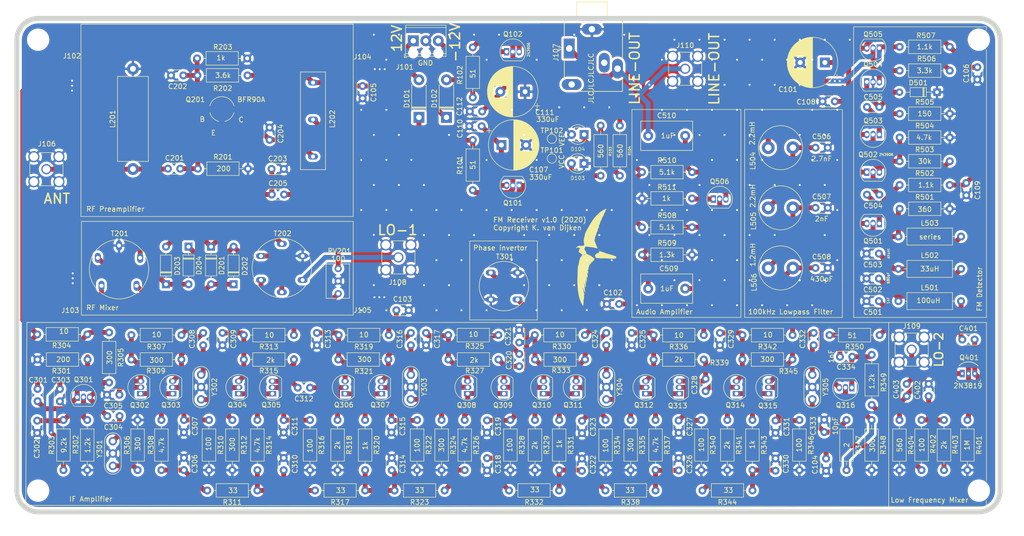
<source format=kicad_pcb>
(kicad_pcb (version 20171130) (host pcbnew "(5.1.6-0-10_14)")
  (layers (0 F.Cu signal) (31 B.Cu signal) (34 B.Paste user) (35 F.Paste user) (36 B.SilkS user) (37 F.SilkS user) (38 B.Mask user) (39 F.Mask user) (44 Edge.Cuts user))
  (net 0 "")
  (net 1 GND)
  (net 2 /ANTENNA)
  (net 3 "/IF Amplifier/IFAMP_IN")
  (net 4 "Net-(C301-Pad1)")
  (net 5 "Net-(C302-Pad1)")
  (net 6 "Net-(C303-Pad2)")
  (net 7 "Net-(C304-Pad2)")
  (net 8 "Net-(C304-Pad1)")
  (net 9 "Net-(C305-Pad1)")
  (net 10 "Net-(C308-Pad1)")
  (net 11 "Net-(C309-Pad1)")
  (net 12 "Net-(C310-Pad1)")
  (net 13 "Net-(C313-Pad1)")
  (net 14 "Net-(C314-Pad1)")
  (net 15 "Net-(C315-Pad1)")
  (net 16 "Net-(C316-Pad1)")
  (net 17 "Net-(C316-Pad2)")
  (net 18 "Net-(C317-Pad1)")
  (net 19 "Net-(C319-Pad1)")
  (net 20 "Net-(C322-Pad1)")
  (net 21 "Net-(C323-Pad1)")
  (net 22 "Net-(C324-Pad1)")
  (net 23 "Net-(C325-Pad1)")
  (net 24 "Net-(C326-Pad1)")
  (net 25 "Net-(C327-Pad1)")
  (net 26 "Net-(C328-Pad1)")
  (net 27 VEE)
  (net 28 "Net-(C330-Pad1)")
  (net 29 "Net-(C331-Pad1)")
  (net 30 "Net-(C332-Pad2)")
  (net 31 "Net-(C332-Pad1)")
  (net 32 "Net-(C333-Pad1)")
  (net 33 "Net-(C334-Pad1)")
  (net 34 "/IF Amplifier/IFAMP_OUT")
  (net 35 "Net-(C402-Pad1)")
  (net 36 /LO2)
  (net 37 "Net-(C403-Pad2)")
  (net 38 /Detector/DET_IN)
  (net 39 "Net-(C503-Pad1)")
  (net 40 "Net-(C504-Pad1)")
  (net 41 "Net-(C505-Pad1)")
  (net 42 "Net-(C505-Pad2)")
  (net 43 "Net-(C506-Pad1)")
  (net 44 "Net-(C507-Pad1)")
  (net 45 "Net-(C508-Pad1)")
  (net 46 "Net-(C509-Pad1)")
  (net 47 "Net-(C510-Pad2)")
  (net 48 "Net-(D201-Pad2)")
  (net 49 "Net-(D201-Pad1)")
  (net 50 "Net-(D202-Pad2)")
  (net 51 "Net-(D203-Pad1)")
  (net 52 VCC)
  (net 53 /LO1)
  (net 54 "Net-(Q302-Pad1)")
  (net 55 "Net-(Q302-Pad2)")
  (net 56 "Net-(Q304-Pad2)")
  (net 57 "Net-(Q304-Pad1)")
  (net 58 "Net-(Q306-Pad1)")
  (net 59 "Net-(Q308-Pad1)")
  (net 60 "Net-(Q310-Pad1)")
  (net 61 "Net-(Q312-Pad2)")
  (net 62 "Net-(Q312-Pad1)")
  (net 63 "Net-(Q502-Pad3)")
  (net 64 "Net-(Q504-Pad3)")
  (net 65 "Net-(Q506-Pad1)")
  (net 66 "Net-(RV201-Pad1)")
  (net 67 "Net-(RV201-Pad3)")
  (net 68 "Net-(C307-Pad1)")
  (net 69 "Net-(C312-Pad1)")
  (net 70 "Net-(C321-Pad1)")
  (net 71 VPOS)
  (net 72 VMIN)
  (net 73 "Net-(C308-Pad2)")
  (net 74 "Net-(C311-Pad1)")
  (net 75 "Net-(C312-Pad2)")
  (net 76 "Net-(C328-Pad2)")
  (net 77 "Net-(C329-Pad1)")
  (net 78 "Net-(Q314-Pad1)")
  (net 79 "Net-(Q316-Pad2)")
  (net 80 "Net-(C201-Pad1)")
  (net 81 "Net-(C202-Pad1)")
  (net 82 "Net-(C203-Pad2)")
  (net 83 "Net-(C204-Pad2)")
  (net 84 "Net-(C306-Pad1)")
  (net 85 "Net-(C320-Pad2)")
  (net 86 "Net-(C320-Pad1)")
  (net 87 "Net-(C324-Pad2)")
  (net 88 "Net-(C334-Pad2)")
  (net 89 "Net-(Q308-Pad2)")
  (net 90 "Net-(Q310-Pad2)")
  (net 91 "Net-(C502-Pad1)")
  (net 92 "Net-(C504-Pad2)")
  (net 93 "Net-(C107-Pad1)")
  (net 94 "Net-(C111-Pad2)")
  (net 95 "Net-(C205-Pad2)")
  (net 96 /AUDIO)
  (net 97 "Net-(C401-Pad2)")
  (net 98 "Net-(L503-Pad1)")
  (net 99 "Net-(L504-Pad2)")
  (net 100 "Net-(D101-Pad1)")
  (net 101 "Net-(D102-Pad2)")
  (net 102 "Net-(D103-Pad2)")
  (net 103 "Net-(D104-Pad1)")
  (module Diode_THT:D_DO-41_SOD81_P7.62mm_Horizontal (layer F.Cu) (at 117.078 84.398 90)
    (fp_text reference D101 (at 3.81 -2.47 90) (layer F.SilkS))
    (fp_text value 1N4001)
    (pad 2 thru_hole oval (at 7.62 0 90) (size 2.2 2.2) (drill 1.1) (layers *.Cu *.Mask) (net 71 VPOS))
    (pad 1 thru_hole rect (at 0 0 90) (size 2.2 2.2) (drill 1.1) (layers *.Cu *.Mask) (net 100 "Net-(D101-Pad1)"))
  )
  (module Diode_THT:D_DO-41_SOD81_P7.62mm_Horizontal (layer F.Cu) (at 122.666 84.398 90)
    (fp_text reference D102 (at 3.81 -2.47 90) (layer F.SilkS))
    (fp_text value 1N4001)
    (pad 2 thru_hole oval (at 7.62 0 90) (size 2.2 2.2) (drill 1.1) (layers *.Cu *.Mask) (net 101 "Net-(D102-Pad2)"))
    (pad 1 thru_hole rect (at 0 0 90) (size 2.2 2.2) (drill 1.1) (layers *.Cu *.Mask) (net 72 VMIN))
  )
  (module "kvd:Alpine Swift" (layer F.Cu) (at 151.368 112.592)
    (fp_text reference G*** hide)
    (fp_text value LOGO hide)
  )
  (module Connector_Audio:Jack_3.5mm_Ledino_KB3SPRS_Horizontal (layer F.Cu) (at 147.558 70.428 270)
    (fp_text reference J107 (at 0.8397 2.7113 90) (layer F.SilkS))
    (fp_text value AudioJack3)
    (pad S thru_hole oval (at -3.9 -4.6 270) (size 2.2 4) (drill 1.3) (layers *.Cu *.Mask) (net 1 GND))
    (pad R thru_hole oval (at 4.1 -9.8 270) (size 4 2.2) (drill 1.3) (layers *.Cu *.Mask) (net 96 /AUDIO))
    (pad RN thru_hole oval (at 2.9 -7.1 270) (size 4 2.2) (drill 1.3) (layers *.Cu *.Mask))
    (pad TN thru_hole oval (at 7.3 -0.5) (size 4 2.2) (drill 1.3) (layers *.Cu *.Mask))
    (pad T thru_hole rect (at 0 0 270) (size 4 2.2) (drill 1.3) (layers *.Cu *.Mask) (net 96 /AUDIO))
  )
  (module Connector_Coaxial:SMA_Amphenol_901-144_Vertical (layer F.Cu) (at 171.069 74.549)
    (fp_text reference J110 (at 0 -4.75) (layer F.SilkS))
    (fp_text value 142-0701-801)
    (pad 2 thru_hole circle (at -2.54 2.54) (size 2.25 2.25) (drill 1.7) (layers *.Cu *.Mask) (net 1 GND))
    (pad 2 thru_hole circle (at -2.54 -2.54) (size 2.25 2.25) (drill 1.7) (layers *.Cu *.Mask) (net 1 GND))
    (pad 2 thru_hole circle (at 2.54 -2.54) (size 2.25 2.25) (drill 1.7) (layers *.Cu *.Mask) (net 1 GND))
    (pad 2 thru_hole circle (at 2.54 2.54) (size 2.25 2.25) (drill 1.7) (layers *.Cu *.Mask) (net 1 GND))
    (pad 1 thru_hole circle (at 0 0) (size 2.05 2.05) (drill 1.5) (layers *.Cu *.Mask) (net 96 /AUDIO))
  )
  (module LED_THT:LED_D3.0mm (layer F.Cu) (at 150.548199 93.756199 180)
    (fp_text reference D103 (at 1.27 -2.96) (layer F.SilkS) (effects (font (size 0.75 0.75) (thickness 0.1))))
    (fp_text value LED)
    (pad 1 thru_hole rect (at 0 0 180) (size 1.8 1.8) (drill 0.9) (layers *.Cu *.Mask) (net 1 GND))
    (pad 2 thru_hole circle (at 2.54 0 180) (size 1.8 1.8) (drill 0.9) (layers *.Cu *.Mask) (net 102 "Net-(D103-Pad2)"))
  )
  (module LED_THT:LED_D3.0mm (layer F.Cu) (at 150.5806 87.8778 180)
    (fp_text reference D104 (at 1.27 -2.96) (layer F.SilkS) (effects (font (size 0.75 0.75) (thickness 0.1))))
    (fp_text value LED)
    (pad 2 thru_hole circle (at 2.54 0 180) (size 1.8 1.8) (drill 0.9) (layers *.Cu *.Mask) (net 1 GND))
    (pad 1 thru_hole rect (at 0 0 180) (size 1.8 1.8) (drill 0.9) (layers *.Cu *.Mask) (net 103 "Net-(D104-Pad1)"))
  )
  (module Resistor_THT:R_Axial_DIN0207_L6.3mm_D2.5mm_P10.16mm_Horizontal (layer F.Cu) (at 153.9334 86.0744 270)
    (fp_text reference R103 (at 5.2324 -1.9558 90) (layer F.SilkS) (effects (font (size 0.5 0.5) (thickness 0.1))))
    (fp_text value 560 (at 5.1562 -0.0254 90) (layer F.SilkS))
    (pad 1 thru_hole circle (at 0 0 270) (size 1.6 1.6) (drill 0.8) (layers *.Cu *.Mask) (net 52 VCC))
    (pad 2 thru_hole oval (at 10.16 0 270) (size 1.6 1.6) (drill 0.8) (layers *.Cu *.Mask) (net 102 "Net-(D103-Pad2)"))
  )
  (module Resistor_THT:R_Axial_DIN0207_L6.3mm_D2.5mm_P10.16mm_Horizontal (layer F.Cu) (at 157.8196 86.0744 270)
    (fp_text reference R104 (at 5.1054 -1.9812 90) (layer F.SilkS) (effects (font (size 0.5 0.5) (thickness 0.1))))
    (fp_text value 560 (at 5.1308 -0.0508 90) (layer F.SilkS))
    (pad 2 thru_hole oval (at 10.16 0 270) (size 1.6 1.6) (drill 0.8) (layers *.Cu *.Mask) (net 103 "Net-(D104-Pad1)"))
    (pad 1 thru_hole circle (at 0 0 270) (size 1.6 1.6) (drill 0.8) (layers *.Cu *.Mask) (net 27 VEE))
  )
  (module Capacitor_THT:C_Disc_D3.0mm_W2.0mm_P2.50mm (layer F.Cu) (at 228.076 100.1968 90)
    (fp_text reference C109 (at 1.016 2.286 90) (layer F.SilkS))
    (fp_text value 100nF)
    (pad 2 thru_hole circle (at 2.5 0 90) (size 1.6 1.6) (drill 0.8) (layers *.Cu *.Mask) (net 27 VEE))
    (pad 1 thru_hole circle (at 0 0 90) (size 1.6 1.6) (drill 0.8) (layers *.Cu *.Mask) (net 1 GND))
  )
  (module Capacitor_THT:C_Disc_D3.0mm_W2.0mm_P2.50mm (layer F.Cu) (at 230.3112 76.7272 90)
    (fp_text reference C106 (at 1.25 -2.25 90) (layer F.SilkS))
    (fp_text value 100nF)
    (pad 2 thru_hole circle (at 2.5 0 90) (size 1.6 1.6) (drill 0.8) (layers *.Cu *.Mask) (net 27 VEE))
    (pad 1 thru_hole circle (at 0 0 90) (size 1.6 1.6) (drill 0.8) (layers *.Cu *.Mask) (net 1 GND))
  )
  (module Capacitor_THT:C_Disc_D3.0mm_W2.0mm_P2.50mm (layer F.Cu) (at 105.648 78.048 270)
    (fp_text reference C105 (at 1.3208 -2.2352 90) (layer F.SilkS))
    (fp_text value 100nF)
    (pad 2 thru_hole circle (at 2.5 0 270) (size 1.6 1.6) (drill 0.8) (layers *.Cu *.Mask) (net 1 GND))
    (pad 1 thru_hole circle (at 0 0 270) (size 1.6 1.6) (drill 0.8) (layers *.Cu *.Mask) (net 52 VCC))
  )
  (module Capacitor_THT:C_Disc_D3.0mm_W2.0mm_P2.50mm (layer F.Cu) (at 112.506 123.514)
    (fp_text reference C103 (at 1.25 -2.25) (layer F.SilkS))
    (fp_text value 100nF)
    (pad 2 thru_hole circle (at 2.5 0) (size 1.6 1.6) (drill 0.8) (layers *.Cu *.Mask) (net 1 GND))
    (pad 1 thru_hole circle (at 0 0) (size 1.6 1.6) (drill 0.8) (layers *.Cu *.Mask) (net 52 VCC))
  )
  (module Capacitor_THT:C_Disc_D3.0mm_W2.0mm_P2.50mm (layer F.Cu) (at 157.678 122.244 180)
    (fp_text reference C102 (at 1.25 2.286) (layer F.SilkS))
    (fp_text value 100nF)
    (pad 2 thru_hole circle (at 2.5 0 180) (size 1.6 1.6) (drill 0.8) (layers *.Cu *.Mask) (net 1 GND))
    (pad 1 thru_hole circle (at 0 0 180) (size 1.6 1.6) (drill 0.8) (layers *.Cu *.Mask) (net 52 VCC))
  )
  (module MountingHole:MountingHole_3.5mm (layer F.Cu) (at 39.862 160.09)
    (fp_text reference REF** hide)
    (fp_text value MountingHole_3.5mm)
    (pad 1 np_thru_hole circle (at 0 0) (size 3.5 3.5) (drill 3.5) (layers *.Cu *.Mask))
  )
  (module MountingHole:MountingHole_3.5mm (layer F.Cu) (at 230.616 160.09)
    (fp_text reference REF** hide)
    (fp_text value MountingHole_3.5mm)
    (pad 1 np_thru_hole circle (at 0 0) (size 3.5 3.5) (drill 3.5) (layers *.Cu *.Mask))
  )
  (module MountingHole:MountingHole_3.5mm (layer F.Cu) (at 230.616 68.65)
    (fp_text reference REF** hide)
    (fp_text value MountingHole_3.5mm)
    (pad 1 np_thru_hole circle (at 0 0) (size 3.5 3.5) (drill 3.5) (layers *.Cu *.Mask))
  )
  (module MountingHole:MountingHole_3.5mm (layer F.Cu) (at 39.862 68.65)
    (fp_text reference REF** hide)
    (fp_text value MountingHole_3.5mm)
    (pad 1 np_thru_hole circle (at 0 0) (size 3.5 3.5) (drill 3.5) (layers *.Cu *.Mask))
  )
  (module TestPoint:TestPoint_Pad_D1.5mm (layer F.Cu) (at 144.0412 88.7408)
    (fp_text reference TP102 (at 0 -1.648) (layer F.SilkS))
    (fp_text value VEE (at 2.0436 0.2292 90) (layer F.SilkS))
    (pad 1 smd circle (at 0 0) (size 1.5 1.5) (layers F.Cu F.Mask) (net 27 VEE))
  )
  (module TestPoint:TestPoint_Pad_D1.5mm (layer F.Cu) (at 144.0412 92.7408)
    (fp_text reference TP101 (at 0 -1.648) (layer F.SilkS))
    (fp_text value VCC (at 1.9928 0.6488 90) (layer F.SilkS))
    (pad 1 smd circle (at 0 0) (size 1.5 1.5) (layers F.Cu F.Mask) (net 52 VCC))
  )
  (module Package_TO_SOT_THT:TO-92_Inline (layer F.Cu) (at 134.86 71.09)
    (fp_text reference Q102 (at 1.27 -3.56) (layer F.SilkS))
    (fp_text value 2N3906 (at 4.4684 -0.408 90) (layer F.SilkS) (effects (font (size 0.5 0.5) (thickness 0.1))))
    (pad 1 thru_hole rect (at 0 0) (size 1.05 1.5) (drill 0.75) (layers *.Cu *.Mask) (net 101 "Net-(D102-Pad2)"))
    (pad 3 thru_hole oval (at 2.54 0) (size 1.05 1.5) (drill 0.75) (layers *.Cu *.Mask) (net 27 VEE))
    (pad 2 thru_hole oval (at 1.27 0) (size 1.05 1.5) (drill 0.75) (layers *.Cu *.Mask) (net 94 "Net-(C111-Pad2)"))
  )
  (module kvd:BFR90A_2 (layer F.Cu) (at 77.12 82.75 180)
    (fp_text reference Q201 (at 5.38 1.96 180) (layer F.SilkS))
    (fp_text value BFR90A (at -5.97 1.96 180) (layer F.SilkS))
    (fp_text user C (at -3.8862 -2.1336) (layer F.SilkS))
    (fp_text user B (at 3.9624 -2.0574) (layer F.SilkS))
    (fp_text user E (at 1.7018 -4.8006) (layer F.SilkS))
    (pad 2 smd rect (at 0 -4.925 270) (size 5 1) (layers F.Cu F.Paste F.Mask) (net 80 "Net-(C201-Pad1)"))
    (pad 3 smd rect (at -6.925 0 270) (size 1 9) (layers F.Cu F.Paste F.Mask) (net 83 "Net-(C204-Pad2)"))
    (pad 1 smd rect (at 4.925 0 270) (size 1 5) (layers F.Cu F.Paste F.Mask) (net 81 "Net-(C202-Pad1)"))
  )
  (module Resistor_THT:R_Axial_DIN0207_L6.3mm_D2.5mm_P10.16mm_Horizontal (layer F.Cu) (at 82.26 72.44 180)
    (fp_text reference R203 (at 4.953 2.286) (layer F.SilkS))
    (fp_text value 1k (at 5.334 0.127) (layer F.SilkS))
    (pad 1 thru_hole circle (at 0 0 180) (size 1.6 1.6) (drill 0.8) (layers *.Cu *.Mask) (net 1 GND))
    (pad 2 thru_hole oval (at 10.16 0 180) (size 1.6 1.6) (drill 0.8) (layers *.Cu *.Mask) (net 81 "Net-(C202-Pad1)"))
  )
  (module Capacitor_THT:C_Disc_D3.0mm_W2.0mm_P2.50mm (layer F.Cu) (at 68.68 94.81 180)
    (fp_text reference C201 (at 1.143 2.159) (layer F.SilkS))
    (fp_text value 20pF)
    (pad 1 thru_hole circle (at 0 0 180) (size 1.6 1.6) (drill 0.8) (layers *.Cu *.Mask) (net 80 "Net-(C201-Pad1)"))
    (pad 2 thru_hole circle (at 2.5 0 180) (size 1.6 1.6) (drill 0.8) (layers *.Cu *.Mask) (net 2 /ANTENNA))
  )
  (module Capacitor_THT:C_Disc_D3.0mm_W2.0mm_P2.50mm (layer F.Cu) (at 69.31 75.89 180)
    (fp_text reference C202 (at 1.15 -2.25) (layer F.SilkS))
    (fp_text value 104)
    (pad 1 thru_hole circle (at 0 0 180) (size 1.6 1.6) (drill 0.8) (layers *.Cu *.Mask) (net 81 "Net-(C202-Pad1)"))
    (pad 2 thru_hole circle (at 2.5 0 180) (size 1.6 1.6) (drill 0.8) (layers *.Cu *.Mask) (net 1 GND))
  )
  (module Capacitor_THT:C_Disc_D3.0mm_W2.0mm_P2.50mm (layer F.Cu) (at 86.8 86.46 270)
    (fp_text reference C204 (at 1.25 -2.25 90) (layer F.SilkS))
    (fp_text value 1pF)
    (pad 1 thru_hole circle (at 0 0 270) (size 1.6 1.6) (drill 0.8) (layers *.Cu *.Mask) (net 1 GND))
    (pad 2 thru_hole circle (at 2.5 0 270) (size 1.6 1.6) (drill 0.8) (layers *.Cu *.Mask) (net 83 "Net-(C204-Pad2)"))
  )
  (module Resistor_THT:R_Axial_DIN0207_L6.3mm_D2.5mm_P10.16mm_Horizontal (layer F.Cu) (at 72.26 94.81)
    (fp_text reference R201 (at 5.08 -2.37) (layer F.SilkS))
    (fp_text value 200 (at 5.207 0) (layer F.SilkS))
    (pad 1 thru_hole circle (at 0 0) (size 1.6 1.6) (drill 0.8) (layers *.Cu *.Mask) (net 80 "Net-(C201-Pad1)"))
    (pad 2 thru_hole oval (at 10.16 0) (size 1.6 1.6) (drill 0.8) (layers *.Cu *.Mask) (net 1 GND))
  )
  (module Resistor_THT:R_Axial_DIN0207_L6.3mm_D2.5mm_P10.16mm_Horizontal (layer F.Cu) (at 128 70.2 270)
    (fp_text reference R102 (at 5.6 2.6 90) (layer F.SilkS))
    (fp_text value 51 (at 5.33 -0.01 90) (layer F.SilkS))
    (pad 1 thru_hole circle (at 0 0 270) (size 1.6 1.6) (drill 0.8) (layers *.Cu *.Mask) (net 94 "Net-(C111-Pad2)"))
    (pad 2 thru_hole oval (at 10.16 0 270) (size 1.6 1.6) (drill 0.8) (layers *.Cu *.Mask) (net 101 "Net-(D102-Pad2)"))
  )
  (module Capacitor_THT:C_Disc_D3.0mm_W2.0mm_P2.50mm (layer F.Cu) (at 127.4 83.2)
    (fp_text reference C112 (at -2.0924 -1.0372 270) (layer F.SilkS))
    (fp_text value 100nF)
    (pad 2 thru_hole circle (at 2.5 0) (size 1.6 1.6) (drill 0.8) (layers *.Cu *.Mask) (net 94 "Net-(C111-Pad2)"))
    (pad 1 thru_hole circle (at 0 0) (size 1.6 1.6) (drill 0.8) (layers *.Cu *.Mask) (net 1 GND))
  )
  (module Capacitor_THT:CP_Radial_D10.0mm_P5.00mm (layer F.Cu) (at 138.6 79.2 180)
    (fp_text reference C111 (at -4 -4.2) (layer F.SilkS))
    (fp_text value 330uF (at -4.6 -5.6 180) (layer F.SilkS))
    (pad 2 thru_hole circle (at 5 0 180) (size 2 2) (drill 1) (layers *.Cu *.Mask) (net 94 "Net-(C111-Pad2)"))
    (pad 1 thru_hole rect (at 0 0 180) (size 2 2) (drill 1) (layers *.Cu *.Mask) (net 1 GND))
  )
  (module Package_TO_SOT_THT:TO-92_Inline (layer F.Cu) (at 137.4 98.2 180)
    (fp_text reference Q101 (at 1.27 -3.56) (layer F.SilkS))
    (fp_text value 2N3904)
    (pad 1 thru_hole rect (at 0 0 180) (size 1.05 1.5) (drill 0.75) (layers *.Cu *.Mask) (net 52 VCC))
    (pad 3 thru_hole oval (at 2.54 0 180) (size 1.05 1.5) (drill 0.75) (layers *.Cu *.Mask) (net 100 "Net-(D101-Pad1)"))
    (pad 2 thru_hole oval (at 1.27 0 180) (size 1.05 1.5) (drill 0.75) (layers *.Cu *.Mask) (net 93 "Net-(C107-Pad1)"))
  )
  (module Capacitor_THT:C_Disc_D3.0mm_W2.0mm_P2.50mm (layer F.Cu) (at 129.8 86.2 180)
    (fp_text reference C110 (at 4.3908 -0.484 270) (layer F.SilkS))
    (fp_text value 100nF)
    (pad 2 thru_hole circle (at 2.5 0 180) (size 1.6 1.6) (drill 0.8) (layers *.Cu *.Mask) (net 1 GND))
    (pad 1 thru_hole circle (at 0 0 180) (size 1.6 1.6) (drill 0.8) (layers *.Cu *.Mask) (net 93 "Net-(C107-Pad1)"))
  )
  (module TerminalBlock_Phoenix:TerminalBlock_Phoenix_MPT-0,5-3-2.54_1x03_P2.54mm_Horizontal (layer F.Cu) (at 115.933 68.877)
    (fp_text reference J101 (at -1.733 5.323) (layer F.SilkS))
    (fp_text value Screw_Terminal_01x03)
    (pad 1 thru_hole rect (at 0 0) (size 2.2 2.2) (drill 1.1) (layers *.Cu *.Mask) (net 71 VPOS))
    (pad "" np_thru_hole circle (at 0 2.54) (size 1.1 1.1) (drill 1.1) (layers *.Cu *.Mask))
    (pad 2 thru_hole circle (at 2.54 0) (size 2.2 2.2) (drill 1.1) (layers *.Cu *.Mask) (net 1 GND))
    (pad "" np_thru_hole circle (at 2.54 2.54) (size 1.1 1.1) (drill 1.1) (layers *.Cu *.Mask))
    (pad 3 thru_hole circle (at 5.08 0) (size 2.2 2.2) (drill 1.1) (layers *.Cu *.Mask) (net 72 VMIN))
    (pad "" np_thru_hole circle (at 5.08 2.54) (size 1.1 1.1) (drill 1.1) (layers *.Cu *.Mask))
  )
  (module kvd:pad (layer F.Cu) (at 46.88 121.04 180)
    (fp_text reference J103 (at 0.5 -2.5) (layer F.SilkS))
    (fp_text value Conn_01x01_Female)
    (pad 1 smd rect (at 0 0 180) (size 3.048 3.048) (layers F.Cu F.Paste F.Mask) (net 1 GND))
  )
  (module Resistor_THT:R_Axial_DIN0207_L6.3mm_D2.5mm_P10.16mm_Horizontal (layer F.Cu) (at 128 89 270)
    (fp_text reference R101 (at 5.08 2.6 90) (layer F.SilkS))
    (fp_text value 51 (at 5.03 -0.01 90) (layer F.SilkS))
    (pad 2 thru_hole oval (at 10.16 0 270) (size 1.6 1.6) (drill 0.8) (layers *.Cu *.Mask) (net 93 "Net-(C107-Pad1)"))
    (pad 1 thru_hole circle (at 0 0 270) (size 1.6 1.6) (drill 0.8) (layers *.Cu *.Mask) (net 100 "Net-(D101-Pad1)"))
  )
  (module Capacitor_THT:CP_Radial_D10.0mm_P5.00mm (layer F.Cu) (at 133.8 90)
    (fp_text reference C107 (at 7.5604 5.0152) (layer F.SilkS))
    (fp_text value 330uF (at 7.9668 6.5392 180) (layer F.SilkS))
    (pad 2 thru_hole circle (at 5 0) (size 2 2) (drill 1) (layers *.Cu *.Mask) (net 1 GND))
    (pad 1 thru_hole rect (at 0 0) (size 2 2) (drill 1) (layers *.Cu *.Mask) (net 93 "Net-(C107-Pad1)"))
  )
  (module kvd:pad (layer F.Cu) (at 46.75 74.47)
    (fp_text reference J102 (at -0.03 -2.518) (layer F.SilkS))
    (fp_text value Conn_01x01_Female)
    (pad 1 smd rect (at 0 0) (size 3.048 3.048) (layers F.Cu F.Paste F.Mask) (net 1 GND))
  )
  (module kvd:pad (layer F.Cu) (at 105.56 120.88 270)
    (fp_text reference J105 (at 2.634 -0.088 180) (layer F.SilkS))
    (fp_text value Conn_01x01_Female)
    (pad 1 smd rect (at 0 0 270) (size 3.048 3.048) (layers F.Cu F.Paste F.Mask) (net 1 GND))
  )
  (module kvd:pad (layer F.Cu) (at 105.63 74.63)
    (fp_text reference J104 (at 0 -2.5) (layer F.SilkS))
    (fp_text value Conn_01x01_Female)
    (pad 1 smd rect (at 0 0) (size 3.048 3.048) (layers F.Cu F.Paste F.Mask) (net 1 GND))
  )
  (module Connector_Coaxial:SMA_Amphenol_901-144_Vertical (layer F.Cu) (at 217 131.5)
    (fp_text reference J109 (at 0 -4.75) (layer F.SilkS))
    (fp_text value 142-0701-801)
    (pad 2 thru_hole circle (at -2.54 2.54) (size 2.25 2.25) (drill 1.7) (layers *.Cu *.Mask) (net 1 GND))
    (pad 2 thru_hole circle (at -2.54 -2.54) (size 2.25 2.25) (drill 1.7) (layers *.Cu *.Mask) (net 1 GND))
    (pad 2 thru_hole circle (at 2.54 -2.54) (size 2.25 2.25) (drill 1.7) (layers *.Cu *.Mask) (net 1 GND))
    (pad 2 thru_hole circle (at 2.54 2.54) (size 2.25 2.25) (drill 1.7) (layers *.Cu *.Mask) (net 1 GND))
    (pad 1 thru_hole circle (at 0 0) (size 2.05 2.05) (drill 1.5) (layers *.Cu *.Mask) (net 36 /LO2))
  )
  (module Capacitor_THT:C_Disc_D3.0mm_W2.0mm_P2.50mm (layer F.Cu) (at 216 138.45 270)
    (fp_text reference C403 (at 1.1176 2.1336 90) (layer F.SilkS))
    (fp_text value 100nF)
    (pad 2 thru_hole circle (at 2.5 0 270) (size 1.6 1.6) (drill 0.8) (layers *.Cu *.Mask) (net 37 "Net-(C403-Pad2)"))
    (pad 1 thru_hole circle (at 0 0 270) (size 1.6 1.6) (drill 0.8) (layers *.Cu *.Mask) (net 36 /LO2))
  )
  (module digikey-footprints:TO-92-3 (layer F.Cu) (at 227.25 136.35)
    (fp_text reference Q401 (at 1.397 -3.2385) (layer F.SilkS))
    (fp_text value 2N3819 (at 1.143 2.4765) (layer F.SilkS))
    (pad 1 thru_hole rect (at 0 0 180) (size 1 1.5) (drill 0.55) (layers *.Cu *.Mask) (net 37 "Net-(C403-Pad2)"))
    (pad 3 thru_hole oval (at 2.54 0 180) (size 1 1.5) (drill 0.55) (layers *.Cu *.Mask) (net 97 "Net-(C401-Pad2)"))
    (pad 2 thru_hole oval (at 1.27 0 180) (size 1 1.5) (drill 0.55) (layers *.Cu *.Mask) (net 34 "/IF Amplifier/IFAMP_OUT"))
  )
  (module Resistor_THT:R_Axial_DIN0207_L6.3mm_D2.5mm_P10.16mm_Horizontal (layer F.Cu) (at 223.55 145.7706 270)
    (fp_text reference R403 (at 5 -2.3 90) (layer F.SilkS))
    (fp_text value 2k (at 5.0419 -0.0127 90) (layer F.SilkS))
    (pad 2 thru_hole oval (at 10.16 0 270) (size 1.6 1.6) (drill 0.8) (layers *.Cu *.Mask) (net 97 "Net-(C401-Pad2)"))
    (pad 1 thru_hole circle (at 0 0 270) (size 1.6 1.6) (drill 0.8) (layers *.Cu *.Mask) (net 35 "Net-(C402-Pad1)"))
  )
  (module Resistor_THT:R_Axial_DIN0207_L6.3mm_D2.5mm_P10.16mm_Horizontal (layer F.Cu) (at 219 155.9306 90)
    (fp_text reference R402 (at 5.3 2.35 90) (layer F.SilkS))
    (fp_text value 100 (at 5.08 0.0635 90) (layer F.SilkS))
    (pad 2 thru_hole oval (at 10.16 0 90) (size 1.6 1.6) (drill 0.8) (layers *.Cu *.Mask) (net 35 "Net-(C402-Pad1)"))
    (pad 1 thru_hole circle (at 0 0 90) (size 1.6 1.6) (drill 0.8) (layers *.Cu *.Mask) (net 52 VCC))
  )
  (module Capacitor_THT:C_Disc_D3.0mm_W2.0mm_P2.50mm (layer F.Cu) (at 201.422 81.153 180)
    (fp_text reference C108 (at 5.842 -0.127) (layer F.SilkS))
    (fp_text value 100nF)
    (pad 2 thru_hole circle (at 2.5 0 180) (size 1.6 1.6) (drill 0.8) (layers *.Cu *.Mask) (net 1 GND))
    (pad 1 thru_hole circle (at 0 0 180) (size 1.6 1.6) (drill 0.8) (layers *.Cu *.Mask) (net 52 VCC))
  )
  (module Capacitor_THT:C_Disc_D3.0mm_W2.0mm_P2.50mm (layer F.Cu) (at 199.644 156.083 90)
    (fp_text reference C104 (at 1.25 -2.25 90) (layer F.SilkS))
    (fp_text value 100nF)
    (pad 2 thru_hole circle (at 2.5 0 90) (size 1.6 1.6) (drill 0.8) (layers *.Cu *.Mask) (net 27 VEE))
    (pad 1 thru_hole circle (at 0 0 90) (size 1.6 1.6) (drill 0.8) (layers *.Cu *.Mask) (net 1 GND))
  )
  (module Capacitor_THT:CP_Radial_D10.0mm_P5.00mm (layer F.Cu) (at 199.39 73.279 180)
    (fp_text reference C101 (at 7.493 -5.461) (layer F.SilkS))
    (fp_text value 220uF)
    (pad 2 thru_hole circle (at 5 0 180) (size 2 2) (drill 1) (layers *.Cu *.Mask) (net 1 GND))
    (pad 1 thru_hole rect (at 0 0 180) (size 2 2) (drill 1) (layers *.Cu *.Mask) (net 52 VCC))
  )
  (module Resistor_THT:R_Axial_DIN0309_L9.0mm_D3.2mm_P12.70mm_Horizontal (layer F.Cu) (at 214.3092 121.666)
    (fp_text reference L501 (at 6.35 -2.72) (layer F.SilkS))
    (fp_text value 100uH (at 6.096 -0.127) (layer F.SilkS))
    (pad 2 thru_hole oval (at 12.7 0) (size 1.6 1.6) (drill 0.8) (layers *.Cu *.Mask) (net 38 /Detector/DET_IN))
    (pad 1 thru_hole circle (at 0 0) (size 1.6 1.6) (drill 0.8) (layers *.Cu *.Mask) (net 91 "Net-(C502-Pad1)"))
  )
  (module Resistor_THT:R_Axial_DIN0309_L9.0mm_D3.2mm_P12.70mm_Horizontal (layer F.Cu) (at 214.3092 115.1224)
    (fp_text reference L502 (at 6.35 -2.72) (layer F.SilkS))
    (fp_text value 33uH (at 6.35 0) (layer F.SilkS))
    (pad 2 thru_hole oval (at 12.7 0) (size 1.6 1.6) (drill 0.8) (layers *.Cu *.Mask) (net 91 "Net-(C502-Pad1)"))
    (pad 1 thru_hole circle (at 0 0) (size 1.6 1.6) (drill 0.8) (layers *.Cu *.Mask) (net 39 "Net-(C503-Pad1)"))
  )
  (module Connector_Coaxial:SMA_Amphenol_901-144_Vertical (layer F.Cu) (at 112.9124 112.7952)
    (fp_text reference J108 (at -0.15 5.04) (layer F.SilkS))
    (fp_text value 142-0701-801)
    (pad 2 thru_hole circle (at -2.54 2.54) (size 2.25 2.25) (drill 1.7) (layers *.Cu *.Mask) (net 1 GND))
    (pad 2 thru_hole circle (at -2.54 -2.54) (size 2.25 2.25) (drill 1.7) (layers *.Cu *.Mask) (net 1 GND))
    (pad 2 thru_hole circle (at 2.54 -2.54) (size 2.25 2.25) (drill 1.7) (layers *.Cu *.Mask) (net 1 GND))
    (pad 2 thru_hole circle (at 2.54 2.54) (size 2.25 2.25) (drill 1.7) (layers *.Cu *.Mask) (net 1 GND))
    (pad 1 thru_hole circle (at 0 0) (size 2.05 2.05) (drill 1.5) (layers *.Cu *.Mask) (net 53 /LO1))
  )
  (module Potentiometer_THT:Potentiometer_Bourns_3266Y_Vertical (layer F.Cu) (at 100.712 120.15 270)
    (fp_text reference RV201 (at -8.636 -0.254 180) (layer F.SilkS))
    (fp_text value 100 (at -7.112 0 180) (layer F.SilkS))
    (pad 1 thru_hole circle (at 0 0 270) (size 1.44 1.44) (drill 0.8) (layers *.Cu *.Mask) (net 66 "Net-(RV201-Pad1)"))
    (pad 2 thru_hole circle (at -2.54 0 270) (size 1.44 1.44) (drill 0.8) (layers *.Cu *.Mask) (net 1 GND))
    (pad 3 thru_hole circle (at -5.08 0 270) (size 1.44 1.44) (drill 0.8) (layers *.Cu *.Mask) (net 67 "Net-(RV201-Pad3)"))
  )
  (module kvd:toroid_6_12 (layer F.Cu) (at 89.282 114.943 90)
    (fp_text reference T202 (at 6.985 0.127) (layer F.SilkS))
    (fp_text value Transformer_1P_2S)
    (pad 5 thru_hole oval (at -2.4384 -4.2164 90) (size 1.2 2) (drill 0.8) (layers *.Cu *.Mask) (net 66 "Net-(RV201-Pad1)"))
    (pad 1 thru_hole oval (at -2.4384 4.2164 90) (size 1.2 2) (drill 0.8) (layers *.Cu *.Mask) (net 53 /LO1))
    (pad 2 thru_hole oval (at 2.4384 4.2164 90) (size 1.2 2) (drill 0.8) (layers *.Cu *.Mask) (net 1 GND))
    (pad 4 thru_hole oval (at 2.4384 -4.2164 90) (size 1.2 2) (drill 0.8) (layers *.Cu *.Mask) (net 67 "Net-(RV201-Pad3)"))
    (pad 3 thru_hole oval (at 4.9 0 90) (size 1.2 2) (drill 0.8) (layers *.Cu *.Mask) (net 49 "Net-(D201-Pad1)"))
    (pad 6 thru_hole oval (at -4.9 0 90) (size 1.2 2) (drill 0.8) (layers *.Cu *.Mask) (net 50 "Net-(D202-Pad2)"))
  )
  (module Resistor_THT:R_Axial_DIN0207_L6.3mm_D2.5mm_P10.16mm_Horizontal (layer F.Cu) (at 72.16 75.89)
    (fp_text reference R202 (at 5.12 2.63) (layer F.SilkS))
    (fp_text value 3.6k (at 5.207 0) (layer F.SilkS))
    (pad 1 thru_hole circle (at 0 0) (size 1.6 1.6) (drill 0.8) (layers *.Cu *.Mask) (net 81 "Net-(C202-Pad1)"))
    (pad 2 thru_hole oval (at 10.16 0) (size 1.6 1.6) (drill 0.8) (layers *.Cu *.Mask) (net 52 VCC))
  )
  (module Capacitor_THT:C_Disc_D3.0mm_W2.0mm_P2.50mm (layer F.Cu) (at 118.5291 128.1068 270)
    (fp_text reference C317 (at 1.25 -2.25 90) (layer F.SilkS))
    (fp_text value 100nF)
    (pad 2 thru_hole circle (at 2.5 0 270) (size 1.6 1.6) (drill 0.8) (layers *.Cu *.Mask) (net 1 GND))
    (pad 1 thru_hole circle (at 0 0 270) (size 1.6 1.6) (drill 0.8) (layers *.Cu *.Mask) (net 18 "Net-(C317-Pad1)"))
  )
  (module Resistor_THT:R_Axial_DIN0207_L6.3mm_D2.5mm_P10.16mm_Horizontal (layer F.Cu) (at 133.1849 128.55 180)
    (fp_text reference R325 (at 4.7879 -2.2606 180) (layer F.SilkS))
    (fp_text value 10 (at 5.0419 0.1524) (layer F.SilkS))
    (pad 2 thru_hole oval (at 10.16 0 180) (size 1.6 1.6) (drill 0.8) (layers *.Cu *.Mask) (net 18 "Net-(C317-Pad1)"))
    (pad 1 thru_hole circle (at 0 0 180) (size 1.6 1.6) (drill 0.8) (layers *.Cu *.Mask) (net 52 VCC))
  )
  (module Resistor_THT:R_Axial_DIN0207_L6.3mm_D2.5mm_P10.16mm_Horizontal (layer F.Cu) (at 123.0503 133.5024)
    (fp_text reference R327 (at 5.3467 2.286 180) (layer F.SilkS))
    (fp_text value 2k (at 5.2197 0.127) (layer F.SilkS))
    (pad 2 thru_hole oval (at 10.16 0) (size 1.6 1.6) (drill 0.8) (layers *.Cu *.Mask) (net 85 "Net-(C320-Pad2)"))
    (pad 1 thru_hole circle (at 0 0) (size 1.6 1.6) (drill 0.8) (layers *.Cu *.Mask) (net 18 "Net-(C317-Pad1)"))
  )
  (module kvd:toroid_5_12 (layer F.Cu) (at 56.262 115.197 180)
    (fp_text reference T201 (at -0.127 7.239 180) (layer F.SilkS))
    (fp_text value Transformer_1P_SS)
    (pad 5 thru_hole oval (at -3.556 -3.3528 180) (size 1.2 2) (drill 0.8) (layers *.Cu *.Mask) (net 48 "Net-(D201-Pad2)"))
    (pad 1 thru_hole oval (at -4.2926 2.3114 180) (size 1.2 2) (drill 0.8) (layers *.Cu *.Mask) (net 82 "Net-(C203-Pad2)"))
    (pad 2 thru_hole oval (at 0 4.8006 180) (size 1.2 2) (drill 0.8) (layers *.Cu *.Mask) (net 1 GND))
    (pad 4 thru_hole oval (at 3.556 -3.3528 180) (size 1.2 2) (drill 0.8) (layers *.Cu *.Mask) (net 3 "/IF Amplifier/IFAMP_IN"))
    (pad 3 thru_hole oval (at 4.2926 2.3114 180) (size 1.2 2) (drill 0.8) (layers *.Cu *.Mask) (net 51 "Net-(D203-Pad1)"))
  )
  (module kvd:toroid_4_10 (layer F.Cu) (at 134.366 118.618 270)
    (fp_text reference T301 (at -5.969 -0.127) (layer F.SilkS))
    (fp_text value Transformer_1P_1S)
    (pad 2 thru_hole oval (at 2.7178 2.7178 270) (size 1.2 2) (drill 0.8) (layers *.Cu *.Mask) (net 1 GND))
    (pad 3 thru_hole oval (at 2.7178 -2.7178 270) (size 1.2 2) (drill 0.8) (layers *.Cu *.Mask) (net 90 "Net-(Q310-Pad2)"))
    (pad 1 thru_hole oval (at -2.7178 2.7178 270) (size 1.2 2) (drill 0.8) (layers *.Cu *.Mask) (net 86 "Net-(C320-Pad1)"))
    (pad 4 thru_hole oval (at -2.7178 -2.7178 270) (size 1.2 2) (drill 0.8) (layers *.Cu *.Mask) (net 1 GND))
  )
  (module Connector_Coaxial:SMA_Amphenol_901-144_Vertical (layer F.Cu) (at 41.5384 94.9136 180)
    (fp_text reference J106 (at -0.1 5.13) (layer F.SilkS))
    (fp_text value 142-0701-801)
    (pad 1 thru_hole circle (at 0 0 180) (size 2.05 2.05) (drill 1.5) (layers *.Cu *.Mask) (net 2 /ANTENNA))
    (pad 2 thru_hole circle (at 2.54 2.54 180) (size 2.25 2.25) (drill 1.7) (layers *.Cu *.Mask) (net 1 GND))
    (pad 2 thru_hole circle (at 2.54 -2.54 180) (size 2.25 2.25) (drill 1.7) (layers *.Cu *.Mask) (net 1 GND))
    (pad 2 thru_hole circle (at -2.54 -2.54 180) (size 2.25 2.25) (drill 1.7) (layers *.Cu *.Mask) (net 1 GND))
    (pad 2 thru_hole circle (at -2.54 2.54 180) (size 2.25 2.25) (drill 1.7) (layers *.Cu *.Mask) (net 1 GND))
  )
  (module Capacitor_THT:C_Rect_L10.3mm_W5.7mm_P7.50mm_MKS4 (layer F.Cu) (at 163.576 88.138)
    (fp_text reference C510 (at 3.75 -4.1) (layer F.SilkS))
    (fp_text value 1uF (at 3.937 0) (layer F.SilkS))
    (pad 2 thru_hole circle (at 7.5 0) (size 2 2) (drill 1) (layers *.Cu *.Mask) (net 47 "Net-(C510-Pad2)"))
    (pad 1 thru_hole circle (at 0 0) (size 2 2) (drill 1) (layers *.Cu *.Mask) (net 96 /AUDIO))
  )
  (module kvd:tapped_coil (layer F.Cu) (at 95.6 84.85 90)
    (fp_text reference L202 (at 0.127 3.937 90) (layer F.SilkS))
    (fp_text value tapped_air_coil)
    (pad 1 thru_hole oval (at -7.5 0 90) (size 1.2 2) (drill 0.8) (layers *.Cu *.Mask) (net 83 "Net-(C204-Pad2)"))
    (pad 3 thru_hole oval (at 0 0 90) (size 1.2 2) (drill 0.8) (layers *.Cu *.Mask) (net 95 "Net-(C205-Pad2)"))
    (pad 2 thru_hole oval (at 7.5 0 90) (size 1.2 2) (drill 0.8) (layers *.Cu *.Mask) (net 52 VCC))
  )
  (module Capacitor_THT:C_Disc_D3.0mm_W2.0mm_P2.50mm (layer F.Cu) (at 89.6968 94.8628 180)
    (fp_text reference C203 (at 1.27 2.0828) (layer F.SilkS))
    (fp_text value 8pF)
    (pad 1 thru_hole circle (at 0 0 180) (size 1.6 1.6) (drill 0.8) (layers *.Cu *.Mask) (net 1 GND))
    (pad 2 thru_hole circle (at 2.5 0 180) (size 1.6 1.6) (drill 0.8) (layers *.Cu *.Mask) (net 82 "Net-(C203-Pad2)"))
  )
  (module Capacitor_THT:C_Disc_D3.0mm_W2.0mm_P2.50mm (layer F.Cu) (at 87.246 100.043)
    (fp_text reference C205 (at 1.25 -2.25) (layer F.SilkS))
    (fp_text value 6.8nF)
    (pad 1 thru_hole circle (at 0 0) (size 1.6 1.6) (drill 0.8) (layers *.Cu *.Mask) (net 82 "Net-(C203-Pad2)"))
    (pad 2 thru_hole circle (at 2.5 0) (size 1.6 1.6) (drill 0.8) (layers *.Cu *.Mask) (net 95 "Net-(C205-Pad2)"))
  )
  (module Resistor_THT:R_Axial_DIN0617_L17.0mm_D6.0mm_P20.32mm_Horizontal (layer F.Cu) (at 59.09 94.88 90)
    (fp_text reference L201 (at 10.16 -4.12 90) (layer F.SilkS))
    (fp_text value INDUCTOR)
    (pad 1 thru_hole circle (at 0 0 90) (size 2.4 2.4) (drill 1.2) (layers *.Cu *.Mask) (net 2 /ANTENNA))
    (pad 2 thru_hole oval (at 20.32 0 90) (size 2.4 2.4) (drill 1.2) (layers *.Cu *.Mask) (net 1 GND))
  )
  (module Capacitor_THT:C_Disc_D3.0mm_W2.0mm_P2.50mm (layer F.Cu) (at 39.751 141.9587 90)
    (fp_text reference C301 (at 4.2907 0.127 180) (layer F.SilkS))
    (fp_text value 100nF)
    (pad 2 thru_hole circle (at 2.5 0 90) (size 1.6 1.6) (drill 0.8) (layers *.Cu *.Mask) (net 3 "/IF Amplifier/IFAMP_IN"))
    (pad 1 thru_hole circle (at 0 0 90) (size 1.6 1.6) (drill 0.8) (layers *.Cu *.Mask) (net 4 "Net-(C301-Pad1)"))
  )
  (module Capacitor_THT:C_Disc_D3.0mm_W2.0mm_P2.50mm (layer F.Cu) (at 44.2722 141.986 90)
    (fp_text reference C303 (at 4.318 0.1778 180) (layer F.SilkS))
    (fp_text value 100nF)
    (pad 2 thru_hole circle (at 2.5 0 90) (size 1.6 1.6) (drill 0.8) (layers *.Cu *.Mask) (net 6 "Net-(C303-Pad2)"))
    (pad 1 thru_hole circle (at 0 0 90) (size 1.6 1.6) (drill 0.8) (layers *.Cu *.Mask) (net 1 GND))
  )
  (module Package_TO_SOT_THT:TO-92_Inline (layer F.Cu) (at 47.7901 141.1478)
    (fp_text reference Q301 (at 1.27 -3.56) (layer F.SilkS))
    (fp_text value 2N3904)
    (pad 1 thru_hole rect (at 0 0) (size 1.05 1.5) (drill 0.75) (layers *.Cu *.Mask) (net 4 "Net-(C301-Pad1)"))
    (pad 3 thru_hole oval (at 2.54 0) (size 1.05 1.5) (drill 0.75) (layers *.Cu *.Mask) (net 7 "Net-(C304-Pad2)"))
    (pad 2 thru_hole oval (at 1.27 0) (size 1.05 1.5) (drill 0.75) (layers *.Cu *.Mask) (net 5 "Net-(C302-Pad1)"))
  )
  (module Resistor_THT:R_Axial_DIN0207_L6.3mm_D2.5mm_P10.16mm_Horizontal (layer F.Cu) (at 39.7256 133.5024)
    (fp_text reference R301 (at 4.8608 2.3306) (layer F.SilkS))
    (fp_text value 200 (at 5.2324 0) (layer F.SilkS))
    (pad 2 thru_hole oval (at 10.16 0) (size 1.6 1.6) (drill 0.8) (layers *.Cu *.Mask) (net 4 "Net-(C301-Pad1)"))
    (pad 1 thru_hole circle (at 0 0) (size 1.6 1.6) (drill 0.8) (layers *.Cu *.Mask) (net 1 GND))
  )
  (module Resistor_THT:R_Axial_DIN0207_L6.3mm_D2.5mm_P10.16mm_Horizontal (layer F.Cu) (at 39.6748 128.4097)
    (fp_text reference R304 (at 4.9624 2.2671) (layer F.SilkS))
    (fp_text value 10 (at 5.4102 -0.627201) (layer F.SilkS))
    (pad 2 thru_hole oval (at 10.16 0) (size 1.6 1.6) (drill 0.8) (layers *.Cu *.Mask) (net 6 "Net-(C303-Pad2)"))
    (pad 1 thru_hole circle (at 0 0) (size 1.6 1.6) (drill 0.8) (layers *.Cu *.Mask) (net 27 VEE))
  )
  (module Capacitor_THT:C_Disc_D3.0mm_W2.0mm_P2.50mm (layer F.Cu) (at 39.6748 145.9103 270)
    (fp_text reference C302 (at 5.7277 0.0508 90) (layer F.SilkS))
    (fp_text value 100nF)
    (pad 2 thru_hole circle (at 2.5 0 270) (size 1.6 1.6) (drill 0.8) (layers *.Cu *.Mask) (net 1 GND))
    (pad 1 thru_hole circle (at 0 0 270) (size 1.6 1.6) (drill 0.8) (layers *.Cu *.Mask) (net 5 "Net-(C302-Pad1)"))
  )
  (module Capacitor_THT:C_Disc_D3.0mm_W2.0mm_P2.50mm (layer F.Cu) (at 56.3753 144.9705 180)
    (fp_text reference C304 (at 1.25 -2.25) (layer F.SilkS))
    (fp_text value 100nF)
    (pad 2 thru_hole circle (at 2.5 0 180) (size 1.6 1.6) (drill 0.8) (layers *.Cu *.Mask) (net 7 "Net-(C304-Pad2)"))
    (pad 1 thru_hole circle (at 0 0 180) (size 1.6 1.6) (drill 0.8) (layers *.Cu *.Mask) (net 8 "Net-(C304-Pad1)"))
  )
  (module Capacitor_THT:C_Disc_D3.0mm_W2.0mm_P2.50mm (layer F.Cu) (at 56.3353 140.6525 180)
    (fp_text reference C305 (at 1.25 -2.25) (layer F.SilkS))
    (fp_text value 100nF)
    (pad 2 thru_hole circle (at 2.5 0 180) (size 1.6 1.6) (drill 0.8) (layers *.Cu *.Mask) (net 1 GND))
    (pad 1 thru_hole circle (at 0 0 180) (size 1.6 1.6) (drill 0.8) (layers *.Cu *.Mask) (net 9 "Net-(C305-Pad1)"))
  )
  (module Capacitor_THT:C_Disc_D3.0mm_W2.0mm_P2.50mm (layer F.Cu) (at 69.4309 155.9306 90)
    (fp_text reference C306 (at 1.25 2.1971 90) (layer F.SilkS))
    (fp_text value 100nF)
    (pad 2 thru_hole circle (at 2.5 0 90) (size 1.6 1.6) (drill 0.8) (layers *.Cu *.Mask) (net 1 GND))
    (pad 1 thru_hole circle (at 0 0 90) (size 1.6 1.6) (drill 0.8) (layers *.Cu *.Mask) (net 84 "Net-(C306-Pad1)"))
  )
  (module Capacitor_THT:C_Disc_D3.0mm_W2.0mm_P2.50mm (layer F.Cu) (at 69.4309 145.7706 270)
    (fp_text reference C307 (at 1.25 -2.25 90) (layer F.SilkS))
    (fp_text value 100nF)
    (pad 2 thru_hole circle (at 2.5 0 270) (size 1.6 1.6) (drill 0.8) (layers *.Cu *.Mask) (net 1 GND))
    (pad 1 thru_hole circle (at 0 0 270) (size 1.6 1.6) (drill 0.8) (layers *.Cu *.Mask) (net 68 "Net-(C307-Pad1)"))
  )
  (module Capacitor_THT:C_Disc_D3.0mm_W2.0mm_P2.50mm (layer F.Cu) (at 73.3298 130.6068 90)
    (fp_text reference C308 (at 1.25 -2.25 90) (layer F.SilkS))
    (fp_text value 100nF)
    (pad 2 thru_hole circle (at 2.5 0 90) (size 1.6 1.6) (drill 0.8) (layers *.Cu *.Mask) (net 73 "Net-(C308-Pad2)"))
    (pad 1 thru_hole circle (at 0 0 90) (size 1.6 1.6) (drill 0.8) (layers *.Cu *.Mask) (net 10 "Net-(C308-Pad1)"))
  )
  (module Capacitor_THT:C_Disc_D3.0mm_W2.0mm_P2.50mm (layer F.Cu) (at 77.2541 128.1068 270)
    (fp_text reference C309 (at 1.25 -2.25 90) (layer F.SilkS))
    (fp_text value 100nF)
    (pad 2 thru_hole circle (at 2.5 0 270) (size 1.6 1.6) (drill 0.8) (layers *.Cu *.Mask) (net 1 GND))
    (pad 1 thru_hole circle (at 0 0 270) (size 1.6 1.6) (drill 0.8) (layers *.Cu *.Mask) (net 11 "Net-(C309-Pad1)"))
  )
  (module Package_TO_SOT_THT:TO-92_Inline (layer F.Cu) (at 60.6552 140.4239 90)
    (fp_text reference Q302 (at -2.3368 -0.2032 180) (layer F.SilkS))
    (fp_text value 2N3904)
    (pad 1 thru_hole rect (at 0 0 90) (size 1.05 1.5) (drill 0.75) (layers *.Cu *.Mask) (net 54 "Net-(Q302-Pad1)"))
    (pad 3 thru_hole oval (at 2.54 0 90) (size 1.05 1.5) (drill 0.75) (layers *.Cu *.Mask) (net 9 "Net-(C305-Pad1)"))
    (pad 2 thru_hole oval (at 1.27 0 90) (size 1.05 1.5) (drill 0.75) (layers *.Cu *.Mask) (net 55 "Net-(Q302-Pad2)"))
  )
  (module Package_TO_SOT_THT:TO-92_Inline (layer F.Cu) (at 67.1449 140.4239 90)
    (fp_text reference Q303 (at -2.3114 -0.3429 180) (layer F.SilkS))
    (fp_text value 2N3904)
    (pad 1 thru_hole rect (at 0 0 90) (size 1.05 1.5) (drill 0.75) (layers *.Cu *.Mask) (net 54 "Net-(Q302-Pad1)"))
    (pad 3 thru_hole oval (at 2.54 0 90) (size 1.05 1.5) (drill 0.75) (layers *.Cu *.Mask) (net 73 "Net-(C308-Pad2)"))
    (pad 2 thru_hole oval (at 1.27 0 90) (size 1.05 1.5) (drill 0.75) (layers *.Cu *.Mask) (net 68 "Net-(C307-Pad1)"))
  )
  (module Resistor_THT:R_Axial_DIN0207_L6.3mm_D2.5mm_P10.16mm_Horizontal (layer F.Cu) (at 49.8221 145.7706 270)
    (fp_text reference R302 (at 4.9784 2.3241 90) (layer F.SilkS))
    (fp_text value 1.2k (at 5.1054 -0.0889 90) (layer F.SilkS))
    (pad 2 thru_hole oval (at 10.16 0 270) (size 1.6 1.6) (drill 0.8) (layers *.Cu *.Mask) (net 1 GND))
    (pad 1 thru_hole circle (at 0 0 270) (size 1.6 1.6) (drill 0.8) (layers *.Cu *.Mask) (net 5 "Net-(C302-Pad1)"))
  )
  (module Resistor_THT:R_Axial_DIN0207_L6.3mm_D2.5mm_P10.16mm_Horizontal (layer F.Cu) (at 44.9961 155.9306 90)
    (fp_text reference R303 (at 5.08 -2.37 90) (layer F.SilkS))
    (fp_text value 9.2k (at 5.08 0.0889 90) (layer F.SilkS))
    (pad 2 thru_hole oval (at 10.16 0 90) (size 1.6 1.6) (drill 0.8) (layers *.Cu *.Mask) (net 5 "Net-(C302-Pad1)"))
    (pad 1 thru_hole circle (at 0 0 90) (size 1.6 1.6) (drill 0.8) (layers *.Cu *.Mask) (net 6 "Net-(C303-Pad2)"))
  )
  (module Resistor_THT:R_Axial_DIN0207_L6.3mm_D2.5mm_P10.16mm_Horizontal (layer F.Cu) (at 54.2544 128.016 270)
    (fp_text reference R305 (at 5.08 -2.37 90) (layer F.SilkS))
    (fp_text value 300 (at 5.08 -0.1016 90) (layer F.SilkS))
    (pad 2 thru_hole oval (at 10.16 0 270) (size 1.6 1.6) (drill 0.8) (layers *.Cu *.Mask) (net 7 "Net-(C304-Pad2)"))
    (pad 1 thru_hole circle (at 0 0 270) (size 1.6 1.6) (drill 0.8) (layers *.Cu *.Mask) (net 6 "Net-(C303-Pad2)"))
  )
  (module Resistor_THT:R_Axial_DIN0207_L6.3mm_D2.5mm_P10.16mm_Horizontal (layer F.Cu) (at 60.0329 155.9306 90)
    (fp_text reference R306 (at 5.0546 -2.1209 90) (layer F.SilkS))
    (fp_text value 300 (at 5.3086 0.0381 90) (layer F.SilkS))
    (pad 2 thru_hole oval (at 10.16 0 90) (size 1.6 1.6) (drill 0.8) (layers *.Cu *.Mask) (net 1 GND))
    (pad 1 thru_hole circle (at 0 0 90) (size 1.6 1.6) (drill 0.8) (layers *.Cu *.Mask) (net 55 "Net-(Q302-Pad2)"))
  )
  (module Resistor_THT:R_Axial_DIN0207_L6.3mm_D2.5mm_P10.16mm_Horizontal (layer F.Cu) (at 68.9229 128.55 180)
    (fp_text reference R307 (at 5.08 -2.37) (layer F.SilkS))
    (fp_text value 10 (at 5.0419 0.1016) (layer F.SilkS))
    (pad 2 thru_hole oval (at 10.16 0 180) (size 1.6 1.6) (drill 0.8) (layers *.Cu *.Mask) (net 9 "Net-(C305-Pad1)"))
    (pad 1 thru_hole circle (at 0 0 180) (size 1.6 1.6) (drill 0.8) (layers *.Cu *.Mask) (net 52 VCC))
  )
  (module Resistor_THT:R_Axial_DIN0207_L6.3mm_D2.5mm_P10.16mm_Horizontal (layer F.Cu) (at 64.8589 145.7706 270)
    (fp_text reference R308 (at 5.08 2.1209 90) (layer F.SilkS))
    (fp_text value 4.7k (at 5.1054 -0.0381 90) (layer F.SilkS))
    (pad 2 thru_hole oval (at 10.16 0 270) (size 1.6 1.6) (drill 0.8) (layers *.Cu *.Mask) (net 84 "Net-(C306-Pad1)"))
    (pad 1 thru_hole circle (at 0 0 270) (size 1.6 1.6) (drill 0.8) (layers *.Cu *.Mask) (net 54 "Net-(Q302-Pad1)"))
  )
  (module Resistor_THT:R_Axial_DIN0207_L6.3mm_D2.5mm_P10.16mm_Horizontal (layer F.Cu) (at 58.7629 133.5024)
    (fp_text reference R309 (at 4.9911 2.3114) (layer F.SilkS))
    (fp_text value 300 (at 5.1181 0.1524) (layer F.SilkS))
    (pad 2 thru_hole oval (at 10.16 0) (size 1.6 1.6) (drill 0.8) (layers *.Cu *.Mask) (net 73 "Net-(C308-Pad2)"))
    (pad 1 thru_hole circle (at 0 0) (size 1.6 1.6) (drill 0.8) (layers *.Cu *.Mask) (net 9 "Net-(C305-Pad1)"))
  )
  (module Resistor_THT:R_Axial_DIN0207_L6.3mm_D2.5mm_P10.16mm_Horizontal (layer F.Cu) (at 74.5109 145.7706 270)
    (fp_text reference R310 (at 5.08 -2.37 90) (layer F.SilkS))
    (fp_text value 100 (at 4.8514 0.0889 90) (layer F.SilkS))
    (pad 2 thru_hole oval (at 10.16 0 270) (size 1.6 1.6) (drill 0.8) (layers *.Cu *.Mask) (net 1 GND))
    (pad 1 thru_hole circle (at 0 0 270) (size 1.6 1.6) (drill 0.8) (layers *.Cu *.Mask) (net 68 "Net-(C307-Pad1)"))
  )
  (module Crystal:Resonator_muRata_CSTLSxxxG-3Pin_W8.0mm_H3.0mm (layer F.Cu) (at 55.0164 150.0632 270)
    (fp_text reference Y301 (at 1.5748 2.6924 90) (layer F.SilkS))
    (fp_text value Crystal_GND2)
    (pad 3 thru_hole circle (at 5 0 270) (size 1.7 1.7) (drill 1) (layers *.Cu *.Mask) (net 55 "Net-(Q302-Pad2)"))
    (pad 2 thru_hole circle (at 2.5 0 270) (size 1.7 1.7) (drill 1) (layers *.Cu *.Mask) (net 1 GND))
    (pad 1 thru_hole circle (at 0 0 270) (size 1.7 1.7) (drill 1) (layers *.Cu *.Mask) (net 8 "Net-(C304-Pad1)"))
  )
  (module Crystal:Resonator_muRata_CSTLSxxxG-3Pin_W8.0mm_H3.0mm (layer F.Cu) (at 72.9107 136.5885 270)
    (fp_text reference Y302 (at 2.5 -2.7 90) (layer F.SilkS))
    (fp_text value Crystal_GND2)
    (pad 3 thru_hole circle (at 5 0 270) (size 1.7 1.7) (drill 1) (layers *.Cu *.Mask) (net 56 "Net-(Q304-Pad2)"))
    (pad 2 thru_hole circle (at 2.5 0 270) (size 1.7 1.7) (drill 1) (layers *.Cu *.Mask) (net 1 GND))
    (pad 1 thru_hole circle (at 0 0 270) (size 1.7 1.7) (drill 1) (layers *.Cu *.Mask) (net 10 "Net-(C308-Pad1)"))
  )
  (module Capacitor_THT:C_Disc_D3.0mm_W2.0mm_P2.50mm (layer F.Cu) (at 210.3576 121.666 180)
    (fp_text reference C501 (at 1.25 -2.25) (layer F.SilkS))
    (fp_text value 1nF (at -1.905 0.127 90) (layer F.SilkS) (effects (font (size 0.5 0.5) (thickness 0.1))))
    (pad 2 thru_hole circle (at 2.5 0 180) (size 1.6 1.6) (drill 0.8) (layers *.Cu *.Mask) (net 1 GND))
    (pad 1 thru_hole circle (at 0 0 180) (size 1.6 1.6) (drill 0.8) (layers *.Cu *.Mask) (net 38 /Detector/DET_IN))
  )
  (module Capacitor_THT:C_Disc_D3.0mm_W2.0mm_P2.50mm (layer F.Cu) (at 210.439 100.076 180)
    (fp_text reference C504 (at 1.25 -2.25) (layer F.SilkS))
    (fp_text value 100nF)
    (pad 2 thru_hole circle (at 2.5 0 180) (size 1.6 1.6) (drill 0.8) (layers *.Cu *.Mask) (net 92 "Net-(C504-Pad2)"))
    (pad 1 thru_hole circle (at 0 0 180) (size 1.6 1.6) (drill 0.8) (layers *.Cu *.Mask) (net 40 "Net-(C504-Pad1)"))
  )
  (module Capacitor_THT:C_Disc_D3.0mm_W2.0mm_P2.50mm (layer F.Cu) (at 210.3576 117.094 180)
    (fp_text reference C502 (at 1.25 -2.25) (layer F.SilkS))
    (fp_text value 680pF (at -1.905 0.127 90) (layer F.SilkS) (effects (font (size 0.5 0.5) (thickness 0.1))))
    (pad 2 thru_hole circle (at 2.5 0 180) (size 1.6 1.6) (drill 0.8) (layers *.Cu *.Mask) (net 1 GND))
    (pad 1 thru_hole circle (at 0 0 180) (size 1.6 1.6) (drill 0.8) (layers *.Cu *.Mask) (net 91 "Net-(C502-Pad1)"))
  )
  (module Capacitor_THT:C_Disc_D3.0mm_W2.0mm_P2.50mm (layer F.Cu) (at 210.439 82.296 180)
    (fp_text reference C505 (at 1.25 2.032) (layer F.SilkS))
    (fp_text value 470pF)
    (pad 2 thru_hole circle (at 2.5 0 180) (size 1.6 1.6) (drill 0.8) (layers *.Cu *.Mask) (net 42 "Net-(C505-Pad2)"))
    (pad 1 thru_hole circle (at 0 0 180) (size 1.6 1.6) (drill 0.8) (layers *.Cu *.Mask) (net 41 "Net-(C505-Pad1)"))
  )
  (module Capacitor_THT:C_Disc_D3.0mm_W2.0mm_P2.50mm (layer F.Cu) (at 197.485 90.551)
    (fp_text reference C506 (at 1.25 -2.25) (layer F.SilkS))
    (fp_text value 2.7nF (at 1.25 2.25) (layer F.SilkS))
    (pad 2 thru_hole circle (at 2.5 0) (size 1.6 1.6) (drill 0.8) (layers *.Cu *.Mask) (net 1 GND))
    (pad 1 thru_hole circle (at 0 0) (size 1.6 1.6) (drill 0.8) (layers *.Cu *.Mask) (net 43 "Net-(C506-Pad1)"))
  )
  (module Capacitor_THT:C_Disc_D3.0mm_W2.0mm_P2.50mm (layer F.Cu) (at 197.485 102.743)
    (fp_text reference C507 (at 1.25 -2.25) (layer F.SilkS))
    (fp_text value 2nF (at 1.25 2.25) (layer F.SilkS))
    (pad 2 thru_hole circle (at 2.5 0) (size 1.6 1.6) (drill 0.8) (layers *.Cu *.Mask) (net 1 GND))
    (pad 1 thru_hole circle (at 0 0) (size 1.6 1.6) (drill 0.8) (layers *.Cu *.Mask) (net 44 "Net-(C507-Pad1)"))
  )
  (module Capacitor_THT:C_Disc_D3.0mm_W2.0mm_P2.50mm (layer F.Cu) (at 197.485 114.935)
    (fp_text reference C508 (at 1.25 -2.25) (layer F.SilkS))
    (fp_text value 430pF (at 1.25 2.25) (layer F.SilkS))
    (pad 2 thru_hole circle (at 2.5 0) (size 1.6 1.6) (drill 0.8) (layers *.Cu *.Mask) (net 1 GND))
    (pad 1 thru_hole circle (at 0 0) (size 1.6 1.6) (drill 0.8) (layers *.Cu *.Mask) (net 45 "Net-(C508-Pad1)"))
  )
  (module Capacitor_THT:C_Rect_L10.3mm_W5.7mm_P7.50mm_MKS4 (layer F.Cu) (at 163.576 119.126)
    (fp_text reference C509 (at 4.191 -4.064) (layer F.SilkS))
    (fp_text value 1uF (at 3.81 0) (layer F.SilkS))
    (pad 2 thru_hole circle (at 7.5 0) (size 2 2) (drill 1) (layers *.Cu *.Mask) (net 45 "Net-(C508-Pad1)"))
    (pad 1 thru_hole circle (at 0 0) (size 2 2) (drill 1) (layers *.Cu *.Mask) (net 46 "Net-(C509-Pad1)"))
  )
  (module Diode_THT:D_DO-34_SOD68_P7.62mm_Horizontal (layer F.Cu) (at 222.1432 79.292856 180)
    (fp_text reference D501 (at 3.81 1.905) (layer F.SilkS))
    (fp_text value 1N34A)
    (pad 2 thru_hole oval (at 7.62 0 180) (size 1.5 1.5) (drill 0.75) (layers *.Cu *.Mask) (net 41 "Net-(C505-Pad1)"))
    (pad 1 thru_hole rect (at 0 0 180) (size 1.5 1.5) (drill 0.75) (layers *.Cu *.Mask) (net 1 GND))
  )
  (module Inductor_THT:L_Radial_D8.7mm_P5.00mm_Fastron_07HCP (layer F.Cu) (at 192.913 90.551 180)
    (fp_text reference L504 (at 8.128 -2.667 90) (layer F.SilkS))
    (fp_text value 2.2mH (at 8.255 2.921 90) (layer F.SilkS))
    (pad 2 thru_hole circle (at 5 0 180) (size 2.6 2.6) (drill 1.3) (layers *.Cu *.Mask) (net 99 "Net-(L504-Pad2)"))
    (pad 1 thru_hole circle (at 0 0 180) (size 2.6 2.6) (drill 1.3) (layers *.Cu *.Mask) (net 43 "Net-(C506-Pad1)"))
  )
  (module Inductor_THT:L_Radial_D8.7mm_P5.00mm_Fastron_07HCP (layer F.Cu) (at 192.913 102.743 180)
    (fp_text reference L505 (at 8.001 -2.667 90) (layer F.SilkS))
    (fp_text value 2.2mH (at 8.128 2.413 90) (layer F.SilkS))
    (pad 2 thru_hole circle (at 5 0 180) (size 2.6 2.6) (drill 1.3) (layers *.Cu *.Mask) (net 43 "Net-(C506-Pad1)"))
    (pad 1 thru_hole circle (at 0 0 180) (size 2.6 2.6) (drill 1.3) (layers *.Cu *.Mask) (net 44 "Net-(C507-Pad1)"))
  )
  (module Inductor_THT:L_Radial_D8.7mm_P5.00mm_Fastron_07HCP (layer F.Cu) (at 192.913 114.935 180)
    (fp_text reference L506 (at 7.874 -2.921 90) (layer F.SilkS))
    (fp_text value 1.2mH (at 8.128 2.667 90) (layer F.SilkS))
    (pad 2 thru_hole circle (at 5 0 180) (size 2.6 2.6) (drill 1.3) (layers *.Cu *.Mask) (net 44 "Net-(C507-Pad1)"))
    (pad 1 thru_hole circle (at 0 0 180) (size 2.6 2.6) (drill 1.3) (layers *.Cu *.Mask) (net 45 "Net-(C508-Pad1)"))
  )
  (module Package_TO_SOT_THT:TO-92_Inline (layer F.Cu) (at 210.439 105.918 180)
    (fp_text reference Q501 (at 1.27 -3.56) (layer F.SilkS))
    (fp_text value 2N3906)
    (pad 1 thru_hole rect (at 0 0 180) (size 1.05 1.5) (drill 0.75) (layers *.Cu *.Mask) (net 92 "Net-(C504-Pad2)"))
    (pad 3 thru_hole oval (at 2.54 0 180) (size 1.05 1.5) (drill 0.75) (layers *.Cu *.Mask) (net 52 VCC))
    (pad 2 thru_hole oval (at 1.27 0 180) (size 1.05 1.5) (drill 0.75) (layers *.Cu *.Mask) (net 98 "Net-(L503-Pad1)"))
  )
  (module Package_TO_SOT_THT:TO-92_Inline (layer F.Cu) (at 207.899 95.504)
    (fp_text reference Q502 (at 0.254 -3.556) (layer F.SilkS))
    (fp_text value 2N3906 (at 3.937 -3.556) (layer F.SilkS) (effects (font (size 0.5 0.5) (thickness 0.1))))
    (pad 1 thru_hole rect (at 0 0) (size 1.05 1.5) (drill 0.75) (layers *.Cu *.Mask) (net 52 VCC))
    (pad 3 thru_hole oval (at 2.54 0) (size 1.05 1.5) (drill 0.75) (layers *.Cu *.Mask) (net 63 "Net-(Q502-Pad3)"))
    (pad 2 thru_hole oval (at 1.27 0) (size 1.05 1.5) (drill 0.75) (layers *.Cu *.Mask) (net 40 "Net-(C504-Pad1)"))
  )
  (module Package_TO_SOT_THT:TO-92_Inline (layer F.Cu) (at 210.439 87.884 180)
    (fp_text reference Q503 (at 1.27 2.794) (layer F.SilkS))
    (fp_text value 2N3904)
    (pad 1 thru_hole rect (at 0 0 180) (size 1.05 1.5) (drill 0.75) (layers *.Cu *.Mask) (net 42 "Net-(C505-Pad2)"))
    (pad 3 thru_hole oval (at 2.54 0 180) (size 1.05 1.5) (drill 0.75) (layers *.Cu *.Mask) (net 52 VCC))
    (pad 2 thru_hole oval (at 1.27 0 180) (size 1.05 1.5) (drill 0.75) (layers *.Cu *.Mask) (net 63 "Net-(Q502-Pad3)"))
  )
  (module Package_TO_SOT_THT:TO-92_Inline (layer F.Cu) (at 207.899 77.216)
    (fp_text reference Q504 (at 1.27 -3.56) (layer F.SilkS))
    (fp_text value 2N3904)
    (pad 1 thru_hole rect (at 0 0) (size 1.05 1.5) (drill 0.75) (layers *.Cu *.Mask) (net 41 "Net-(C505-Pad1)"))
    (pad 3 thru_hole oval (at 2.54 0) (size 1.05 1.5) (drill 0.75) (layers *.Cu *.Mask) (net 64 "Net-(Q504-Pad3)"))
    (pad 2 thru_hole oval (at 1.27 0) (size 1.05 1.5) (drill 0.75) (layers *.Cu *.Mask) (net 1 GND))
  )
  (module Package_TO_SOT_THT:TO-92_Inline (layer F.Cu) (at 210.439 70.358 180)
    (fp_text reference Q505 (at 1.27 2.794) (layer F.SilkS))
    (fp_text value 2N3904)
    (pad 1 thru_hole rect (at 0 0 180) (size 1.05 1.5) (drill 0.75) (layers *.Cu *.Mask) (net 99 "Net-(L504-Pad2)"))
    (pad 3 thru_hole oval (at 2.54 0 180) (size 1.05 1.5) (drill 0.75) (layers *.Cu *.Mask) (net 52 VCC))
    (pad 2 thru_hole oval (at 1.27 0 180) (size 1.05 1.5) (drill 0.75) (layers *.Cu *.Mask) (net 64 "Net-(Q504-Pad3)"))
  )
  (module Package_TO_SOT_THT:TO-92_Inline (layer F.Cu) (at 176.784 100.965)
    (fp_text reference Q506 (at 1.27 -3.56) (layer F.SilkS))
    (fp_text value 2N3904)
    (pad 1 thru_hole rect (at 0 0) (size 1.05 1.5) (drill 0.75) (layers *.Cu *.Mask) (net 65 "Net-(Q506-Pad1)"))
    (pad 3 thru_hole oval (at 2.54 0) (size 1.05 1.5) (drill 0.75) (layers *.Cu *.Mask) (net 47 "Net-(C510-Pad2)"))
    (pad 2 thru_hole oval (at 1.27 0) (size 1.05 1.5) (drill 0.75) (layers *.Cu *.Mask) (net 46 "Net-(C509-Pad1)"))
  )
  (module Resistor_THT:R_Axial_DIN0207_L6.3mm_D2.5mm_P10.16mm_Horizontal (layer F.Cu) (at 214.5632 102.94)
    (fp_text reference R501 (at 5.08 -2.37) (layer F.SilkS))
    (fp_text value 360 (at 5.08 0.127) (layer F.SilkS))
    (pad 2 thru_hole oval (at 10.16 0) (size 1.6 1.6) (drill 0.8) (layers *.Cu *.Mask) (net 1 GND))
    (pad 1 thru_hole circle (at 0 0) (size 1.6 1.6) (drill 0.8) (layers *.Cu *.Mask) (net 98 "Net-(L503-Pad1)"))
  )
  (module Resistor_THT:R_Axial_DIN0207_L6.3mm_D2.5mm_P10.16mm_Horizontal (layer F.Cu) (at 214.5632 98.120568)
    (fp_text reference R502 (at 5.08 -2.37) (layer F.SilkS))
    (fp_text value 1.1k (at 5.334 0) (layer F.SilkS))
    (pad 2 thru_hole oval (at 10.16 0) (size 1.6 1.6) (drill 0.8) (layers *.Cu *.Mask) (net 27 VEE))
    (pad 1 thru_hole circle (at 0 0) (size 1.6 1.6) (drill 0.8) (layers *.Cu *.Mask) (net 92 "Net-(C504-Pad2)"))
  )
  (module Resistor_THT:R_Axial_DIN0207_L6.3mm_D2.5mm_P10.16mm_Horizontal (layer F.Cu) (at 214.5632 93.30114)
    (fp_text reference R503 (at 5.08 -2.37) (layer F.SilkS))
    (fp_text value 30k (at 5.08 0) (layer F.SilkS))
    (pad 2 thru_hole oval (at 10.16 0) (size 1.6 1.6) (drill 0.8) (layers *.Cu *.Mask) (net 40 "Net-(C504-Pad1)"))
    (pad 1 thru_hole circle (at 0 0) (size 1.6 1.6) (drill 0.8) (layers *.Cu *.Mask) (net 63 "Net-(Q502-Pad3)"))
  )
  (module Resistor_THT:R_Axial_DIN0207_L6.3mm_D2.5mm_P10.16mm_Horizontal (layer F.Cu) (at 214.5632 88.481712)
    (fp_text reference R504 (at 5.08 -2.37) (layer F.SilkS))
    (fp_text value 4.7k (at 4.953 0) (layer F.SilkS))
    (pad 2 thru_hole oval (at 10.16 0) (size 1.6 1.6) (drill 0.8) (layers *.Cu *.Mask) (net 1 GND))
    (pad 1 thru_hole circle (at 0 0) (size 1.6 1.6) (drill 0.8) (layers *.Cu *.Mask) (net 63 "Net-(Q502-Pad3)"))
  )
  (module Resistor_THT:R_Axial_DIN0207_L6.3mm_D2.5mm_P10.16mm_Horizontal (layer F.Cu) (at 214.5632 83.662284)
    (fp_text reference R505 (at 5.08 -2.37) (layer F.SilkS))
    (fp_text value 150 (at 5.08 0) (layer F.SilkS))
    (pad 2 thru_hole oval (at 10.16 0) (size 1.6 1.6) (drill 0.8) (layers *.Cu *.Mask) (net 1 GND))
    (pad 1 thru_hole circle (at 0 0) (size 1.6 1.6) (drill 0.8) (layers *.Cu *.Mask) (net 42 "Net-(C505-Pad2)"))
  )
  (module Resistor_THT:R_Axial_DIN0207_L6.3mm_D2.5mm_P10.16mm_Horizontal (layer F.Cu) (at 224.7232 74.923428 180)
    (fp_text reference R506 (at 4.699 2.413) (layer F.SilkS))
    (fp_text value 3.3k (at 5.08 0) (layer F.SilkS))
    (pad 2 thru_hole oval (at 10.16 0 180) (size 1.6 1.6) (drill 0.8) (layers *.Cu *.Mask) (net 64 "Net-(Q504-Pad3)"))
    (pad 1 thru_hole circle (at 0 0 180) (size 1.6 1.6) (drill 0.8) (layers *.Cu *.Mask) (net 52 VCC))
  )
  (module Resistor_THT:R_Axial_DIN0207_L6.3mm_D2.5mm_P10.16mm_Horizontal (layer F.Cu) (at 214.5632 70.104)
    (fp_text reference R507 (at 5.334 -2.286) (layer F.SilkS))
    (fp_text value 1.1k (at 5.08 0) (layer F.SilkS))
    (pad 2 thru_hole oval (at 10.16 0) (size 1.6 1.6) (drill 0.8) (layers *.Cu *.Mask) (net 27 VEE))
    (pad 1 thru_hole circle (at 0 0) (size 1.6 1.6) (drill 0.8) (layers *.Cu *.Mask) (net 99 "Net-(L504-Pad2)"))
  )
  (module Resistor_THT:R_Axial_DIN0207_L6.3mm_D2.5mm_P10.16mm_Horizontal (layer F.Cu) (at 162.306 106.68)
    (fp_text reference R508 (at 5.08 -2.37) (layer F.SilkS))
    (fp_text value 5.1k (at 5.08 0) (layer F.SilkS))
    (pad 2 thru_hole oval (at 10.16 0) (size 1.6 1.6) (drill 0.8) (layers *.Cu *.Mask) (net 46 "Net-(C509-Pad1)"))
    (pad 1 thru_hole circle (at 0 0) (size 1.6 1.6) (drill 0.8) (layers *.Cu *.Mask) (net 52 VCC))
  )
  (module Resistor_THT:R_Axial_DIN0207_L6.3mm_D2.5mm_P10.16mm_Horizontal (layer F.Cu) (at 162.306 112.268)
    (fp_text reference R509 (at 5.08 -2.37) (layer F.SilkS))
    (fp_text value 1.3k (at 5.08 0) (layer F.SilkS))
    (pad 2 thru_hole oval (at 10.16 0) (size 1.6 1.6) (drill 0.8) (layers *.Cu *.Mask) (net 1 GND))
    (pad 1 thru_hole circle (at 0 0) (size 1.6 1.6) (drill 0.8) (layers *.Cu *.Mask) (net 46 "Net-(C509-Pad1)"))
  )
  (module Resistor_THT:R_Axial_DIN0207_L6.3mm_D2.5mm_P10.16mm_Horizontal (layer F.Cu) (at 162.306 95.504)
    (fp_text reference R510 (at 5.08 -2.37) (layer F.SilkS))
    (fp_text value 5.1k (at 5.08 0) (layer F.SilkS))
    (pad 2 thru_hole oval (at 10.16 0) (size 1.6 1.6) (drill 0.8) (layers *.Cu *.Mask) (net 47 "Net-(C510-Pad2)"))
    (pad 1 thru_hole circle (at 0 0) (size 1.6 1.6) (drill 0.8) (layers *.Cu *.Mask) (net 52 VCC))
  )
  (module Resistor_THT:R_Axial_DIN0207_L6.3mm_D2.5mm_P10.16mm_Horizontal (layer F.Cu) (at 172.466 100.838 180)
    (fp_text reference R511 (at 5.08 2.286) (layer F.SilkS))
    (fp_text value 1k (at 5.207 0) (layer F.SilkS))
    (pad 2 thru_hole oval (at 10.16 0 180) (size 1.6 1.6) (drill 0.8) (layers *.Cu *.Mask) (net 1 GND))
    (pad 1 thru_hole circle (at 0 0 180) (size 1.6 1.6) (drill 0.8) (layers *.Cu *.Mask) (net 65 "Net-(Q506-Pad1)"))
  )
  (module Capacitor_THT:C_Disc_D3.0mm_W2.0mm_P2.50mm (layer F.Cu) (at 89.662 155.956 90)
    (fp_text reference C310 (at 1.25 2.286 90) (layer F.SilkS))
    (fp_text value 100nF)
    (pad 2 thru_hole circle (at 2.5 0 90) (size 1.6 1.6) (drill 0.8) (layers *.Cu *.Mask) (net 1 GND))
    (pad 1 thru_hole circle (at 0 0 90) (size 1.6 1.6) (drill 0.8) (layers *.Cu *.Mask) (net 12 "Net-(C310-Pad1)"))
  )
  (module Package_TO_SOT_THT:TO-92_Inline (layer F.Cu) (at 187.9854 140.4239 90)
    (fp_text reference Q315 (at -2.4511 -0.1524 180) (layer F.SilkS))
    (fp_text value 2N3904)
    (pad 1 thru_hole rect (at 0 0 90) (size 1.05 1.5) (drill 0.75) (layers *.Cu *.Mask) (net 78 "Net-(Q314-Pad1)"))
    (pad 3 thru_hole oval (at 2.54 0 90) (size 1.05 1.5) (drill 0.75) (layers *.Cu *.Mask) (net 30 "Net-(C332-Pad2)"))
    (pad 2 thru_hole oval (at 1.27 0 90) (size 1.05 1.5) (drill 0.75) (layers *.Cu *.Mask) (net 29 "Net-(C331-Pad1)"))
  )
  (module Capacitor_THT:C_Disc_D3.0mm_W2.0mm_P2.50mm (layer F.Cu) (at 160.2232 128.1068 270)
    (fp_text reference C325 (at 1.25 -2.25 90) (layer F.SilkS))
    (fp_text value 100nF)
    (pad 2 thru_hole circle (at 2.5 0 270) (size 1.6 1.6) (drill 0.8) (layers *.Cu *.Mask) (net 1 GND))
    (pad 1 thru_hole circle (at 0 0 270) (size 1.6 1.6) (drill 0.8) (layers *.Cu *.Mask) (net 23 "Net-(C325-Pad1)"))
  )
  (module Capacitor_THT:C_Disc_D3.0mm_W2.0mm_P2.50mm (layer F.Cu) (at 89.662 145.796 270)
    (fp_text reference C311 (at 1.25 -2.25 90) (layer F.SilkS))
    (fp_text value 100nF)
    (pad 2 thru_hole circle (at 2.5 0 270) (size 1.6 1.6) (drill 0.8) (layers *.Cu *.Mask) (net 1 GND))
    (pad 1 thru_hole circle (at 0 0 270) (size 1.6 1.6) (drill 0.8) (layers *.Cu *.Mask) (net 74 "Net-(C311-Pad1)"))
  )
  (module Capacitor_THT:C_Disc_D3.0mm_W2.0mm_P2.50mm (layer F.Cu) (at 169.7482 155.9941 90)
    (fp_text reference C326 (at 1.25 2.2098 90) (layer F.SilkS))
    (fp_text value 100nF)
    (pad 2 thru_hole circle (at 2.5 0 90) (size 1.6 1.6) (drill 0.8) (layers *.Cu *.Mask) (net 1 GND))
    (pad 1 thru_hole circle (at 0 0 90) (size 1.6 1.6) (drill 0.8) (layers *.Cu *.Mask) (net 24 "Net-(C326-Pad1)"))
  )
  (module Capacitor_THT:C_Disc_D3.0mm_W2.0mm_P2.50mm (layer F.Cu) (at 95.0087 139.2174 180)
    (fp_text reference C312 (at 1.25 -2.25) (layer F.SilkS))
    (fp_text value 100nF)
    (pad 2 thru_hole circle (at 2.5 0 180) (size 1.6 1.6) (drill 0.8) (layers *.Cu *.Mask) (net 75 "Net-(C312-Pad2)"))
    (pad 1 thru_hole circle (at 0 0 180) (size 1.6 1.6) (drill 0.8) (layers *.Cu *.Mask) (net 69 "Net-(C312-Pad1)"))
  )
  (module Capacitor_THT:C_Disc_D3.0mm_W2.0mm_P2.50mm (layer F.Cu) (at 169.7482 145.8722 270)
    (fp_text reference C327 (at 1.25 -2.25 90) (layer F.SilkS))
    (fp_text value 100nF)
    (pad 2 thru_hole circle (at 2.5 0 270) (size 1.6 1.6) (drill 0.8) (layers *.Cu *.Mask) (net 1 GND))
    (pad 1 thru_hole circle (at 0 0 270) (size 1.6 1.6) (drill 0.8) (layers *.Cu *.Mask) (net 25 "Net-(C327-Pad1)"))
  )
  (module Capacitor_THT:C_Disc_D3.0mm_W2.0mm_P2.50mm (layer F.Cu) (at 96.393 128.1068 270)
    (fp_text reference C313 (at 1.25 -2.25 90) (layer F.SilkS))
    (fp_text value 100nF)
    (pad 2 thru_hole circle (at 2.5 0 270) (size 1.6 1.6) (drill 0.8) (layers *.Cu *.Mask) (net 1 GND))
    (pad 1 thru_hole circle (at 0 0 270) (size 1.6 1.6) (drill 0.8) (layers *.Cu *.Mask) (net 13 "Net-(C313-Pad1)"))
  )
  (module Capacitor_THT:C_Disc_D3.0mm_W2.0mm_P2.50mm (layer F.Cu) (at 175.2219 139.9267 90)
    (fp_text reference C328 (at 1.25 -2.25 90) (layer F.SilkS))
    (fp_text value 100nF)
    (pad 2 thru_hole circle (at 2.5 0 90) (size 1.6 1.6) (drill 0.8) (layers *.Cu *.Mask) (net 76 "Net-(C328-Pad2)"))
    (pad 1 thru_hole circle (at 0 0 90) (size 1.6 1.6) (drill 0.8) (layers *.Cu *.Mask) (net 26 "Net-(C328-Pad1)"))
  )
  (module Capacitor_THT:C_Disc_D3.0mm_W2.0mm_P2.50mm (layer F.Cu) (at 111.5695 155.956 90)
    (fp_text reference C314 (at 1.25 2.2225 90) (layer F.SilkS))
    (fp_text value 100nF)
    (pad 2 thru_hole circle (at 2.5 0 90) (size 1.6 1.6) (drill 0.8) (layers *.Cu *.Mask) (net 1 GND))
    (pad 1 thru_hole circle (at 0 0 90) (size 1.6 1.6) (drill 0.8) (layers *.Cu *.Mask) (net 14 "Net-(C314-Pad1)"))
  )
  (module Capacitor_THT:C_Disc_D3.0mm_W2.0mm_P2.50mm (layer F.Cu) (at 178.1175 128.1068 270)
    (fp_text reference C329 (at 1.25 -2.25 90) (layer F.SilkS))
    (fp_text value 100nF)
    (pad 2 thru_hole circle (at 2.5 0 270) (size 1.6 1.6) (drill 0.8) (layers *.Cu *.Mask) (net 1 GND))
    (pad 1 thru_hole circle (at 0 0 270) (size 1.6 1.6) (drill 0.8) (layers *.Cu *.Mask) (net 77 "Net-(C329-Pad1)"))
  )
  (module Capacitor_THT:C_Disc_D3.0mm_W2.0mm_P2.50mm (layer F.Cu) (at 111.506 145.796 270)
    (fp_text reference C315 (at 1.25 -2.25 90) (layer F.SilkS))
    (fp_text value 100nF)
    (pad 2 thru_hole circle (at 2.5 0 270) (size 1.6 1.6) (drill 0.8) (layers *.Cu *.Mask) (net 1 GND))
    (pad 1 thru_hole circle (at 0 0 270) (size 1.6 1.6) (drill 0.8) (layers *.Cu *.Mask) (net 15 "Net-(C315-Pad1)"))
  )
  (module Capacitor_THT:C_Disc_D3.0mm_W2.0mm_P2.50mm (layer F.Cu) (at 189.3824 156.0576 90)
    (fp_text reference C330 (at 1.3716 2.1336 90) (layer F.SilkS))
    (fp_text value 100nF)
    (pad 2 thru_hole circle (at 2.5 0 90) (size 1.6 1.6) (drill 0.8) (layers *.Cu *.Mask) (net 1 GND))
    (pad 1 thru_hole circle (at 0 0 90) (size 1.6 1.6) (drill 0.8) (layers *.Cu *.Mask) (net 28 "Net-(C330-Pad1)"))
  )
  (module Capacitor_THT:C_Disc_D3.0mm_W2.0mm_P2.50mm (layer F.Cu) (at 115.443 130.6068 90)
    (fp_text reference C316 (at 1.25 -2.25 90) (layer F.SilkS))
    (fp_text value 100nF)
    (pad 2 thru_hole circle (at 2.5 0 90) (size 1.6 1.6) (drill 0.8) (layers *.Cu *.Mask) (net 17 "Net-(C316-Pad2)"))
    (pad 1 thru_hole circle (at 0 0 90) (size 1.6 1.6) (drill 0.8) (layers *.Cu *.Mask) (net 16 "Net-(C316-Pad1)"))
  )
  (module Capacitor_THT:C_Disc_D3.0mm_W2.0mm_P2.50mm (layer F.Cu) (at 189.3951 145.8849 270)
    (fp_text reference C331 (at 1.25 -2.25 90) (layer F.SilkS))
    (fp_text value 100nF)
    (pad 2 thru_hole circle (at 2.5 0 270) (size 1.6 1.6) (drill 0.8) (layers *.Cu *.Mask) (net 1 GND))
    (pad 1 thru_hole circle (at 0 0 270) (size 1.6 1.6) (drill 0.8) (layers *.Cu *.Mask) (net 29 "Net-(C331-Pad1)"))
  )
  (module Capacitor_THT:C_Disc_D3.0mm_W2.0mm_P2.50mm (layer F.Cu) (at 197.1294 130.6068 90)
    (fp_text reference C332 (at 1.25 -2.25 90) (layer F.SilkS))
    (fp_text value 100nF)
    (pad 2 thru_hole circle (at 2.5 0 90) (size 1.6 1.6) (drill 0.8) (layers *.Cu *.Mask) (net 30 "Net-(C332-Pad2)"))
    (pad 1 thru_hole circle (at 0 0 90) (size 1.6 1.6) (drill 0.8) (layers *.Cu *.Mask) (net 31 "Net-(C332-Pad1)"))
  )
  (module Capacitor_THT:C_Disc_D3.0mm_W2.0mm_P2.50mm (layer F.Cu) (at 130.8989 153.5068 270)
    (fp_text reference C318 (at 1.25 -2.25 90) (layer F.SilkS))
    (fp_text value 100nF)
    (pad 2 thru_hole circle (at 2.5 0 270) (size 1.6 1.6) (drill 0.8) (layers *.Cu *.Mask) (net 1 GND))
    (pad 1 thru_hole circle (at 0 0 270) (size 1.6 1.6) (drill 0.8) (layers *.Cu *.Mask) (net 27 VEE))
  )
  (module Capacitor_THT:C_Disc_D3.0mm_W2.0mm_P2.50mm (layer F.Cu) (at 130.8989 145.8468 270)
    (fp_text reference C319 (at 1.25 -2.25 90) (layer F.SilkS))
    (fp_text value 100nF)
    (pad 2 thru_hole circle (at 2.5 0 270) (size 1.6 1.6) (drill 0.8) (layers *.Cu *.Mask) (net 1 GND))
    (pad 1 thru_hole circle (at 0 0 270) (size 1.6 1.6) (drill 0.8) (layers *.Cu *.Mask) (net 19 "Net-(C319-Pad1)"))
  )
  (module Capacitor_THT:C_Disc_D3.0mm_W2.0mm_P2.50mm (layer F.Cu) (at 199.2757 148.2217 90)
    (fp_text reference C333 (at 1.25 -2.25 90) (layer F.SilkS))
    (fp_text value 10pF (at 1.25 2.25 90) (layer F.SilkS))
    (pad 2 thru_hole circle (at 2.5 0 90) (size 1.6 1.6) (drill 0.8) (layers *.Cu *.Mask) (net 1 GND))
    (pad 1 thru_hole circle (at 0 0 90) (size 1.6 1.6) (drill 0.8) (layers *.Cu *.Mask) (net 32 "Net-(C333-Pad1)"))
  )
  (module Capacitor_THT:C_Disc_D3.0mm_W2.0mm_P2.50mm (layer F.Cu) (at 137.414 132.374 270)
    (fp_text reference C320 (at 1.2681 2.0828 90) (layer F.SilkS))
    (fp_text value 100nF)
    (pad 2 thru_hole circle (at 2.5 0 270) (size 1.6 1.6) (drill 0.8) (layers *.Cu *.Mask) (net 85 "Net-(C320-Pad2)"))
    (pad 1 thru_hole circle (at 0 0 270) (size 1.6 1.6) (drill 0.8) (layers *.Cu *.Mask) (net 86 "Net-(C320-Pad1)"))
  )
  (module Capacitor_THT:C_Disc_D3.0mm_W2.0mm_P2.50mm (layer F.Cu) (at 202.45 132.95)
    (fp_text reference C334 (at 1.25 2.0828) (layer F.SilkS))
    (fp_text value 1nF (at -1.7552 -0.0888 90) (layer F.SilkS))
    (pad 2 thru_hole circle (at 2.5 0) (size 1.6 1.6) (drill 0.8) (layers *.Cu *.Mask) (net 88 "Net-(C334-Pad2)"))
    (pad 1 thru_hole circle (at 0 0) (size 1.6 1.6) (drill 0.8) (layers *.Cu *.Mask) (net 33 "Net-(C334-Pad1)"))
  )
  (module Capacitor_THT:C_Disc_D3.0mm_W2.0mm_P2.50mm (layer F.Cu) (at 137.414 130.048 90)
    (fp_text reference C321 (at 1.25 -2.25 90) (layer F.SilkS))
    (fp_text value 100nF)
    (pad 2 thru_hole circle (at 2.5 0 90) (size 1.6 1.6) (drill 0.8) (layers *.Cu *.Mask) (net 1 GND))
    (pad 1 thru_hole circle (at 0 0 90) (size 1.6 1.6) (drill 0.8) (layers *.Cu *.Mask) (net 70 "Net-(C321-Pad1)"))
  )
  (module Capacitor_THT:C_Disc_D3.0mm_W2.0mm_P2.50mm (layer F.Cu) (at 150.1267 156.083 90)
    (fp_text reference C322 (at 1.25 2.2733 90) (layer F.SilkS))
    (fp_text value 100nF)
    (pad 2 thru_hole circle (at 2.5 0 90) (size 1.6 1.6) (drill 0.8) (layers *.Cu *.Mask) (net 1 GND))
    (pad 1 thru_hole circle (at 0 0 90) (size 1.6 1.6) (drill 0.8) (layers *.Cu *.Mask) (net 20 "Net-(C322-Pad1)"))
  )
  (module Capacitor_THT:C_Disc_D3.0mm_W2.0mm_P2.50mm (layer F.Cu) (at 150.1521 145.9357 270)
    (fp_text reference C323 (at 1.25 -2.25 90) (layer F.SilkS))
    (fp_text value 100nF)
    (pad 2 thru_hole circle (at 2.5 0 270) (size 1.6 1.6) (drill 0.8) (layers *.Cu *.Mask) (net 1 GND))
    (pad 1 thru_hole circle (at 0 0 270) (size 1.6 1.6) (drill 0.8) (layers *.Cu *.Mask) (net 21 "Net-(C323-Pad1)"))
  )
  (module Capacitor_THT:C_Disc_D3.0mm_W2.0mm_P2.50mm (layer F.Cu) (at 155.067 130.6068 90)
    (fp_text reference C324 (at 1.25 -2.25 90) (layer F.SilkS))
    (fp_text value 100nF)
    (pad 2 thru_hole circle (at 2.5 0 90) (size 1.6 1.6) (drill 0.8) (layers *.Cu *.Mask) (net 87 "Net-(C324-Pad2)"))
    (pad 1 thru_hole circle (at 0 0 90) (size 1.6 1.6) (drill 0.8) (layers *.Cu *.Mask) (net 22 "Net-(C324-Pad1)"))
  )
  (module Capacitor_THT:C_Disc_D3.0mm_W2.0mm_P2.50mm (layer F.Cu) (at 220.45 140.95 90)
    (fp_text reference C402 (at 1.25 -2.25 90) (layer F.SilkS))
    (fp_text value 100nF)
    (pad 2 thru_hole circle (at 2.5 0 90) (size 1.6 1.6) (drill 0.8) (layers *.Cu *.Mask) (net 1 GND))
    (pad 1 thru_hole circle (at 0 0 90) (size 1.6 1.6) (drill 0.8) (layers *.Cu *.Mask) (net 35 "Net-(C402-Pad1)"))
  )
  (module Diode_THT:D_DO-35_SOD27_P7.62mm_Horizontal (layer F.Cu) (at 74.931 110.625 270)
    (fp_text reference D201 (at 3.81 -2.159 90) (layer F.SilkS))
    (fp_text value 1N6263)
    (pad 1 thru_hole rect (at 0 0 270) (size 1.6 1.6) (drill 0.8) (layers *.Cu *.Mask) (net 49 "Net-(D201-Pad1)"))
    (pad 2 thru_hole oval (at 7.62 0 270) (size 1.6 1.6) (drill 0.8) (layers *.Cu *.Mask) (net 48 "Net-(D201-Pad2)"))
  )
  (module Diode_THT:D_DO-35_SOD27_P7.62mm_Horizontal (layer F.Cu) (at 79.503 118.245 90)
    (fp_text reference D202 (at 3.683 2.286 90) (layer F.SilkS))
    (fp_text value 1N6263)
    (pad 1 thru_hole rect (at 0 0 90) (size 1.6 1.6) (drill 0.8) (layers *.Cu *.Mask) (net 48 "Net-(D201-Pad2)"))
    (pad 2 thru_hole oval (at 7.62 0 90) (size 1.6 1.6) (drill 0.8) (layers *.Cu *.Mask) (net 50 "Net-(D202-Pad2)"))
  )
  (module Diode_THT:D_DO-35_SOD27_P7.62mm_Horizontal (layer F.Cu) (at 65.787 118.245 90)
    (fp_text reference D203 (at 3.7084 2.3241 90) (layer F.SilkS))
    (fp_text value 1N6263)
    (pad 1 thru_hole rect (at 0 0 90) (size 1.6 1.6) (drill 0.8) (layers *.Cu *.Mask) (net 51 "Net-(D203-Pad1)"))
    (pad 2 thru_hole oval (at 7.62 0 90) (size 1.6 1.6) (drill 0.8) (layers *.Cu *.Mask) (net 49 "Net-(D201-Pad1)"))
  )
  (module Diode_THT:D_DO-35_SOD27_P7.62mm_Horizontal (layer F.Cu) (at 70.359 110.625 270)
    (fp_text reference D204 (at 3.81 -2.12 90) (layer F.SilkS))
    (fp_text value 1N6263)
    (pad 1 thru_hole rect (at 0 0 270) (size 1.6 1.6) (drill 0.8) (layers *.Cu *.Mask) (net 50 "Net-(D202-Pad2)"))
    (pad 2 thru_hole oval (at 7.62 0 270) (size 1.6 1.6) (drill 0.8) (layers *.Cu *.Mask) (net 51 "Net-(D203-Pad1)"))
  )
  (module Package_TO_SOT_THT:TO-92_Inline (layer F.Cu) (at 80.518 140.4239 90)
    (fp_text reference Q304 (at -2.286 -0.254 180) (layer F.SilkS))
    (fp_text value 2N3904)
    (pad 1 thru_hole rect (at 0 0 90) (size 1.05 1.5) (drill 0.75) (layers *.Cu *.Mask) (net 57 "Net-(Q304-Pad1)"))
    (pad 3 thru_hole oval (at 2.54 0 90) (size 1.05 1.5) (drill 0.75) (layers *.Cu *.Mask) (net 11 "Net-(C309-Pad1)"))
    (pad 2 thru_hole oval (at 1.27 0 90) (size 1.05 1.5) (drill 0.75) (layers *.Cu *.Mask) (net 56 "Net-(Q304-Pad2)"))
  )
  (module Package_TO_SOT_THT:TO-92_Inline (layer F.Cu) (at 87.376 140.4239 90)
    (fp_text reference Q305 (at -2.286 -0.254 180) (layer F.SilkS))
    (fp_text value 2N3904)
    (pad 1 thru_hole rect (at 0 0 90) (size 1.05 1.5) (drill 0.75) (layers *.Cu *.Mask) (net 57 "Net-(Q304-Pad1)"))
    (pad 3 thru_hole oval (at 2.54 0 90) (size 1.05 1.5) (drill 0.75) (layers *.Cu *.Mask) (net 75 "Net-(C312-Pad2)"))
    (pad 2 thru_hole oval (at 1.27 0 90) (size 1.05 1.5) (drill 0.75) (layers *.Cu *.Mask) (net 74 "Net-(C311-Pad1)"))
  )
  (module Package_TO_SOT_THT:TO-92_Inline (layer F.Cu) (at 163.0807 140.4239 90)
    (fp_text reference Q312 (at -2.3241 -0.3937 180) (layer F.SilkS))
    (fp_text value 2N3904)
    (pad 1 thru_hole rect (at 0 0 90) (size 1.05 1.5) (drill 0.75) (layers *.Cu *.Mask) (net 62 "Net-(Q312-Pad1)"))
    (pad 3 thru_hole oval (at 2.54 0 90) (size 1.05 1.5) (drill 0.75) (layers *.Cu *.Mask) (net 23 "Net-(C325-Pad1)"))
    (pad 2 thru_hole oval (at 1.27 0 90) (size 1.05 1.5) (drill 0.75) (layers *.Cu *.Mask) (net 61 "Net-(Q312-Pad2)"))
  )
  (module Package_TO_SOT_THT:TO-92_Inline (layer F.Cu) (at 169.9006 140.4239 90)
    (fp_text reference Q313 (at -2.4511 -0.3556 180) (layer F.SilkS))
    (fp_text value 2N3904)
    (pad 1 thru_hole rect (at 0 0 90) (size 1.05 1.5) (drill 0.75) (layers *.Cu *.Mask) (net 62 "Net-(Q312-Pad1)"))
    (pad 3 thru_hole oval (at 2.54 0 90) (size 1.05 1.5) (drill 0.75) (layers *.Cu *.Mask) (net 76 "Net-(C328-Pad2)"))
    (pad 2 thru_hole oval (at 1.27 0 90) (size 1.05 1.5) (drill 0.75) (layers *.Cu *.Mask) (net 25 "Net-(C327-Pad1)"))
  )
  (module Package_TO_SOT_THT:TO-92_Inline (layer F.Cu) (at 102.108 140.4239 90)
    (fp_text reference Q306 (at -2.286 -0.254 180) (layer F.SilkS))
    (fp_text value 2N3904)
    (pad 1 thru_hole rect (at 0 0 90) (size 1.05 1.5) (drill 0.75) (layers *.Cu *.Mask) (net 58 "Net-(Q306-Pad1)"))
    (pad 3 thru_hole oval (at 2.54 0 90) (size 1.05 1.5) (drill 0.75) (layers *.Cu *.Mask) (net 13 "Net-(C313-Pad1)"))
    (pad 2 thru_hole oval (at 1.27 0 90) (size 1.05 1.5) (drill 0.75) (layers *.Cu *.Mask) (net 69 "Net-(C312-Pad1)"))
  )
  (module Package_TO_SOT_THT:TO-92_Inline (layer F.Cu) (at 109.474 140.4239 90)
    (fp_text reference Q307 (at -2.286 -0.254 180) (layer F.SilkS))
    (fp_text value 2N3904)
    (pad 1 thru_hole rect (at 0 0 90) (size 1.05 1.5) (drill 0.75) (layers *.Cu *.Mask) (net 58 "Net-(Q306-Pad1)"))
    (pad 3 thru_hole oval (at 2.54 0 90) (size 1.05 1.5) (drill 0.75) (layers *.Cu *.Mask) (net 17 "Net-(C316-Pad2)"))
    (pad 2 thru_hole oval (at 1.27 0 90) (size 1.05 1.5) (drill 0.75) (layers *.Cu *.Mask) (net 15 "Net-(C315-Pad1)"))
  )
  (module Package_TO_SOT_THT:TO-92_Inline (layer F.Cu) (at 181.4703 140.4239 90)
    (fp_text reference Q314 (at -2.3368 -0.2413 180) (layer F.SilkS))
    (fp_text value 2N3904)
    (pad 1 thru_hole rect (at 0 0 90) (size 1.05 1.5) (drill 0.75) (layers *.Cu *.Mask) (net 78 "Net-(Q314-Pad1)"))
    (pad 3 thru_hole oval (at 2.54 0 90) (size 1.05 1.5) (drill 0.75) (layers *.Cu *.Mask) (net 77 "Net-(C329-Pad1)"))
    (pad 2 thru_hole oval (at 1.27 0 90) (size 1.05 1.5) (drill 0.75) (layers *.Cu *.Mask) (net 26 "Net-(C328-Pad1)"))
  )
  (module Package_TO_SOT_THT:TO-92_Inline (layer F.Cu) (at 126.9619 140.4239 90)
    (fp_text reference Q308 (at -2.3495 -0.2159 180) (layer F.SilkS))
    (fp_text value 2N3904)
    (pad 1 thru_hole rect (at 0 0 90) (size 1.05 1.5) (drill 0.75) (layers *.Cu *.Mask) (net 59 "Net-(Q308-Pad1)"))
    (pad 3 thru_hole oval (at 2.54 0 90) (size 1.05 1.5) (drill 0.75) (layers *.Cu *.Mask) (net 18 "Net-(C317-Pad1)"))
    (pad 2 thru_hole oval (at 1.27 0 90) (size 1.05 1.5) (drill 0.75) (layers *.Cu *.Mask) (net 89 "Net-(Q308-Pad2)"))
  )
  (module Package_TO_SOT_THT:TO-92_Inline (layer F.Cu) (at 134.3152 140.4239 90)
    (fp_text reference Q309 (at -2.3495 -0.2032 180) (layer F.SilkS))
    (fp_text value 2N3904)
    (pad 1 thru_hole rect (at 0 0 90) (size 1.05 1.5) (drill 0.75) (layers *.Cu *.Mask) (net 59 "Net-(Q308-Pad1)"))
    (pad 3 thru_hole oval (at 2.54 0 90) (size 1.05 1.5) (drill 0.75) (layers *.Cu *.Mask) (net 85 "Net-(C320-Pad2)"))
    (pad 2 thru_hole oval (at 1.27 0 90) (size 1.05 1.5) (drill 0.75) (layers *.Cu *.Mask) (net 19 "Net-(C319-Pad1)"))
  )
  (module Package_TO_SOT_THT:TO-92_Inline (layer F.Cu) (at 204.85 139.2 180)
    (fp_text reference Q316 (at 1.27 -3.56) (layer F.SilkS))
    (fp_text value 2N3904)
    (pad 1 thru_hole rect (at 0 0 180) (size 1.05 1.5) (drill 0.75) (layers *.Cu *.Mask) (net 88 "Net-(C334-Pad2)"))
    (pad 3 thru_hole oval (at 2.54 0 180) (size 1.05 1.5) (drill 0.75) (layers *.Cu *.Mask) (net 52 VCC))
    (pad 2 thru_hole oval (at 1.27 0 180) (size 1.05 1.5) (drill 0.75) (layers *.Cu *.Mask) (net 79 "Net-(Q316-Pad2)"))
  )
  (module Package_TO_SOT_THT:TO-92_Inline (layer F.Cu) (at 142.3416 140.4239 90)
    (fp_text reference Q310 (at -2.3114 -0.3556 180) (layer F.SilkS))
    (fp_text value 2N3904)
    (pad 1 thru_hole rect (at 0 0 90) (size 1.05 1.5) (drill 0.75) (layers *.Cu *.Mask) (net 60 "Net-(Q310-Pad1)"))
    (pad 3 thru_hole oval (at 2.54 0 90) (size 1.05 1.5) (drill 0.75) (layers *.Cu *.Mask) (net 70 "Net-(C321-Pad1)"))
    (pad 2 thru_hole oval (at 1.27 0 90) (size 1.05 1.5) (drill 0.75) (layers *.Cu *.Mask) (net 90 "Net-(Q310-Pad2)"))
  )
  (module Package_TO_SOT_THT:TO-92_Inline (layer F.Cu) (at 148.9456 140.4239 90)
    (fp_text reference Q311 (at -2.3114 -0.6096 180) (layer F.SilkS))
    (fp_text value 2N3904)
    (pad 1 thru_hole rect (at 0 0 90) (size 1.05 1.5) (drill 0.75) (layers *.Cu *.Mask) (net 60 "Net-(Q310-Pad1)"))
    (pad 3 thru_hole oval (at 2.54 0 90) (size 1.05 1.5) (drill 0.75) (layers *.Cu *.Mask) (net 87 "Net-(C324-Pad2)"))
    (pad 2 thru_hole oval (at 1.27 0 90) (size 1.05 1.5) (drill 0.75) (layers *.Cu *.Mask) (net 21 "Net-(C323-Pad1)"))
  )
  (module Resistor_THT:R_Axial_DIN0207_L6.3mm_D2.5mm_P10.16mm_Horizontal (layer F.Cu) (at 84.3153 160.0581 180)
    (fp_text reference R311 (at 5.08 -2.37) (layer F.SilkS))
    (fp_text value 33 (at 4.9403 -0.0127) (layer F.SilkS))
    (pad 2 thru_hole oval (at 10.16 0 180) (size 1.6 1.6) (drill 0.8) (layers *.Cu *.Mask) (net 84 "Net-(C306-Pad1)"))
    (pad 1 thru_hole circle (at 0 0 180) (size 1.6 1.6) (drill 0.8) (layers *.Cu *.Mask) (net 12 "Net-(C310-Pad1)"))
  )
  (module Resistor_THT:R_Axial_DIN0207_L6.3mm_D2.5mm_P10.16mm_Horizontal (layer F.Cu) (at 79.248 145.7706 270)
    (fp_text reference R312 (at 5.08 -2.37 90) (layer F.SilkS))
    (fp_text value 300 (at 4.953 0 90) (layer F.SilkS))
    (pad 2 thru_hole oval (at 10.16 0 270) (size 1.6 1.6) (drill 0.8) (layers *.Cu *.Mask) (net 1 GND))
    (pad 1 thru_hole circle (at 0 0 270) (size 1.6 1.6) (drill 0.8) (layers *.Cu *.Mask) (net 56 "Net-(Q304-Pad2)"))
  )
  (module Resistor_THT:R_Axial_DIN0207_L6.3mm_D2.5mm_P10.16mm_Horizontal (layer F.Cu) (at 91.7321 128.55 180)
    (fp_text reference R313 (at 5.08 -2.37) (layer F.SilkS))
    (fp_text value 10 (at 4.9911 0) (layer F.SilkS))
    (pad 2 thru_hole oval (at 10.16 0 180) (size 1.6 1.6) (drill 0.8) (layers *.Cu *.Mask) (net 11 "Net-(C309-Pad1)"))
    (pad 1 thru_hole circle (at 0 0 180) (size 1.6 1.6) (drill 0.8) (layers *.Cu *.Mask) (net 52 VCC))
  )
  (module Resistor_THT:R_Axial_DIN0207_L6.3mm_D2.5mm_P10.16mm_Horizontal (layer F.Cu) (at 84.328 145.7706 270)
    (fp_text reference R314 (at 5.08 -2.37 90) (layer F.SilkS))
    (fp_text value 4.7k (at 5.08 0 90) (layer F.SilkS))
    (pad 2 thru_hole oval (at 10.16 0 270) (size 1.6 1.6) (drill 0.8) (layers *.Cu *.Mask) (net 12 "Net-(C310-Pad1)"))
    (pad 1 thru_hole circle (at 0 0 270) (size 1.6 1.6) (drill 0.8) (layers *.Cu *.Mask) (net 57 "Net-(Q304-Pad1)"))
  )
  (module Resistor_THT:R_Axial_DIN0207_L6.3mm_D2.5mm_P10.16mm_Horizontal (layer F.Cu) (at 160.02 145.7706 270)
    (fp_text reference R335 (at 5.08 -2.37 90) (layer F.SilkS))
    (fp_text value 300 (at 5.0419 0 90) (layer F.SilkS))
    (pad 2 thru_hole oval (at 10.16 0 270) (size 1.6 1.6) (drill 0.8) (layers *.Cu *.Mask) (net 1 GND))
    (pad 1 thru_hole circle (at 0 0 270) (size 1.6 1.6) (drill 0.8) (layers *.Cu *.Mask) (net 61 "Net-(Q312-Pad2)"))
  )
  (module Resistor_THT:R_Axial_DIN0207_L6.3mm_D2.5mm_P10.16mm_Horizontal (layer F.Cu) (at 81.5721 133.5024)
    (fp_text reference R315 (at 5.08 2.286) (layer F.SilkS))
    (fp_text value 2k (at 5.4229 0.127) (layer F.SilkS))
    (pad 2 thru_hole oval (at 10.16 0) (size 1.6 1.6) (drill 0.8) (layers *.Cu *.Mask) (net 75 "Net-(C312-Pad2)"))
    (pad 1 thru_hole circle (at 0 0) (size 1.6 1.6) (drill 0.8) (layers *.Cu *.Mask) (net 11 "Net-(C309-Pad1)"))
  )
  (module Resistor_THT:R_Axial_DIN0207_L6.3mm_D2.5mm_P10.16mm_Horizontal (layer F.Cu) (at 174.8409 128.55 180)
    (fp_text reference R336 (at 5.08 -2.37) (layer F.SilkS))
    (fp_text value 10 (at 5.0419 -0.0381) (layer F.SilkS))
    (pad 2 thru_hole oval (at 10.16 0 180) (size 1.6 1.6) (drill 0.8) (layers *.Cu *.Mask) (net 23 "Net-(C325-Pad1)"))
    (pad 1 thru_hole circle (at 0 0 180) (size 1.6 1.6) (drill 0.8) (layers *.Cu *.Mask) (net 52 VCC))
  )
  (module Resistor_THT:R_Axial_DIN0207_L6.3mm_D2.5mm_P10.16mm_Horizontal (layer F.Cu) (at 94.996 145.7706 270)
    (fp_text reference R316 (at 5.08 -2.37 90) (layer F.SilkS))
    (fp_text value 100 (at 5.207 0 90) (layer F.SilkS))
    (pad 2 thru_hole oval (at 10.16 0 270) (size 1.6 1.6) (drill 0.8) (layers *.Cu *.Mask) (net 1 GND))
    (pad 1 thru_hole circle (at 0 0 270) (size 1.6 1.6) (drill 0.8) (layers *.Cu *.Mask) (net 74 "Net-(C311-Pad1)"))
  )
  (module Resistor_THT:R_Axial_DIN0207_L6.3mm_D2.5mm_P10.16mm_Horizontal (layer F.Cu) (at 165.0619 145.7706 270)
    (fp_text reference R337 (at 5.08 -2.37 90) (layer F.SilkS))
    (fp_text value 4.7k (at 5.0546 -0.0381 90) (layer F.SilkS))
    (pad 2 thru_hole oval (at 10.16 0 270) (size 1.6 1.6) (drill 0.8) (layers *.Cu *.Mask) (net 24 "Net-(C326-Pad1)"))
    (pad 1 thru_hole circle (at 0 0 270) (size 1.6 1.6) (drill 0.8) (layers *.Cu *.Mask) (net 62 "Net-(Q312-Pad1)"))
  )
  (module Resistor_THT:R_Axial_DIN0207_L6.3mm_D2.5mm_P10.16mm_Horizontal (layer F.Cu) (at 165.0619 160.0581 180)
    (fp_text reference R338 (at 5.08 -2.37) (layer F.SilkS))
    (fp_text value 33 (at 5.1689 0.0254) (layer F.SilkS))
    (pad 2 thru_hole oval (at 10.16 0 180) (size 1.6 1.6) (drill 0.8) (layers *.Cu *.Mask) (net 27 VEE))
    (pad 1 thru_hole circle (at 0 0 180) (size 1.6 1.6) (drill 0.8) (layers *.Cu *.Mask) (net 24 "Net-(C326-Pad1)"))
  )
  (module Resistor_THT:R_Axial_DIN0207_L6.3mm_D2.5mm_P10.16mm_Horizontal (layer F.Cu) (at 106.172 160.0581 180)
    (fp_text reference R317 (at 5.08 -2.37) (layer F.SilkS))
    (fp_text value 33 (at 4.953 0) (layer F.SilkS))
    (pad 1 thru_hole circle (at 0 0 180) (size 1.6 1.6) (drill 0.8) (layers *.Cu *.Mask) (net 14 "Net-(C314-Pad1)"))
    (pad 2 thru_hole oval (at 10.16 0 180) (size 1.6 1.6) (drill 0.8) (layers *.Cu *.Mask) (net 12 "Net-(C310-Pad1)"))
  )
  (module Resistor_THT:R_Axial_DIN0207_L6.3mm_D2.5mm_P10.16mm_Horizontal (layer F.Cu) (at 164.6809 133.5024)
    (fp_text reference R339 (at 13.3731 0.6604) (layer F.SilkS))
    (fp_text value 2k (at 5.08 0.0254) (layer F.SilkS))
    (pad 2 thru_hole oval (at 10.16 0) (size 1.6 1.6) (drill 0.8) (layers *.Cu *.Mask) (net 76 "Net-(C328-Pad2)"))
    (pad 1 thru_hole circle (at 0 0) (size 1.6 1.6) (drill 0.8) (layers *.Cu *.Mask) (net 23 "Net-(C325-Pad1)"))
  )
  (module Resistor_THT:R_Axial_DIN0207_L6.3mm_D2.5mm_P10.16mm_Horizontal (layer F.Cu) (at 100.584 145.7706 270)
    (fp_text reference R318 (at 5.08 -2.37 90) (layer F.SilkS))
    (fp_text value 2k (at 5.08 0 90) (layer F.SilkS))
    (pad 2 thru_hole oval (at 10.16 0 270) (size 1.6 1.6) (drill 0.8) (layers *.Cu *.Mask) (net 1 GND))
    (pad 1 thru_hole circle (at 0 0 270) (size 1.6 1.6) (drill 0.8) (layers *.Cu *.Mask) (net 69 "Net-(C312-Pad1)"))
  )
  (module Resistor_THT:R_Axial_DIN0207_L6.3mm_D2.5mm_P10.16mm_Horizontal (layer F.Cu) (at 174.3456 145.7706 270)
    (fp_text reference R340 (at 5.08 -2.37 90) (layer F.SilkS))
    (fp_text value 100 (at 5.0292 -0.0254 90) (layer F.SilkS))
    (pad 2 thru_hole oval (at 10.16 0 270) (size 1.6 1.6) (drill 0.8) (layers *.Cu *.Mask) (net 1 GND))
    (pad 1 thru_hole circle (at 0 0 270) (size 1.6 1.6) (drill 0.8) (layers *.Cu *.Mask) (net 25 "Net-(C327-Pad1)"))
  )
  (module Resistor_THT:R_Axial_DIN0207_L6.3mm_D2.5mm_P10.16mm_Horizontal (layer F.Cu) (at 110.9726 128.55 180)
    (fp_text reference R319 (at 5.08 -2.37) (layer F.SilkS))
    (fp_text value 10 (at 5.0546 0.0762) (layer F.SilkS))
    (pad 2 thru_hole oval (at 10.16 0 180) (size 1.6 1.6) (drill 0.8) (layers *.Cu *.Mask) (net 13 "Net-(C313-Pad1)"))
    (pad 1 thru_hole circle (at 0 0 180) (size 1.6 1.6) (drill 0.8) (layers *.Cu *.Mask) (net 52 VCC))
  )
  (module Resistor_THT:R_Axial_DIN0207_L6.3mm_D2.5mm_P10.16mm_Horizontal (layer F.Cu) (at 106.172 145.7706 270)
    (fp_text reference R320 (at 5.08 -2.37 90) (layer F.SilkS))
    (fp_text value 1k (at 5.207 0 90) (layer F.SilkS))
    (pad 2 thru_hole oval (at 10.16 0 270) (size 1.6 1.6) (drill 0.8) (layers *.Cu *.Mask) (net 14 "Net-(C314-Pad1)"))
    (pad 1 thru_hole circle (at 0 0 270) (size 1.6 1.6) (drill 0.8) (layers *.Cu *.Mask) (net 58 "Net-(Q306-Pad1)"))
  )
  (module Resistor_THT:R_Axial_DIN0207_L6.3mm_D2.5mm_P10.16mm_Horizontal (layer F.Cu) (at 179.6161 145.7706 270)
    (fp_text reference R341 (at 5.08 -2.37 90) (layer F.SilkS))
    (fp_text value 2k (at 5.0419 0.0381 90) (layer F.SilkS))
    (pad 2 thru_hole oval (at 10.16 0 270) (size 1.6 1.6) (drill 0.8) (layers *.Cu *.Mask) (net 1 GND))
    (pad 1 thru_hole circle (at 0 0 270) (size 1.6 1.6) (drill 0.8) (layers *.Cu *.Mask) (net 26 "Net-(C328-Pad1)"))
  )
  (module Resistor_THT:R_Axial_DIN0207_L6.3mm_D2.5mm_P10.16mm_Horizontal (layer F.Cu) (at 100.7237 133.5024)
    (fp_text reference R321 (at 5.1943 2.4003 180) (layer F.SilkS))
    (fp_text value 300 (at 5.3213 -0.0127) (layer F.SilkS))
    (pad 2 thru_hole oval (at 10.16 0) (size 1.6 1.6) (drill 0.8) (layers *.Cu *.Mask) (net 17 "Net-(C316-Pad2)"))
    (pad 1 thru_hole circle (at 0 0) (size 1.6 1.6) (drill 0.8) (layers *.Cu *.Mask) (net 13 "Net-(C313-Pad1)"))
  )
  (module Resistor_THT:R_Axial_DIN0207_L6.3mm_D2.5mm_P10.16mm_Horizontal (layer F.Cu) (at 192.8495 128.55 180)
    (fp_text reference R342 (at 5.08 -2.37) (layer F.SilkS))
    (fp_text value 10 (at 5.0165 0.0508) (layer F.SilkS))
    (pad 2 thru_hole oval (at 10.16 0 180) (size 1.6 1.6) (drill 0.8) (layers *.Cu *.Mask) (net 77 "Net-(C329-Pad1)"))
    (pad 1 thru_hole circle (at 0 0 180) (size 1.6 1.6) (drill 0.8) (layers *.Cu *.Mask) (net 52 VCC))
  )
  (module Resistor_THT:R_Axial_DIN0207_L6.3mm_D2.5mm_P10.16mm_Horizontal (layer F.Cu) (at 116.713 145.7706 270)
    (fp_text reference R322 (at 5.08 -2.37 90) (layer F.SilkS))
    (fp_text value 100 (at 5.1435 0 90) (layer F.SilkS))
    (pad 2 thru_hole oval (at 10.16 0 270) (size 1.6 1.6) (drill 0.8) (layers *.Cu *.Mask) (net 1 GND))
    (pad 1 thru_hole circle (at 0 0 270) (size 1.6 1.6) (drill 0.8) (layers *.Cu *.Mask) (net 15 "Net-(C315-Pad1)"))
  )
  (module Resistor_THT:R_Axial_DIN0207_L6.3mm_D2.5mm_P10.16mm_Horizontal (layer F.Cu) (at 184.7088 145.7706 270)
    (fp_text reference R343 (at 5.08 -2.37 90) (layer F.SilkS))
    (fp_text value 1k (at 4.9784 0.0508 90) (layer F.SilkS))
    (pad 2 thru_hole oval (at 10.16 0 270) (size 1.6 1.6) (drill 0.8) (layers *.Cu *.Mask) (net 28 "Net-(C330-Pad1)"))
    (pad 1 thru_hole circle (at 0 0 270) (size 1.6 1.6) (drill 0.8) (layers *.Cu *.Mask) (net 78 "Net-(Q314-Pad1)"))
  )
  (module Resistor_THT:R_Axial_DIN0207_L6.3mm_D2.5mm_P10.16mm_Horizontal (layer F.Cu) (at 184.7215 160.0581 180)
    (fp_text reference R344 (at 5.08 -2.37) (layer F.SilkS))
    (fp_text value 33 (at 4.8895 0.0381) (layer F.SilkS))
    (pad 2 thru_hole oval (at 10.16 0 180) (size 1.6 1.6) (drill 0.8) (layers *.Cu *.Mask) (net 27 VEE))
    (pad 1 thru_hole circle (at 0 0 180) (size 1.6 1.6) (drill 0.8) (layers *.Cu *.Mask) (net 28 "Net-(C330-Pad1)"))
  )
  (module Resistor_THT:R_Axial_DIN0207_L6.3mm_D2.5mm_P10.16mm_Horizontal (layer F.Cu) (at 182.6641 133.5024)
    (fp_text reference R345 (at 9.3599 2.3876) (layer F.SilkS))
    (fp_text value 300 (at 5.08 -0.0254) (layer F.SilkS))
    (pad 2 thru_hole oval (at 10.16 0) (size 1.6 1.6) (drill 0.8) (layers *.Cu *.Mask) (net 30 "Net-(C332-Pad2)"))
    (pad 1 thru_hole circle (at 0 0) (size 1.6 1.6) (drill 0.8) (layers *.Cu *.Mask) (net 77 "Net-(C329-Pad1)"))
  )
  (module Resistor_THT:R_Axial_DIN0207_L6.3mm_D2.5mm_P10.16mm_Horizontal (layer F.Cu) (at 194.2338 145.7706 270)
    (fp_text reference R346 (at 5.08 -2.37 90) (layer F.SilkS))
    (fp_text value 100 (at 5.1054 0.0508 90) (layer F.SilkS))
    (pad 2 thru_hole oval (at 10.16 0 270) (size 1.6 1.6) (drill 0.8) (layers *.Cu *.Mask) (net 1 GND))
    (pad 1 thru_hole circle (at 0 0 270) (size 1.6 1.6) (drill 0.8) (layers *.Cu *.Mask) (net 29 "Net-(C331-Pad1)"))
  )
  (module Resistor_THT:R_Axial_DIN0207_L6.3mm_D2.5mm_P10.16mm_Horizontal (layer F.Cu) (at 122.301 160.0581 180)
    (fp_text reference R323 (at 5.08 -2.37) (layer F.SilkS))
    (fp_text value 33 (at 5.08 0.0254) (layer F.SilkS))
    (pad 2 thru_hole oval (at 10.16 0 180) (size 1.6 1.6) (drill 0.8) (layers *.Cu *.Mask) (net 14 "Net-(C314-Pad1)"))
    (pad 1 thru_hole circle (at 0 0 180) (size 1.6 1.6) (drill 0.8) (layers *.Cu *.Mask) (net 27 VEE))
  )
  (module Resistor_THT:R_Axial_DIN0207_L6.3mm_D2.5mm_P10.16mm_Horizontal (layer F.Cu) (at 121.6787 145.7706 270)
    (fp_text reference R324 (at 5.08 -2.37 90) (layer F.SilkS))
    (fp_text value 300 (at 5.08 0.0127 90) (layer F.SilkS))
    (pad 2 thru_hole oval (at 10.16 0 270) (size 1.6 1.6) (drill 0.8) (layers *.Cu *.Mask) (net 1 GND))
    (pad 1 thru_hole circle (at 0 0 270) (size 1.6 1.6) (drill 0.8) (layers *.Cu *.Mask) (net 89 "Net-(Q308-Pad2)"))
  )
  (module Resistor_THT:R_Axial_DIN0207_L6.3mm_D2.5mm_P10.16mm_Horizontal (layer F.Cu) (at 126.365 145.7706 270)
    (fp_text reference R326 (at 5.08 -2.37 90) (layer F.SilkS))
    (fp_text value 4.7k (at 5.08 0 90) (layer F.SilkS))
    (pad 2 thru_hole oval (at 10.16 0 270) (size 1.6 1.6) (drill 0.8) (layers *.Cu *.Mask) (net 27 VEE))
    (pad 1 thru_hole circle (at 0 0 270) (size 1.6 1.6) (drill 0.8) (layers *.Cu *.Mask) (net 59 "Net-(Q308-Pad1)"))
  )
  (module Resistor_THT:R_Axial_DIN0207_L6.3mm_D2.5mm_P10.16mm_Horizontal (layer F.Cu) (at 135.6233 145.7706 270)
    (fp_text reference R328 (at 5.08 -2.37 90) (layer F.SilkS))
    (fp_text value 100 (at 5.08 0.1143 90) (layer F.SilkS))
    (pad 2 thru_hole oval (at 10.16 0 270) (size 1.6 1.6) (drill 0.8) (layers *.Cu *.Mask) (net 1 GND))
    (pad 1 thru_hole circle (at 0 0 270) (size 1.6 1.6) (drill 0.8) (layers *.Cu *.Mask) (net 19 "Net-(C319-Pad1)"))
  )
  (module Resistor_THT:R_Axial_DIN0207_L6.3mm_D2.5mm_P10.16mm_Horizontal (layer F.Cu) (at 203.7842 155.9306 90)
    (fp_text reference R347 (at 5.08 2.4638 90) (layer F.SilkS))
    (fp_text value 2 (at 5.08 0.0508 90) (layer F.SilkS))
    (pad 2 thru_hole oval (at 10.16 0 90) (size 1.6 1.6) (drill 0.8) (layers *.Cu *.Mask) (net 32 "Net-(C333-Pad1)"))
    (pad 1 thru_hole circle (at 0 0 90) (size 1.6 1.6) (drill 0.8) (layers *.Cu *.Mask) (net 79 "Net-(Q316-Pad2)"))
  )
  (module Resistor_THT:R_Axial_DIN0207_L6.3mm_D2.5mm_P10.16mm_Horizontal (layer F.Cu) (at 208.8769 145.7706 270)
    (fp_text reference R348 (at 5.08 -2.37 90) (layer F.SilkS))
    (fp_text value 300 (at 5.1054 -0.1651 90) (layer F.SilkS))
    (pad 2 thru_hole oval (at 10.16 0 270) (size 1.6 1.6) (drill 0.8) (layers *.Cu *.Mask) (net 1 GND))
    (pad 1 thru_hole circle (at 0 0 270) (size 1.6 1.6) (drill 0.8) (layers *.Cu *.Mask) (net 79 "Net-(Q316-Pad2)"))
  )
  (module Resistor_THT:R_Axial_DIN0207_L6.3mm_D2.5mm_P10.16mm_Horizontal (layer F.Cu) (at 208.9 132.55 270)
    (fp_text reference R349 (at 5.6 -2.45 90) (layer F.SilkS))
    (fp_text value 1.2k (at 5.3721 -0.0381 90) (layer F.SilkS))
    (pad 2 thru_hole oval (at 10.16 0 270) (size 1.6 1.6) (drill 0.8) (layers *.Cu *.Mask) (net 27 VEE))
    (pad 1 thru_hole circle (at 0 0 270) (size 1.6 1.6) (drill 0.8) (layers *.Cu *.Mask) (net 88 "Net-(C334-Pad2)"))
  )
  (module Resistor_THT:R_Axial_DIN0207_L6.3mm_D2.5mm_P10.16mm_Horizontal (layer F.Cu) (at 140.6144 145.7706 270)
    (fp_text reference R329 (at 5.08 -2.37 90) (layer F.SilkS))
    (fp_text value 2k (at 5.1054 0.0254 90) (layer F.SilkS))
    (pad 2 thru_hole oval (at 10.16 0 270) (size 1.6 1.6) (drill 0.8) (layers *.Cu *.Mask) (net 1 GND))
    (pad 1 thru_hole circle (at 0 0 270) (size 1.6 1.6) (drill 0.8) (layers *.Cu *.Mask) (net 90 "Net-(Q310-Pad2)"))
  )
  (module Resistor_THT:R_Axial_DIN0207_L6.3mm_D2.5mm_P10.16mm_Horizontal (layer F.Cu) (at 210.5 128.55 180)
    (fp_text reference R350 (at 5.08 -2.37) (layer F.SilkS))
    (fp_text value 51 (at 5.5372 -0.0889) (layer F.SilkS))
    (pad 2 thru_hole oval (at 10.16 0 180) (size 1.6 1.6) (drill 0.8) (layers *.Cu *.Mask) (net 33 "Net-(C334-Pad1)"))
    (pad 1 thru_hole circle (at 0 0 180) (size 1.6 1.6) (drill 0.8) (layers *.Cu *.Mask) (net 34 "/IF Amplifier/IFAMP_OUT"))
  )
  (module Resistor_THT:R_Axial_DIN0207_L6.3mm_D2.5mm_P10.16mm_Horizontal (layer F.Cu) (at 150.7363 128.55 180)
    (fp_text reference R330 (at 4.6863 -2.3241 180) (layer F.SilkS))
    (fp_text value 10 (at 5.08 0.0889) (layer F.SilkS))
    (pad 2 thru_hole oval (at 10.16 0 180) (size 1.6 1.6) (drill 0.8) (layers *.Cu *.Mask) (net 70 "Net-(C321-Pad1)"))
    (pad 1 thru_hole circle (at 0 0 180) (size 1.6 1.6) (drill 0.8) (layers *.Cu *.Mask) (net 52 VCC))
  )
  (module Resistor_THT:R_Axial_DIN0207_L6.3mm_D2.5mm_P10.16mm_Horizontal (layer F.Cu) (at 145.5293 145.7706 270)
    (fp_text reference R331 (at 5.08 -2.37 90) (layer F.SilkS))
    (fp_text value 1k (at 4.8514 -0.0127 90) (layer F.SilkS))
    (pad 2 thru_hole oval (at 10.16 0 270) (size 1.6 1.6) (drill 0.8) (layers *.Cu *.Mask) (net 20 "Net-(C322-Pad1)"))
    (pad 1 thru_hole circle (at 0 0 270) (size 1.6 1.6) (drill 0.8) (layers *.Cu *.Mask) (net 60 "Net-(Q310-Pad1)"))
  )
  (module Resistor_THT:R_Axial_DIN0207_L6.3mm_D2.5mm_P10.16mm_Horizontal (layer F.Cu) (at 145.5039 160.0581 180)
    (fp_text reference R332 (at 5.08 -2.37) (layer F.SilkS))
    (fp_text value 33 (at 4.9149 0.1524) (layer F.SilkS))
    (pad 2 thru_hole oval (at 10.16 0 180) (size 1.6 1.6) (drill 0.8) (layers *.Cu *.Mask) (net 27 VEE))
    (pad 1 thru_hole circle (at 0 0 180) (size 1.6 1.6) (drill 0.8) (layers *.Cu *.Mask) (net 20 "Net-(C322-Pad1)"))
  )
  (module Resistor_THT:R_Axial_DIN0207_L6.3mm_D2.5mm_P10.16mm_Horizontal (layer F.Cu) (at 140.6144 133.5024)
    (fp_text reference R333 (at 5.3086 2.1971 180) (layer F.SilkS))
    (fp_text value 300 (at 5.0546 0.0381) (layer F.SilkS))
    (pad 2 thru_hole oval (at 10.16 0) (size 1.6 1.6) (drill 0.8) (layers *.Cu *.Mask) (net 87 "Net-(C324-Pad2)"))
    (pad 1 thru_hole circle (at 0 0) (size 1.6 1.6) (drill 0.8) (layers *.Cu *.Mask) (net 70 "Net-(C321-Pad1)"))
  )
  (module Resistor_THT:R_Axial_DIN0207_L6.3mm_D2.5mm_P10.16mm_Horizontal (layer F.Cu) (at 154.9273 145.7706 270)
    (fp_text reference R334 (at 5.08 -2.37 90) (layer F.SilkS))
    (fp_text value 100 (at 5.1943 -0.0127 90) (layer F.SilkS))
    (pad 2 thru_hole oval (at 10.16 0 270) (size 1.6 1.6) (drill 0.8) (layers *.Cu *.Mask) (net 1 GND))
    (pad 1 thru_hole circle (at 0 0 270) (size 1.6 1.6) (drill 0.8) (layers *.Cu *.Mask) (net 21 "Net-(C323-Pad1)"))
  )
  (module Resistor_THT:R_Axial_DIN0207_L6.3mm_D2.5mm_P10.16mm_Horizontal (layer F.Cu) (at 228.3 145.7706 270)
    (fp_text reference R401 (at 5.08 -2.37 90) (layer F.SilkS))
    (fp_text value 1M (at 5.1054 0.0762 90) (layer F.SilkS))
    (pad 2 thru_hole oval (at 10.16 0 270) (size 1.6 1.6) (drill 0.8) (layers *.Cu *.Mask) (net 1 GND))
    (pad 1 thru_hole circle (at 0 0 270) (size 1.6 1.6) (drill 0.8) (layers *.Cu *.Mask) (net 34 "/IF Amplifier/IFAMP_OUT"))
  )
  (module Resistor_THT:R_Axial_DIN0207_L6.3mm_D2.5mm_P10.16mm_Horizontal (layer F.Cu) (at 214.5203 145.7706 270)
    (fp_text reference R404 (at 5.08 -2.37 90) (layer F.SilkS))
    (fp_text value 560 (at 5.08 -0.0508 90) (layer F.SilkS))
    (pad 2 thru_hole oval (at 10.16 0 270) (size 1.6 1.6) (drill 0.8) (layers *.Cu *.Mask) (net 1 GND))
    (pad 1 thru_hole circle (at 0 0 270) (size 1.6 1.6) (drill 0.8) (layers *.Cu *.Mask) (net 37 "Net-(C403-Pad2)"))
  )
  (module Crystal:Resonator_muRata_CSTLSxxxG-3Pin_W8.0mm_H3.0mm (layer F.Cu) (at 155.0924 136.5885 270)
    (fp_text reference Y304 (at 2.5 -2.7 90) (layer F.SilkS))
    (fp_text value Crystal_GND2)
    (pad 3 thru_hole circle (at 5 0 270) (size 1.7 1.7) (drill 1) (layers *.Cu *.Mask) (net 61 "Net-(Q312-Pad2)"))
    (pad 2 thru_hole circle (at 2.5 0 270) (size 1.7 1.7) (drill 1) (layers *.Cu *.Mask) (net 1 GND))
    (pad 1 thru_hole circle (at 0 0 270) (size 1.7 1.7) (drill 1) (layers *.Cu *.Mask) (net 22 "Net-(C324-Pad1)"))
  )
  (module Crystal:Resonator_muRata_CSTLSxxxG-3Pin_W8.0mm_H3.0mm (layer F.Cu) (at 115.443 136.5885 270)
    (fp_text reference Y303 (at 2.5 -2.7 90) (layer F.SilkS))
    (fp_text value Crystal_GND2)
    (pad 3 thru_hole circle (at 5 0 270) (size 1.7 1.7) (drill 1) (layers *.Cu *.Mask) (net 89 "Net-(Q308-Pad2)"))
    (pad 2 thru_hole circle (at 2.5 0 270) (size 1.7 1.7) (drill 1) (layers *.Cu *.Mask) (net 1 GND))
    (pad 1 thru_hole circle (at 0 0 270) (size 1.7 1.7) (drill 1) (layers *.Cu *.Mask) (net 16 "Net-(C316-Pad1)"))
  )
  (module Crystal:Resonator_muRata_CSTLSxxxG-3Pin_W8.0mm_H3.0mm (layer F.Cu) (at 196.85 136.5885 270)
    (fp_text reference Y305 (at 2.5 -2.7 90) (layer F.SilkS))
    (fp_text value Crystal_GND2)
    (pad 3 thru_hole circle (at 5 0 270) (size 1.7 1.7) (drill 1) (layers *.Cu *.Mask) (net 32 "Net-(C333-Pad1)"))
    (pad 2 thru_hole circle (at 2.5 0 270) (size 1.7 1.7) (drill 1) (layers *.Cu *.Mask) (net 1 GND))
    (pad 1 thru_hole circle (at 0 0 270) (size 1.7 1.7) (drill 1) (layers *.Cu *.Mask) (net 31 "Net-(C332-Pad1)"))
  )
  (module Capacitor_THT:C_Disc_D3.0mm_W2.0mm_P2.50mm (layer F.Cu) (at 227.2632 129.4576)
    (fp_text reference C401 (at 1.25 -2.25) (layer F.SilkS))
    (fp_text value 100nF)
    (pad 1 thru_hole circle (at 0 0) (size 1.6 1.6) (drill 0.8) (layers *.Cu *.Mask) (net 38 /Detector/DET_IN))
    (pad 2 thru_hole circle (at 2.5 0) (size 1.6 1.6) (drill 0.8) (layers *.Cu *.Mask) (net 97 "Net-(C401-Pad2)"))
  )
  (module Capacitor_THT:C_Disc_D3.0mm_W2.0mm_P2.50mm (layer F.Cu) (at 210.3576 112.0332 180)
    (fp_text reference C503 (at 1.25 -2.25) (layer F.SilkS))
    (fp_text value 0pF)
    (pad 1 thru_hole circle (at 0 0 180) (size 1.6 1.6) (drill 0.8) (layers *.Cu *.Mask) (net 39 "Net-(C503-Pad1)"))
    (pad 2 thru_hole circle (at 2.5 0 180) (size 1.6 1.6) (drill 0.8) (layers *.Cu *.Mask) (net 1 GND))
  )
  (module Resistor_THT:R_Axial_DIN0309_L9.0mm_D3.2mm_P12.70mm_Horizontal (layer F.Cu) (at 214.3092 108.5788)
    (fp_text reference L503 (at 6.35 -2.72) (layer F.SilkS))
    (fp_text value 0uH)
    (pad 1 thru_hole circle (at 0 0) (size 1.6 1.6) (drill 0.8) (layers *.Cu *.Mask) (net 98 "Net-(L503-Pad1)"))
    (pad 2 thru_hole oval (at 12.7 0) (size 1.6 1.6) (drill 0.8) (layers *.Cu *.Mask) (net 39 "Net-(C503-Pad1)"))
  )
  (gr_text shunt (at 212.2772 112.0332 90) (layer F.SilkS) (effects (font (size 0.5 0.5) (thickness 0.1))))
  (gr_text series (at 220.7608 108.6296) (layer F.SilkS) (effects (font (size 1 1))))
  (gr_arc (start 230.616 68.65) (end 234.934 68.65) (angle -90) (layer Edge.Cuts) (width 1))
  (gr_arc (start 230.616 160.09) (end 230.616 164.408) (angle -90) (layer Edge.Cuts) (width 1))
  (gr_arc (start 39.862 160.09) (end 35.544 160.09) (angle -90) (layer Edge.Cuts) (width 1))
  (gr_arc (start 39.862 68.65) (end 39.862 64.332) (angle -90) (layer Edge.Cuts) (width 1))
  (gr_text 12V (at 112.6 68.4 90) (layer F.SilkS) (effects (font (size 2 2) (thickness 0.3))))
  (gr_text GND (at 118.3988 73.3744) (layer F.SilkS) (effects (font (size 1 1))))
  (gr_text -12V (at 124.4 69.2 90) (layer F.SilkS) (effects (font (size 2 2) (thickness 0.3))))
  (gr_text JLCJLCJLCJLC (at 152 76.5 90) (layer F.SilkS) (effects (font (size 1 1))))
  (gr_line (start 48.642 124.5) (end 103.76 124.5) (layer F.SilkS) (width 0.12))
  (gr_text "FM Receiver v1.0 (2020)\nCopyright K. van Dijken" (at 132.064 105.988) (layer F.SilkS) (effects (font (size 1 1)) (justify left)))
  (gr_text ANT (at 43.67 100.89) (layer F.SilkS) (effects (font (size 2 2) (thickness 0.3))))
  (gr_line (start 103.76 65.5) (end 48.55 65.5) (layer F.SilkS) (width 0.12))
  (gr_text "Phase invertor" (at 128.016 110.871) (layer F.SilkS) (effects (font (size 1 1)) (justify left)))
  (gr_line (start 141.097 125.476) (end 141.097 109.474) (layer F.SilkS) (width 0.12))
  (gr_line (start 127.381 125.476) (end 141.097 125.476) (layer F.SilkS) (width 0.12))
  (gr_line (start 127.381 109.474) (end 127.381 125.476) (layer F.SilkS) (width 0.12))
  (gr_line (start 141.097 109.474) (end 127.381 109.474) (layer F.SilkS) (width 0.12))
  (gr_text LINE-OUT (at 160.83 74.5 90) (layer F.SilkS) (effects (font (size 2 2) (thickness 0.3))))
  (gr_text LINE-OUT (at 176.95 74.58 90) (layer F.SilkS) (effects (font (size 2 2) (thickness 0.3))))
  (gr_line (start 232.156 66.04) (end 232.156 66.618) (layer F.SilkS) (width 0.12))
  (gr_line (start 232.156 163.322) (end 232.156 162.122) (layer F.SilkS) (width 0.12))
  (gr_text LO-2 (at 222.5 131.5 90) (layer F.SilkS) (effects (font (size 1.75 1.75) (thickness 0.3))))
  (gr_text LO-1 (at 112.76 107.258) (layer F.SilkS) (effects (font (size 2 2) (thickness 0.3))))
  (gr_text "RF Preamplifier" (at 49.55 103) (layer F.SilkS) (effects (font (size 1 1)) (justify left)))
  (gr_line (start 103.76 65.5) (end 103.76 104.5) (layer F.SilkS) (width 0.12))
  (gr_line (start 48.55 104.5) (end 48.55 65.5) (layer F.SilkS) (width 0.12))
  (gr_line (start 103.76 104.5) (end 48.55 104.5) (layer F.SilkS) (width 0.12))
  (gr_text "RF Mixer" (at 49.55 123) (layer F.SilkS) (effects (font (size 1 1)) (justify left)))
  (gr_line (start 48.642 105.5) (end 48.642 124.5) (layer F.SilkS) (width 0.12))
  (gr_line (start 103.76 105.5) (end 48.642 105.5) (layer F.SilkS) (width 0.12))
  (gr_line (start 103.76 124.5) (end 103.76 105.5) (layer F.SilkS) (width 0.12))
  (gr_line (start 202.946 124.968) (end 202.946 117.602) (layer F.SilkS) (width 0.12))
  (gr_line (start 183.134 124.968) (end 183.134 117.602) (layer F.SilkS) (width 0.12))
  (gr_line (start 160.274 124.968) (end 160.274 117.602) (layer F.SilkS) (width 0.12))
  (gr_line (start 182.372 117.602) (end 182.372 124.968) (layer F.SilkS) (width 0.12))
  (gr_text "IF Amplifier" (at 50.546 161.798) (layer F.SilkS) (effects (font (size 1 1))))
  (gr_line (start 37.338 163.068) (end 212.344 163.322) (layer F.SilkS) (width 0.12))
  (gr_line (start 37.592 125.984) (end 37.338 163.068) (layer F.SilkS) (width 0.12))
  (gr_line (start 212.344 125.984) (end 37.592 125.984) (layer F.SilkS) (width 0.12))
  (gr_text "Audio Amplifier" (at 161.036 123.825) (layer F.SilkS) (effects (font (size 1 1)) (justify left)))
  (gr_line (start 160.274 124.968) (end 182.372 124.968) (layer F.SilkS) (width 0.12))
  (gr_line (start 160.274 82.804) (end 160.274 117.602) (layer F.SilkS) (width 0.12))
  (gr_line (start 182.372 82.804) (end 160.274 82.804) (layer F.SilkS) (width 0.12))
  (gr_line (start 182.372 117.602) (end 182.372 82.804) (layer F.SilkS) (width 0.12))
  (gr_text "100kHz Lowpass Filter" (at 183.769 123.825) (layer F.SilkS) (effects (font (size 1 1)) (justify left)))
  (gr_line (start 202.946 117.602) (end 202.946 82.931) (layer F.SilkS) (width 0.12))
  (gr_line (start 183.134 124.968) (end 202.946 124.968) (layer F.SilkS) (width 0.12))
  (gr_line (start 183.134 82.804) (end 183.134 117.602) (layer F.SilkS) (width 0.12))
  (gr_line (start 202.946 82.804) (end 183.134 82.804) (layer F.SilkS) (width 0.12))
  (gr_line (start 208.026 124.968) (end 205.232 124.968) (layer F.SilkS) (width 0.12))
  (gr_line (start 208.026 66.04) (end 205.232 66.04) (layer F.SilkS) (width 0.12))
  (gr_text "Low Frequency Mixer " (at 221 162) (layer F.SilkS) (effects (font (size 1 1))))
  (gr_line (start 212.344 163.322) (end 212.344 125.984) (layer F.SilkS) (width 0.12))
  (gr_line (start 232.156 163.322) (end 212.344 163.322) (layer F.SilkS) (width 0.12))
  (gr_line (start 232.156 125.984) (end 232.156 158.058) (layer F.SilkS) (width 0.12))
  (gr_line (start 212.344 125.984) (end 232.156 125.984) (layer F.SilkS) (width 0.12))
  (gr_text "FM Detector" (at 230.759 123.825 90) (layer F.SilkS) (effects (font (size 1 1)) (justify left)))
  (gr_line (start 205.232 124.968) (end 205.232 66.04) (layer F.SilkS) (width 0.12))
  (gr_line (start 232.156 124.968) (end 208.026 124.968) (layer F.SilkS) (width 0.12))
  (gr_line (start 232.156 70.682) (end 232.156 124.968) (layer F.SilkS) (width 0.12))
  (gr_line (start 208.026 66.04) (end 232.156 66.04) (layer F.SilkS) (width 0.12))
  (gr_line (start 39.862 64.332) (end 230.616 64.332) (layer Edge.Cuts) (width 1))
  (gr_line (start 234.934 68.65) (end 234.934 160.09) (layer Edge.Cuts) (width 1))
  (gr_line (start 230.616 164.408) (end 39.862 164.408) (layer Edge.Cuts) (width 1))
  (gr_line (start 35.544 160.09) (end 35.544 68.65) (layer Edge.Cuts) (width 1))
  (via (at 107.934 67.634) (size 0.8) (drill 0.4) (layers F.Cu B.Cu) (net 1))
  (via (at 113.014 67.634) (size 0.8) (drill 0.4) (layers F.Cu B.Cu) (net 1))
  (via (at 123.174 67.634) (size 0.8) (drill 0.4) (layers F.Cu B.Cu) (net 1))
  (via (at 128.254 67.634) (size 0.8) (drill 0.4) (layers F.Cu B.Cu) (net 1))
  (via (at 133.334 67.634) (size 0.8) (drill 0.4) (layers F.Cu B.Cu) (net 1))
  (via (at 148.574 67.634) (size 0.8) (drill 0.4) (layers F.Cu B.Cu) (net 1))
  (via (at 158.734 67.634) (size 0.8) (drill 0.4) (layers F.Cu B.Cu) (net 1))
  (via (at 173.974 68.65) (size 0.8) (drill 0.4) (layers F.Cu B.Cu) (net 1))
  (via (at 179.054 68.65) (size 0.8) (drill 0.4) (layers F.Cu B.Cu) (net 1))
  (via (at 184.134 68.65) (size 0.8) (drill 0.4) (layers F.Cu B.Cu) (net 1))
  (via (at 189.214 68.65) (size 0.8) (drill 0.4) (layers F.Cu B.Cu) (net 1))
  (via (at 194.294 68.65) (size 0.8) (drill 0.4) (layers F.Cu B.Cu) (net 1))
  (via (at 199.374 68.65) (size 0.8) (drill 0.4) (layers F.Cu B.Cu) (net 1))
  (via (at 204.454 68.65) (size 0.8) (drill 0.4) (layers F.Cu B.Cu) (net 1))
  (via (at 110.474 72.714) (size 0.8) (drill 0.4) (layers F.Cu B.Cu) (net 1))
  (via (at 130.794 72.714) (size 0.8) (drill 0.4) (layers F.Cu B.Cu) (net 1))
  (via (at 140.954 72.714) (size 0.8) (drill 0.4) (layers F.Cu B.Cu) (net 1))
  (via (at 166.354 72.714) (size 0.8) (drill 0.4) (layers F.Cu B.Cu) (net 1))
  (via (at 176.514 72.714) (size 0.8) (drill 0.4) (layers F.Cu B.Cu) (net 1))
  (via (at 181.594 72.714) (size 0.8) (drill 0.4) (layers F.Cu B.Cu) (net 1))
  (via (at 186.674 72.714) (size 0.8) (drill 0.4) (layers F.Cu B.Cu) (net 1))
  (via (at 191.754 72.714) (size 0.8) (drill 0.4) (layers F.Cu B.Cu) (net 1))
  (via (at 196.834 72.714) (size 0.8) (drill 0.4) (layers F.Cu B.Cu) (net 1))
  (via (at 179.054 77.794) (size 0.8) (drill 0.4) (layers F.Cu B.Cu) (net 1))
  (via (at 184.134 77.794) (size 0.8) (drill 0.4) (layers F.Cu B.Cu) (net 1))
  (via (at 189.214 77.794) (size 0.8) (drill 0.4) (layers F.Cu B.Cu) (net 1))
  (via (at 194.294 77.794) (size 0.8) (drill 0.4) (layers F.Cu B.Cu) (net 1))
  (via (at 105.394 82.874) (size 0.8) (drill 0.4) (layers F.Cu B.Cu) (net 1))
  (via (at 110.474 82.874) (size 0.8) (drill 0.4) (layers F.Cu B.Cu) (net 1))
  (via (at 135.874 82.874) (size 0.8) (drill 0.4) (layers F.Cu B.Cu) (net 1))
  (via (at 140.954 82.874) (size 0.8) (drill 0.4) (layers F.Cu B.Cu) (net 1))
  (via (at 145.526 82.366) (size 0.8) (drill 0.4) (layers F.Cu B.Cu) (net 1))
  (via (at 150.606 82.366) (size 0.8) (drill 0.4) (layers F.Cu B.Cu) (net 1))
  (via (at 155.686 82.366) (size 0.8) (drill 0.4) (layers F.Cu B.Cu) (net 1))
  (via (at 166.354 82.874) (size 0.8) (drill 0.4) (layers F.Cu B.Cu) (net 1))
  (via (at 171.434 82.874) (size 0.8) (drill 0.4) (layers F.Cu B.Cu) (net 1))
  (via (at 176.514 82.874) (size 0.8) (drill 0.4) (layers F.Cu B.Cu) (net 1))
  (via (at 181.594 82.874) (size 0.8) (drill 0.4) (layers F.Cu B.Cu) (net 1))
  (via (at 186.674 82.874) (size 0.8) (drill 0.4) (layers F.Cu B.Cu) (net 1))
  (via (at 196.834 82.874) (size 0.8) (drill 0.4) (layers F.Cu B.Cu) (net 1))
  (via (at 201.914 82.874) (size 0.8) (drill 0.4) (layers F.Cu B.Cu) (net 1))
  (via (at 107.934 87.954) (size 0.8) (drill 0.4) (layers F.Cu B.Cu) (net 1))
  (via (at 113.014 87.954) (size 0.8) (drill 0.4) (layers F.Cu B.Cu) (net 1))
  (via (at 123.174 87.954) (size 0.8) (drill 0.4) (layers F.Cu B.Cu) (net 1))
  (via (at 138.414 87.954) (size 0.8) (drill 0.4) (layers F.Cu B.Cu) (net 1))
  (via (at 168.894 87.954) (size 0.8) (drill 0.4) (layers F.Cu B.Cu) (net 1))
  (via (at 173.974 87.954) (size 0.8) (drill 0.4) (layers F.Cu B.Cu) (net 1))
  (via (at 179.054 87.954) (size 0.8) (drill 0.4) (layers F.Cu B.Cu) (net 1))
  (via (at 184.134 87.954) (size 0.8) (drill 0.4) (layers F.Cu B.Cu) (net 1))
  (via (at 194.294 87.954) (size 0.8) (drill 0.4) (layers F.Cu B.Cu) (net 1))
  (via (at 199.374 87.954) (size 0.8) (drill 0.4) (layers F.Cu B.Cu) (net 1))
  (via (at 105.394 93.034) (size 0.8) (drill 0.4) (layers F.Cu B.Cu) (net 1))
  (via (at 110.474 93.034) (size 0.8) (drill 0.4) (layers F.Cu B.Cu) (net 1))
  (via (at 115.554 93.034) (size 0.8) (drill 0.4) (layers F.Cu B.Cu) (net 1))
  (via (at 125.714 93.034) (size 0.8) (drill 0.4) (layers F.Cu B.Cu) (net 1))
  (via (at 130.794 93.034) (size 0.8) (drill 0.4) (layers F.Cu B.Cu) (net 1))
  (via (at 140.954 93.034) (size 0.8) (drill 0.4) (layers F.Cu B.Cu) (net 1))
  (via (at 161.274 93.034) (size 0.8) (drill 0.4) (layers F.Cu B.Cu) (net 1))
  (via (at 166.354 93.034) (size 0.8) (drill 0.4) (layers F.Cu B.Cu) (net 1))
  (via (at 176.514 93.034) (size 0.8) (drill 0.4) (layers F.Cu B.Cu) (net 1))
  (via (at 181.594 93.034) (size 0.8) (drill 0.4) (layers F.Cu B.Cu) (net 1))
  (via (at 186.674 93.034) (size 0.8) (drill 0.4) (layers F.Cu B.Cu) (net 1))
  (via (at 196.834 93.034) (size 0.8) (drill 0.4) (layers F.Cu B.Cu) (net 1))
  (via (at 201.914 93.034) (size 0.8) (drill 0.4) (layers F.Cu B.Cu) (net 1))
  (via (at 107.934 98.114) (size 0.8) (drill 0.4) (layers F.Cu B.Cu) (net 1))
  (via (at 113.014 98.114) (size 0.8) (drill 0.4) (layers F.Cu B.Cu) (net 1))
  (via (at 118.094 98.114) (size 0.8) (drill 0.4) (layers F.Cu B.Cu) (net 1))
  (via (at 163.814 98.114) (size 0.8) (drill 0.4) (layers F.Cu B.Cu) (net 1))
  (via (at 168.894 98.114) (size 0.8) (drill 0.4) (layers F.Cu B.Cu) (net 1))
  (via (at 173.974 98.114) (size 0.8) (drill 0.4) (layers F.Cu B.Cu) (net 1))
  (via (at 184.134 98.114) (size 0.8) (drill 0.4) (layers F.Cu B.Cu) (net 1))
  (via (at 189.214 98.114) (size 0.8) (drill 0.4) (layers F.Cu B.Cu) (net 1))
  (via (at 194.294 98.114) (size 0.8) (drill 0.4) (layers F.Cu B.Cu) (net 1))
  (via (at 199.374 98.114) (size 0.8) (drill 0.4) (layers F.Cu B.Cu) (net 1))
  (via (at 105.394 103.194) (size 0.8) (drill 0.4) (layers F.Cu B.Cu) (net 1))
  (via (at 110.474 103.194) (size 0.8) (drill 0.4) (layers F.Cu B.Cu) (net 1))
  (via (at 115.554 103.194) (size 0.8) (drill 0.4) (layers F.Cu B.Cu) (net 1))
  (via (at 120.634 103.194) (size 0.8) (drill 0.4) (layers F.Cu B.Cu) (net 1))
  (via (at 125.714 103.194) (size 0.8) (drill 0.4) (layers F.Cu B.Cu) (net 1))
  (via (at 130.794 103.194) (size 0.8) (drill 0.4) (layers F.Cu B.Cu) (net 1))
  (via (at 135.874 103.194) (size 0.8) (drill 0.4) (layers F.Cu B.Cu) (net 1))
  (via (at 140.954 103.194) (size 0.8) (drill 0.4) (layers F.Cu B.Cu) (net 1))
  (via (at 146.034 103.194) (size 0.8) (drill 0.4) (layers F.Cu B.Cu) (net 1))
  (via (at 151.114 103.194) (size 0.8) (drill 0.4) (layers F.Cu B.Cu) (net 1))
  (via (at 156.194 103.194) (size 0.8) (drill 0.4) (layers F.Cu B.Cu) (net 1))
  (via (at 166.354 103.194) (size 0.8) (drill 0.4) (layers F.Cu B.Cu) (net 1))
  (via (at 171.434 103.194) (size 0.8) (drill 0.4) (layers F.Cu B.Cu) (net 1))
  (via (at 176.514 103.194) (size 0.8) (drill 0.4) (layers F.Cu B.Cu) (net 1))
  (via (at 181.594 103.194) (size 0.8) (drill 0.4) (layers F.Cu B.Cu) (net 1))
  (via (at 201.914 103.194) (size 0.8) (drill 0.4) (layers F.Cu B.Cu) (net 1))
  (via (at 118.094 108.274) (size 0.8) (drill 0.4) (layers F.Cu B.Cu) (net 1))
  (via (at 123.174 108.274) (size 0.8) (drill 0.4) (layers F.Cu B.Cu) (net 1))
  (via (at 128.254 108.274) (size 0.8) (drill 0.4) (layers F.Cu B.Cu) (net 1))
  (via (at 138.414 108.274) (size 0.8) (drill 0.4) (layers F.Cu B.Cu) (net 1))
  (via (at 143.494 108.274) (size 0.8) (drill 0.4) (layers F.Cu B.Cu) (net 1))
  (via (at 148.574 108.274) (size 0.8) (drill 0.4) (layers F.Cu B.Cu) (net 1))
  (via (at 153.654 108.274) (size 0.8) (drill 0.4) (layers F.Cu B.Cu) (net 1))
  (via (at 163.814 108.274) (size 0.8) (drill 0.4) (layers F.Cu B.Cu) (net 1))
  (via (at 168.894 108.274) (size 0.8) (drill 0.4) (layers F.Cu B.Cu) (net 1))
  (via (at 173.974 108.274) (size 0.8) (drill 0.4) (layers F.Cu B.Cu) (net 1))
  (via (at 179.054 108.274) (size 0.8) (drill 0.4) (layers F.Cu B.Cu) (net 1))
  (via (at 184.134 108.274) (size 0.8) (drill 0.4) (layers F.Cu B.Cu) (net 1))
  (via (at 189.214 108.274) (size 0.8) (drill 0.4) (layers F.Cu B.Cu) (net 1))
  (via (at 199.374 108.274) (size 0.8) (drill 0.4) (layers F.Cu B.Cu) (net 1))
  (via (at 120.634 113.354) (size 0.8) (drill 0.4) (layers F.Cu B.Cu) (net 1))
  (via (at 125.714 113.354) (size 0.8) (drill 0.4) (layers F.Cu B.Cu) (net 1))
  (via (at 135.874 113.354) (size 0.8) (drill 0.4) (layers F.Cu B.Cu) (net 1))
  (via (at 140.954 113.354) (size 0.8) (drill 0.4) (layers F.Cu B.Cu) (net 1))
  (via (at 151.114 113.354) (size 0.8) (drill 0.4) (layers F.Cu B.Cu) (net 1))
  (via (at 156.194 113.354) (size 0.8) (drill 0.4) (layers F.Cu B.Cu) (net 1))
  (via (at 166.354 113.354) (size 0.8) (drill 0.4) (layers F.Cu B.Cu) (net 1))
  (via (at 176.514 113.354) (size 0.8) (drill 0.4) (layers F.Cu B.Cu) (net 1))
  (via (at 181.594 113.354) (size 0.8) (drill 0.4) (layers F.Cu B.Cu) (net 1))
  (via (at 201.914 113.354) (size 0.8) (drill 0.4) (layers F.Cu B.Cu) (net 1))
  (via (at 107.934 118.434) (size 0.8) (drill 0.4) (layers F.Cu B.Cu) (net 1))
  (via (at 113.014 118.434) (size 0.8) (drill 0.4) (layers F.Cu B.Cu) (net 1))
  (via (at 118.094 118.434) (size 0.8) (drill 0.4) (layers F.Cu B.Cu) (net 1))
  (via (at 123.174 118.434) (size 0.8) (drill 0.4) (layers F.Cu B.Cu) (net 1))
  (via (at 138.414 118.434) (size 0.8) (drill 0.4) (layers F.Cu B.Cu) (net 1))
  (via (at 143.494 118.434) (size 0.8) (drill 0.4) (layers F.Cu B.Cu) (net 1))
  (via (at 148.574 118.434) (size 0.8) (drill 0.4) (layers F.Cu B.Cu) (net 1))
  (via (at 153.654 118.434) (size 0.8) (drill 0.4) (layers F.Cu B.Cu) (net 1))
  (via (at 168.894 117.418) (size 0.8) (drill 0.4) (layers F.Cu B.Cu) (net 1))
  (via (at 173.974 117.418) (size 0.8) (drill 0.4) (layers F.Cu B.Cu) (net 1))
  (via (at 179.054 117.418) (size 0.8) (drill 0.4) (layers F.Cu B.Cu) (net 1))
  (via (at 184.134 117.418) (size 0.8) (drill 0.4) (layers F.Cu B.Cu) (net 1))
  (via (at 194.294 117.418) (size 0.8) (drill 0.4) (layers F.Cu B.Cu) (net 1))
  (via (at 199.374 117.418) (size 0.8) (drill 0.4) (layers F.Cu B.Cu) (net 1))
  (via (at 105.394 123.514) (size 0.8) (drill 0.4) (layers F.Cu B.Cu) (net 1))
  (via (at 110.474 123.514) (size 0.8) (drill 0.4) (layers F.Cu B.Cu) (net 1))
  (via (at 120.634 123.514) (size 0.8) (drill 0.4) (layers F.Cu B.Cu) (net 1))
  (via (at 125.714 123.514) (size 0.8) (drill 0.4) (layers F.Cu B.Cu) (net 1))
  (via (at 130.794 123.514) (size 0.8) (drill 0.4) (layers F.Cu B.Cu) (net 1))
  (via (at 140.954 123.514) (size 0.8) (drill 0.4) (layers F.Cu B.Cu) (net 1))
  (via (at 146.034 123.514) (size 0.8) (drill 0.4) (layers F.Cu B.Cu) (net 1))
  (via (at 161.274 122.498) (size 0.8) (drill 0.4) (layers F.Cu B.Cu) (net 1))
  (via (at 166.354 122.498) (size 0.8) (drill 0.4) (layers F.Cu B.Cu) (net 1))
  (via (at 171.434 122.498) (size 0.8) (drill 0.4) (layers F.Cu B.Cu) (net 1))
  (via (at 176.514 122.498) (size 0.8) (drill 0.4) (layers F.Cu B.Cu) (net 1))
  (via (at 181.594 122.498) (size 0.8) (drill 0.4) (layers F.Cu B.Cu) (net 1))
  (via (at 186.674 122.498) (size 0.8) (drill 0.4) (layers F.Cu B.Cu) (net 1))
  (via (at 191.754 122.498) (size 0.8) (drill 0.4) (layers F.Cu B.Cu) (net 1))
  (via (at 196.834 122.498) (size 0.8) (drill 0.4) (layers F.Cu B.Cu) (net 1))
  (via (at 168.894 68.65) (size 0.8) (drill 0.4) (layers F.Cu B.Cu) (net 1))
  (via (at 108.06 120.88) (size 0.8) (drill 0.4) (layers F.Cu B.Cu) (net 1))
  (segment (start 110.06 120.88) (end 110.06 120.88) (width 1) (layer F.Cu) (net 1))
  (segment (start 105.56 120.88) (end 108.06 120.88) (width 1) (layer F.Cu) (net 1))
  (segment (start 110.06 120.88) (end 109.06 120.88) (width 1) (layer F.Cu) (net 1))
  (via (at 110.06 120.88) (size 0.8) (drill 0.4) (layers F.Cu B.Cu) (net 1))
  (segment (start 109.06 120.88) (end 108.06 120.88) (width 1) (layer F.Cu) (net 1))
  (via (at 109.06 120.88) (size 0.8) (drill 0.4) (layers F.Cu B.Cu) (net 1))
  (via (at 108.13 74.63) (size 0.8) (drill 0.4) (layers F.Cu B.Cu) (net 1))
  (segment (start 110.13 74.63) (end 110.13 74.63) (width 1) (layer F.Cu) (net 1))
  (segment (start 105.63 74.63) (end 108.13 74.63) (width 1) (layer F.Cu) (net 1))
  (segment (start 110.13 74.63) (end 109.13 74.63) (width 1) (layer F.Cu) (net 1))
  (via (at 110.13 74.63) (size 0.8) (drill 0.4) (layers F.Cu B.Cu) (net 1))
  (segment (start 109.13 74.63) (end 108.13 74.63) (width 1) (layer F.Cu) (net 1))
  (via (at 109.13 74.63) (size 0.8) (drill 0.4) (layers F.Cu B.Cu) (net 1))
  (segment (start 46.75 74.47) (end 46.75 76.97) (width 1) (layer F.Cu) (net 1))
  (segment (start 46.75 78.97) (end 46.75 78.97) (width 1) (layer F.Cu) (net 1))
  (via (at 46.75 78.97) (size 0.8) (drill 0.4) (layers F.Cu B.Cu) (net 1))
  (segment (start 46.75 77.97) (end 46.75 78.97) (width 1) (layer F.Cu) (net 1))
  (via (at 46.75 77.97) (size 0.8) (drill 0.4) (layers F.Cu B.Cu) (net 1))
  (segment (start 46.75 76.97) (end 46.75 77.97) (width 1) (layer F.Cu) (net 1))
  (via (at 46.75 76.97) (size 0.8) (drill 0.4) (layers F.Cu B.Cu) (net 1))
  (via (at 46.88 118.04) (size 0.8) (drill 0.4) (layers F.Cu B.Cu) (net 1))
  (segment (start 46.88 118.04) (end 46.88 117.54) (width 1) (layer F.Cu) (net 1))
  (via (at 46.88 117.04) (size 0.8) (drill 0.4) (layers F.Cu B.Cu) (net 1))
  (segment (start 46.88 117.04) (end 46.88 116.04) (width 1) (layer F.Cu) (net 1))
  (segment (start 46.88 119.04) (end 46.88 118.04) (width 1) (layer F.Cu) (net 1))
  (segment (start 46.88 117.54) (end 46.88 117.04) (width 1) (layer F.Cu) (net 1))
  (via (at 46.88 116.04) (size 0.8) (drill 0.4) (layers F.Cu B.Cu) (net 1))
  (segment (start 46.88 121.04) (end 46.88 119.04) (width 1) (layer F.Cu) (net 1))
  (via (at 107.934 108.2232) (size 0.8) (drill 0.4) (layers F.Cu B.Cu) (net 1))
  (via (at 151.10892 123.49368) (size 0.8) (drill 0.4) (layers F.Cu B.Cu) (net 1))
  (via (at 146.034 113.354) (size 0.8) (drill 0.4) (layers F.Cu B.Cu) (net 1))
  (segment (start 66.11 94.88) (end 66.18 94.81) (width 1) (layer F.Cu) (net 2))
  (segment (start 59.09 94.88) (end 66.11 94.88) (width 1) (layer F.Cu) (net 2))
  (segment (start 59.0564 94.9136) (end 59.09 94.88) (width 1) (layer F.Cu) (net 2))
  (segment (start 41.5384 94.9136) (end 59.0564 94.9136) (width 1) (layer F.Cu) (net 2))
  (segment (start 39.751 139.4587) (end 39.751 137.639) (width 1) (layer F.Cu) (net 3))
  (segment (start 39.751 137.639) (end 44.55 132.84) (width 1) (layer F.Cu) (net 3))
  (segment (start 44.55 132.84) (end 44.55 128.91) (width 1) (layer F.Cu) (net 3))
  (segment (start 52.706 120.754) (end 52.706 118.5498) (width 1) (layer F.Cu) (net 3))
  (segment (start 44.55 128.91) (end 52.706 120.754) (width 1) (layer F.Cu) (net 3))
  (segment (start 49.8856 137.3023) (end 47.7901 139.3978) (width 1) (layer F.Cu) (net 4))
  (segment (start 49.8856 132.969) (end 49.8856 137.3023) (width 1) (layer F.Cu) (net 4))
  (segment (start 47.7901 139.3978) (end 47.7901 141.1478) (width 1) (layer F.Cu) (net 4))
  (segment (start 45.451899 143.486001) (end 47.7901 141.1478) (width 1) (layer F.Cu) (net 4))
  (segment (start 41.278301 143.486001) (end 45.451899 143.486001) (width 1) (layer F.Cu) (net 4))
  (segment (start 39.751 141.9587) (end 41.278301 143.486001) (width 1) (layer F.Cu) (net 4))
  (segment (start 49.8221 145.8976) (end 49.0601 145.1356) (width 1) (layer F.Cu) (net 5))
  (segment (start 44.9961 145.8976) (end 46.6852 144.2085) (width 1) (layer F.Cu) (net 5))
  (segment (start 48.6537 144.2085) (end 49.0601 144.6149) (width 1) (layer F.Cu) (net 5))
  (segment (start 46.6852 144.2085) (end 48.6537 144.2085) (width 1) (layer F.Cu) (net 5))
  (segment (start 49.0601 144.6149) (end 49.0601 141.1478) (width 1) (layer F.Cu) (net 5))
  (segment (start 49.0601 145.1356) (end 49.0601 144.6149) (width 1) (layer F.Cu) (net 5))
  (segment (start 44.9834 145.9103) (end 44.9961 145.8976) (width 1) (layer F.Cu) (net 5))
  (segment (start 39.6748 145.9103) (end 44.9834 145.9103) (width 1) (layer F.Cu) (net 5))
  (segment (start 50.2285 128.016) (end 49.8348 128.4097) (width 1) (layer F.Cu) (net 6))
  (segment (start 54.2544 128.016) (end 50.2285 128.016) (width 1) (layer F.Cu) (net 6))
  (segment (start 44.9961 156.0576) (end 44.9961 150.7969) (width 1) (layer F.Cu) (net 6))
  (via (at 42.5036 148.3044) (size 0.8) (drill 0.4) (layers F.Cu B.Cu) (net 6))
  (segment (start 44.9961 150.7969) (end 42.5036 148.3044) (width 1) (layer F.Cu) (net 6))
  (segment (start 42.5036 148.3044) (end 42.5036 141.1416) (width 1) (layer B.Cu) (net 6))
  (segment (start 44.1592 139.486) (end 44.2722 139.486) (width 1) (layer B.Cu) (net 6))
  (segment (start 42.5036 141.1416) (end 44.1592 139.486) (width 1) (layer B.Cu) (net 6))
  (segment (start 47.3804 130.8641) (end 49.8348 128.4097) (width 1) (layer F.Cu) (net 6))
  (segment (start 47.3804 134.3344) (end 47.3804 130.8641) (width 1) (layer F.Cu) (net 6))
  (segment (start 44.2722 137.4426) (end 47.3804 134.3344) (width 1) (layer F.Cu) (net 6))
  (segment (start 44.2722 139.486) (end 44.2722 137.4426) (width 1) (layer F.Cu) (net 6))
  (segment (start 50.3301 141.4253) (end 53.8753 144.9705) (width 1) (layer F.Cu) (net 7))
  (segment (start 50.3301 141.1478) (end 50.3301 141.4253) (width 1) (layer F.Cu) (net 7))
  (segment (start 53.3019 138.176) (end 54.2544 138.176) (width 1) (layer F.Cu) (net 7))
  (segment (start 50.3301 141.1478) (end 53.3019 138.176) (width 1) (layer F.Cu) (net 7))
  (segment (start 56.3753 148.7043) (end 55.0164 150.0632) (width 1) (layer F.Cu) (net 8))
  (segment (start 56.3753 144.9705) (end 56.3753 148.7043) (width 1) (layer F.Cu) (net 8))
  (segment (start 60.6552 134.9629) (end 58.7629 133.0706) (width 1) (layer F.Cu) (net 9))
  (segment (start 60.6552 137.8712) (end 60.6552 134.9629) (width 1) (layer F.Cu) (net 9))
  (segment (start 58.7629 128.4986) (end 58.7629 133.0706) (width 1) (layer F.Cu) (net 9))
  (segment (start 56.3353 140.6525) (end 56.3353 139.52113) (width 1) (layer F.Cu) (net 9))
  (segment (start 56.3353 139.52113) (end 57.98523 137.8712) (width 1) (layer F.Cu) (net 9))
  (segment (start 57.98523 137.8712) (end 60.6552 137.8712) (width 1) (layer F.Cu) (net 9))
  (segment (start 73.3298 136.1986) (end 72.9107 136.6177) (width 1) (layer F.Cu) (net 10))
  (segment (start 73.3298 130.6068) (end 73.3298 136.1986) (width 1) (layer F.Cu) (net 10))
  (segment (start 81.5721 128.524) (end 81.5721 133.096) (width 1) (layer F.Cu) (net 11))
  (segment (start 81.5721 136.8679) (end 80.518 137.922) (width 1) (layer F.Cu) (net 11))
  (segment (start 81.5721 133.096) (end 81.5721 136.8679) (width 1) (layer F.Cu) (net 11))
  (segment (start 81.1549 128.1068) (end 81.5721 128.524) (width 1) (layer F.Cu) (net 11))
  (segment (start 77.2541 128.1068) (end 81.1549 128.1068) (width 1) (layer F.Cu) (net 11))
  (segment (start 84.3153 155.9433) (end 84.328 155.9306) (width 1) (layer F.Cu) (net 12))
  (segment (start 84.3153 160.0581) (end 84.3153 155.9433) (width 1) (layer F.Cu) (net 12))
  (segment (start 89.662 160.0102) (end 89.6141 160.0581) (width 1) (layer F.Cu) (net 12))
  (segment (start 89.662 155.956) (end 89.662 160.0102) (width 1) (layer F.Cu) (net 12))
  (segment (start 89.6141 160.0581) (end 84.3153 160.0581) (width 1) (layer F.Cu) (net 12))
  (segment (start 96.012 160.0581) (end 89.6141 160.0581) (width 1) (layer F.Cu) (net 12))
  (segment (start 102.108 134.366) (end 100.7237 132.9817) (width 1) (layer F.Cu) (net 13))
  (segment (start 102.108 137.922) (end 102.108 134.366) (width 1) (layer F.Cu) (net 13))
  (segment (start 100.8126 132.8928) (end 100.7237 132.9817) (width 1) (layer F.Cu) (net 13))
  (segment (start 100.8126 128.6002) (end 100.8126 132.8928) (width 1) (layer F.Cu) (net 13))
  (segment (start 100.3694 128.1068) (end 100.8126 128.55) (width 1) (layer F.Cu) (net 13))
  (segment (start 96.393 128.1068) (end 100.3694 128.1068) (width 1) (layer F.Cu) (net 13))
  (segment (start 106.172 160.0581) (end 106.172 155.9306) (width 1) (layer F.Cu) (net 14))
  (segment (start 112.141 160.0581) (end 106.172 160.0581) (width 1) (layer F.Cu) (net 14))
  (segment (start 112.141 156.5275) (end 111.5695 155.956) (width 1) (layer F.Cu) (net 14))
  (segment (start 112.141 160.0581) (end 112.141 156.5275) (width 1) (layer F.Cu) (net 14))
  (segment (start 111.5695 145.8595) (end 111.506 145.796) (width 1) (layer F.Cu) (net 15))
  (segment (start 116.713 145.8595) (end 111.5695 145.8595) (width 1) (layer F.Cu) (net 15))
  (segment (start 110.739002 139.192) (end 109.474 139.192) (width 1) (layer F.Cu) (net 15))
  (segment (start 111.506 139.958998) (end 110.739002 139.192) (width 1) (layer F.Cu) (net 15))
  (segment (start 111.506 145.796) (end 111.506 139.958998) (width 1) (layer F.Cu) (net 15))
  (segment (start 115.443 136.5885) (end 115.443 130.6068) (width 1) (layer F.Cu) (net 16))
  (segment (start 110.8837 136.5123) (end 109.474 137.922) (width 1) (layer F.Cu) (net 17))
  (segment (start 110.8837 132.9817) (end 110.8837 136.5123) (width 1) (layer F.Cu) (net 17))
  (segment (start 110.8837 132.6661) (end 110.8837 133.5024) (width 1) (layer F.Cu) (net 17))
  (segment (start 115.443 128.1068) (end 110.8837 132.6661) (width 1) (layer F.Cu) (net 17))
  (segment (start 123.0503 133.35) (end 123.0503 128.7018) (width 1) (layer F.Cu) (net 18))
  (segment (start 123.0503 128.7018) (end 123.0249 128.6764) (width 1) (layer F.Cu) (net 18))
  (segment (start 119.0098 128.6764) (end 118.5291 128.1957) (width 1) (layer F.Cu) (net 18))
  (segment (start 123.0249 128.6764) (end 119.0098 128.6764) (width 1) (layer F.Cu) (net 18))
  (segment (start 126.9619 137.2616) (end 123.0503 133.35) (width 1) (layer F.Cu) (net 18))
  (segment (start 126.9619 137.8585) (end 126.9619 137.2616) (width 1) (layer F.Cu) (net 18))
  (segment (start 135.580202 139.1285) (end 134.3152 139.1285) (width 1) (layer F.Cu) (net 19))
  (segment (start 136.423299 139.971597) (end 135.580202 139.1285) (width 1) (layer F.Cu) (net 19))
  (segment (start 136.423299 145.046801) (end 136.423299 139.971597) (width 1) (layer F.Cu) (net 19))
  (segment (start 135.6233 145.8468) (end 136.423299 145.046801) (width 1) (layer F.Cu) (net 19))
  (segment (start 135.6233 145.8468) (end 130.8989 145.8468) (width 1) (layer F.Cu) (net 19))
  (segment (start 145.5039 155.956) (end 145.5293 155.9306) (width 1) (layer F.Cu) (net 20))
  (segment (start 145.5039 160.0581) (end 145.5039 155.956) (width 1) (layer F.Cu) (net 20))
  (segment (start 149.9743 155.9306) (end 150.1267 156.083) (width 1) (layer F.Cu) (net 20))
  (segment (start 145.5293 155.9306) (end 149.9743 155.9306) (width 1) (layer F.Cu) (net 20))
  (segment (start 150.210602 139.1666) (end 148.9456 139.1666) (width 1) (layer F.Cu) (net 21))
  (segment (start 150.952099 139.908097) (end 150.210602 139.1666) (width 1) (layer F.Cu) (net 21))
  (segment (start 150.1521 145.9357) (end 150.952099 145.135701) (width 1) (layer F.Cu) (net 21))
  (segment (start 150.952099 145.135701) (end 150.952099 144.830901) (width 1) (layer F.Cu) (net 21))
  (segment (start 154.9273 145.7706) (end 154.9273 145.3613) (width 1) (layer F.Cu) (net 21))
  (segment (start 153.746099 144.180099) (end 150.952099 144.180099) (width 1) (layer F.Cu) (net 21))
  (segment (start 154.9273 145.3613) (end 153.746099 144.180099) (width 1) (layer F.Cu) (net 21))
  (segment (start 150.952099 144.180099) (end 150.952099 139.908097) (width 1) (layer F.Cu) (net 21))
  (segment (start 150.952099 144.830901) (end 150.952099 144.180099) (width 1) (layer F.Cu) (net 21))
  (segment (start 155.0924 130.6322) (end 155.067 130.6068) (width 1) (layer F.Cu) (net 22))
  (segment (start 155.0924 136.5885) (end 155.0924 130.6322) (width 1) (layer F.Cu) (net 22))
  (segment (start 164.6809 133.4516) (end 164.6809 128.6129) (width 1) (layer F.Cu) (net 23))
  (segment (start 164.6809 136.2837) (end 163.0807 137.8839) (width 1) (layer F.Cu) (net 23))
  (segment (start 164.6809 133.4516) (end 164.6809 136.2837) (width 1) (layer F.Cu) (net 23))
  (segment (start 164.2377 128.1068) (end 164.6809 128.55) (width 1) (layer F.Cu) (net 23))
  (segment (start 160.2232 128.1068) (end 164.2377 128.1068) (width 1) (layer F.Cu) (net 23))
  (segment (start 165.0746 155.9941) (end 165.0619 155.9814) (width 1) (layer F.Cu) (net 24))
  (segment (start 169.7482 155.9941) (end 165.0746 155.9941) (width 1) (layer F.Cu) (net 24))
  (segment (start 165.0619 160.0454) (end 165.0619 155.9814) (width 1) (layer F.Cu) (net 24))
  (segment (start 171.165602 139.1539) (end 169.9006 139.1539) (width 1) (layer F.Cu) (net 25))
  (segment (start 171.350601 144.269799) (end 171.350601 139.338899) (width 1) (layer F.Cu) (net 25))
  (segment (start 171.350601 139.338899) (end 171.165602 139.1539) (width 1) (layer F.Cu) (net 25))
  (segment (start 169.7482 145.8722) (end 171.350601 144.269799) (width 1) (layer F.Cu) (net 25))
  (segment (start 172.927602 145.8468) (end 171.350601 144.269799) (width 1) (layer F.Cu) (net 25))
  (segment (start 174.3456 145.8468) (end 172.927602 145.8468) (width 1) (layer F.Cu) (net 25))
  (segment (start 176.0074 139.1412) (end 175.2219 139.9267) (width 1) (layer F.Cu) (net 26))
  (segment (start 179.6161 139.319) (end 179.7939 139.1412) (width 1) (layer F.Cu) (net 26))
  (segment (start 179.6161 145.8341) (end 179.6161 139.319) (width 1) (layer F.Cu) (net 26))
  (segment (start 179.7939 139.1412) (end 176.0074 139.1412) (width 1) (layer F.Cu) (net 26))
  (segment (start 181.4703 139.1412) (end 179.7939 139.1412) (width 1) (layer F.Cu) (net 26))
  (segment (start 174.5615 160.0581) (end 177.1777 157.4419) (width 1) (layer F.Cu) (net 27))
  (segment (start 177.1777 157.4419) (end 177.1777 151.003) (width 1) (layer F.Cu) (net 27))
  (segment (start 133.6675 151.003) (end 133.623299 151.047201) (width 1) (layer F.Cu) (net 27))
  (segment (start 133.1576 153.5068) (end 133.623299 153.041101) (width 1) (layer F.Cu) (net 27))
  (segment (start 130.8989 153.5068) (end 133.1576 153.5068) (width 1) (layer F.Cu) (net 27))
  (segment (start 133.623299 151.047201) (end 133.623299 153.041101) (width 1) (layer F.Cu) (net 27))
  (segment (start 133.623299 158.324799) (end 135.3439 160.0454) (width 1) (layer F.Cu) (net 27))
  (segment (start 133.623299 153.041101) (end 133.623299 158.324799) (width 1) (layer F.Cu) (net 27))
  (segment (start 152.4508 150.9649) (end 133.6675 151.003) (width 1) (layer F.Cu) (net 27))
  (segment (start 152.4889 151.003) (end 152.4508 150.9649) (width 1) (layer F.Cu) (net 27))
  (segment (start 177.1777 151.003) (end 152.4889 151.003) (width 1) (layer F.Cu) (net 27))
  (segment (start 152.4508 157.5943) (end 154.9019 160.0454) (width 1) (layer F.Cu) (net 27))
  (segment (start 152.4508 150.9649) (end 152.4508 157.5943) (width 1) (layer F.Cu) (net 27))
  (segment (start 123.9139 158.4325) (end 122.301 160.0454) (width 1) (layer F.Cu) (net 27))
  (segment (start 133.6675 151.003) (end 123.9139 151.003) (width 1) (layer F.Cu) (net 27))
  (segment (start 123.9139 156.7942) (end 123.9139 158.4325) (width 1) (layer F.Cu) (net 27))
  (segment (start 199.644 151.511) (end 200.152 151.003) (width 1) (layer F.Cu) (net 27))
  (segment (start 199.644 153.583) (end 199.644 151.511) (width 1) (layer F.Cu) (net 27))
  (segment (start 177.1777 151.003) (end 200.152 151.003) (width 1) (layer F.Cu) (net 27))
  (segment (start 207.803 151.003) (end 200.152 151.003) (width 1) (layer F.Cu) (net 27))
  (segment (start 208.425 151.625) (end 207.803 151.003) (width 1) (layer F.Cu) (net 27))
  (segment (start 208.9 142.71) (end 210.799989 144.609989) (width 1) (layer F.Cu) (net 27))
  (segment (start 210.799989 144.609989) (end 210.799989 149.250011) (width 1) (layer F.Cu) (net 27))
  (segment (start 210.799989 149.250011) (end 208.425 151.625) (width 1) (layer F.Cu) (net 27))
  (segment (start 137.4 71.09) (end 137.4 71.24) (width 1) (layer F.Cu) (net 27))
  (segment (start 50 66) (end 37.719 78.281) (width 1) (layer F.Cu) (net 27))
  (segment (start 137.4 66.52) (end 137.92 66) (width 1) (layer F.Cu) (net 27))
  (segment (start 137.4 71.09) (end 137.4 66.52) (width 1) (layer F.Cu) (net 27))
  (segment (start 137.92 66) (end 50 66) (width 1) (layer F.Cu) (net 27))
  (segment (start 37.674799 130.409701) (end 39.6748 128.4097) (width 1) (layer F.Cu) (net 27))
  (segment (start 37.6268 130.4577) (end 37.674799 130.409701) (width 1) (layer F.Cu) (net 27))
  (segment (start 37.6268 152.47) (end 37.6268 130.4577) (width 1) (layer F.Cu) (net 27))
  (segment (start 43.214401 158.057601) (end 37.6268 152.47) (width 1) (layer F.Cu) (net 27))
  (segment (start 62.5729 156.350602) (end 60.865901 158.057601) (width 1) (layer F.Cu) (net 27))
  (segment (start 62.5729 151.003) (end 62.5729 156.350602) (width 1) (layer F.Cu) (net 27))
  (segment (start 60.865901 158.057601) (end 43.214401 158.057601) (width 1) (layer F.Cu) (net 27))
  (segment (start 123.9139 151.003) (end 62.5729 151.003) (width 1) (layer F.Cu) (net 27))
  (segment (start 211.8 155) (end 208.425 151.625) (width 1) (layer F.Cu) (net 27))
  (segment (start 212 155) (end 211.8 155) (width 1) (layer F.Cu) (net 27))
  (segment (start 212 157.5) (end 212 155) (width 1) (layer F.Cu) (net 27))
  (segment (start 213.5 159) (end 212 157.5) (width 1) (layer F.Cu) (net 27))
  (segment (start 225.593998 158) (end 224.593998 159) (width 1) (layer F.Cu) (net 27))
  (segment (start 225.593998 155.956) (end 225.593998 158) (width 1) (layer F.Cu) (net 27))
  (segment (start 233.15 148.399998) (end 225.593998 155.956) (width 1) (layer F.Cu) (net 27))
  (segment (start 233.15 99.1748) (end 233.15 148.399998) (width 1) (layer F.Cu) (net 27))
  (segment (start 224.593998 159) (end 213.5 159) (width 1) (layer F.Cu) (net 27))
  (segment (start 228.092 74.508) (end 228.092 94.1168) (width 1) (layer F.Cu) (net 27))
  (segment (start 230.3112 96.336) (end 233.15 99.1748) (width 1) (layer F.Cu) (net 27))
  (segment (start 228.092 73.4728) (end 224.7232 70.104) (width 1) (layer F.Cu) (net 27))
  (segment (start 228.092 74.508) (end 228.092 73.4728) (width 1) (layer F.Cu) (net 27))
  (segment (start 228.3728 74.2272) (end 228.092 74.508) (width 1) (layer F.Cu) (net 27))
  (segment (start 230.3112 74.2272) (end 228.3728 74.2272) (width 1) (layer F.Cu) (net 27))
  (segment (start 227.652232 98.120568) (end 228.076 97.6968) (width 1) (layer F.Cu) (net 27))
  (segment (start 224.7232 98.120568) (end 227.652232 98.120568) (width 1) (layer F.Cu) (net 27))
  (segment (start 229.8032 95.9696) (end 229.8032 95.828) (width 1) (layer F.Cu) (net 27))
  (segment (start 228.076 97.6968) (end 229.8032 95.9696) (width 1) (layer F.Cu) (net 27))
  (segment (start 229.8032 95.828) (end 230.3112 96.336) (width 1) (layer F.Cu) (net 27))
  (segment (start 228.092 94.1168) (end 229.8032 95.828) (width 1) (layer F.Cu) (net 27))
  (segment (start 36.74401 79.07739) (end 37.7763 78.0451) (width 1) (layer F.Cu) (net 27))
  (segment (start 36.74401 125.47891) (end 36.74401 79.07739) (width 1) (layer F.Cu) (net 27))
  (segment (start 39.6748 128.4097) (end 36.74401 125.47891) (width 1) (layer F.Cu) (net 27))
  (segment (start 143.4 68.8) (end 140.6 66) (width 1) (layer F.Cu) (net 27))
  (segment (start 140.6 66) (end 137.92 66) (width 1) (layer F.Cu) (net 27))
  (segment (start 143.4 78.716) (end 143.4 68.8) (width 1) (layer F.Cu) (net 27))
  (segment (start 145.272 80.588) (end 143.4 78.716) (width 1) (layer F.Cu) (net 27))
  (segment (start 145.272 80.991998) (end 145.272 80.588) (width 1) (layer F.Cu) (net 27))
  (segment (start 144.0412 82.222798) (end 145.272 80.991998) (width 1) (layer F.Cu) (net 27))
  (segment (start 144.0412 88.7408) (end 144.0412 82.222798) (width 1) (layer F.Cu) (net 27))
  (segment (start 157.8196 81.2484) (end 158.48 80.588) (width 1) (layer F.Cu) (net 27))
  (segment (start 157.8196 86.0744) (end 157.8196 81.2484) (width 1) (layer F.Cu) (net 27))
  (segment (start 158.48 80.588) (end 145.272 80.588) (width 1) (layer F.Cu) (net 27))
  (segment (start 159.496 80.588) (end 158.48 80.588) (width 1) (layer F.Cu) (net 27))
  (segment (start 161.274 78.81) (end 159.496 80.588) (width 1) (layer F.Cu) (net 27))
  (segment (start 161.274 69.158) (end 161.274 78.81) (width 1) (layer F.Cu) (net 27))
  (segment (start 164.011 66.421) (end 161.274 69.158) (width 1) (layer F.Cu) (net 27))
  (segment (start 221.0402 66.421) (end 164.011 66.421) (width 1) (layer F.Cu) (net 27))
  (segment (start 224.7232 70.104) (end 221.0402 66.421) (width 1) (layer F.Cu) (net 27))
  (segment (start 123.9872 155.9306) (end 123.9139 156.0039) (width 1) (layer F.Cu) (net 27))
  (segment (start 126.365 155.9306) (end 123.9872 155.9306) (width 1) (layer F.Cu) (net 27))
  (segment (start 123.9139 156.0039) (end 123.9139 156.7942) (width 1) (layer F.Cu) (net 27))
  (segment (start 123.9139 151.003) (end 123.9139 156.0039) (width 1) (layer F.Cu) (net 27))
  (segment (start 184.7215 155.9433) (end 184.7088 155.9306) (width 1) (layer F.Cu) (net 28))
  (segment (start 184.7215 160.0581) (end 184.7215 155.9433) (width 1) (layer F.Cu) (net 28))
  (segment (start 189.2554 155.9306) (end 189.3824 156.0576) (width 1) (layer F.Cu) (net 28))
  (segment (start 184.7088 155.9306) (end 189.2554 155.9306) (width 1) (layer F.Cu) (net 28))
  (segment (start 189.3951 145.8849) (end 189.3951 145.9357) (width 1) (layer F.Cu) (net 29))
  (segment (start 189.3951 145.9357) (end 189.4332 145.8976) (width 1) (layer F.Cu) (net 29))
  (segment (start 189.250402 139.1539) (end 189.976 139.879498) (width 1) (layer F.Cu) (net 29))
  (segment (start 187.9854 139.1539) (end 189.250402 139.1539) (width 1) (layer F.Cu) (net 29))
  (segment (start 189.976 139.879498) (end 189.976 145.4212) (width 1) (layer F.Cu) (net 29))
  (segment (start 190.4524 145.8976) (end 194.2338 145.8976) (width 1) (layer F.Cu) (net 29))
  (segment (start 189.976 145.4212) (end 190.4524 145.8976) (width 1) (layer F.Cu) (net 29))
  (segment (start 189.4332 145.8976) (end 190.4524 145.8976) (width 1) (layer F.Cu) (net 29))
  (segment (start 188.4426 137.8839) (end 192.8241 133.5024) (width 1) (layer F.Cu) (net 30))
  (segment (start 187.9854 137.8839) (end 188.4426 137.8839) (width 1) (layer F.Cu) (net 30))
  (segment (start 196.5592 128.1068) (end 197.1294 128.1068) (width 1) (layer F.Cu) (net 30))
  (segment (start 192.8241 131.8419) (end 196.5592 128.1068) (width 1) (layer F.Cu) (net 30))
  (segment (start 192.8241 133.5024) (end 192.8241 131.8419) (width 1) (layer F.Cu) (net 30))
  (segment (start 196.85 130.8862) (end 197.1294 130.6068) (width 1) (layer F.Cu) (net 31))
  (segment (start 196.85 136.5885) (end 196.85 130.8862) (width 1) (layer F.Cu) (net 31))
  (segment (start 196.85 145.796) (end 199.2757 148.2217) (width 1) (layer F.Cu) (net 32))
  (segment (start 196.85 141.5885) (end 196.85 145.796) (width 1) (layer F.Cu) (net 32))
  (segment (start 201.4474 148.2217) (end 203.7842 145.8849) (width 1) (layer F.Cu) (net 32))
  (segment (start 199.2757 148.2217) (end 201.4474 148.2217) (width 1) (layer F.Cu) (net 32))
  (segment (start 202.45 132.95) (end 202.45 129.25) (width 1) (layer F.Cu) (net 33))
  (segment (start 201.75 128.55) (end 200.34 128.55) (width 1) (layer F.Cu) (net 33))
  (segment (start 202.45 129.25) (end 201.75 128.55) (width 1) (layer F.Cu) (net 33))
  (segment (start 212.3864 126.6636) (end 210.5 128.55) (width 1) (layer F.Cu) (net 34))
  (segment (start 221.4212 126.6636) (end 212.3864 126.6636) (width 1) (layer F.Cu) (net 34))
  (segment (start 228.52 133.7624) (end 221.4212 126.6636) (width 1) (layer F.Cu) (net 34))
  (segment (start 228.52 136.35) (end 228.52 133.7624) (width 1) (layer F.Cu) (net 34))
  (segment (start 228.52 145.5506) (end 228.52 136.35) (width 1) (layer F.Cu) (net 34))
  (segment (start 228.3 145.7706) (end 228.52 145.5506) (width 1) (layer F.Cu) (net 34))
  (segment (start 220.45 145.618) (end 220.2974 145.7706) (width 1) (layer F.Cu) (net 35))
  (segment (start 220.45 140.95) (end 220.45 145.618) (width 1) (layer F.Cu) (net 35))
  (segment (start 220.2974 145.7706) (end 223.55 145.7706) (width 1) (layer F.Cu) (net 35))
  (segment (start 219 145.7706) (end 220.2974 145.7706) (width 1) (layer F.Cu) (net 35))
  (segment (start 217 137.45) (end 216 138.45) (width 1) (layer F.Cu) (net 36))
  (segment (start 217 131.5) (end 217 137.45) (width 1) (layer F.Cu) (net 36))
  (segment (start 214.5203 142.4297) (end 216 140.95) (width 1) (layer F.Cu) (net 37))
  (segment (start 214.5203 145.9968) (end 214.5203 142.4297) (width 1) (layer F.Cu) (net 37))
  (segment (start 216 140.679998) (end 216 140.95) (width 1) (layer F.Cu) (net 37))
  (segment (start 220.329998 136.35) (end 216 140.679998) (width 1) (layer F.Cu) (net 37))
  (segment (start 227.25 136.35) (end 220.329998 136.35) (width 1) (layer F.Cu) (net 37))
  (segment (start 227.0092 129.2036) (end 227.2632 129.4576) (width 1) (layer F.Cu) (net 38))
  (segment (start 227.0092 121.666) (end 227.0092 123.9204) (width 1) (layer F.Cu) (net 38))
  (segment (start 227.0092 123.9204) (end 227.0092 129.2036) (width 1) (layer F.Cu) (net 38))
  (segment (start 212.612 123.9204) (end 210.3576 121.666) (width 1) (layer F.Cu) (net 38))
  (segment (start 227.0092 123.9204) (end 212.612 123.9204) (width 1) (layer F.Cu) (net 38))
  (segment (start 220.4656 115.1224) (end 227.0092 108.5788) (width 1) (layer F.Cu) (net 39))
  (segment (start 214.3092 115.1224) (end 220.4656 115.1224) (width 1) (layer F.Cu) (net 39))
  (segment (start 213.4468 115.1224) (end 210.3576 112.0332) (width 1) (layer F.Cu) (net 39))
  (segment (start 214.3092 115.1224) (end 213.4468 115.1224) (width 1) (layer F.Cu) (net 39))
  (segment (start 210.439 100.076) (end 209.169 98.806) (width 1) (layer F.Cu) (net 40))
  (segment (start 209.169 98.806) (end 209.169 97.7678) (width 1) (layer F.Cu) (net 40))
  (segment (start 209.169 97.7678) (end 209.169 95.504) (width 1) (layer F.Cu) (net 40))
  (segment (start 211.3534 97.7678) (end 209.169 97.7678) (width 1) (layer F.Cu) (net 40))
  (segment (start 222.29794 95.7264) (end 213.3948 95.7264) (width 1) (layer F.Cu) (net 40))
  (segment (start 213.3948 95.7264) (end 211.3534 97.7678) (width 1) (layer F.Cu) (net 40))
  (segment (start 224.7232 93.30114) (end 222.29794 95.7264) (width 1) (layer F.Cu) (net 40))
  (segment (start 207.899 79.756) (end 207.899 77.216) (width 1) (layer F.Cu) (net 41))
  (segment (start 210.439 82.296) (end 207.899 79.756) (width 1) (layer F.Cu) (net 41))
  (segment (start 213.442144 79.292856) (end 210.439 82.296) (width 1) (layer F.Cu) (net 41))
  (segment (start 214.5232 79.292856) (end 213.442144 79.292856) (width 1) (layer F.Cu) (net 41))
  (segment (start 210.439 84.796) (end 210.439 87.884) (width 1) (layer F.Cu) (net 42))
  (segment (start 207.939 82.296) (end 210.439 84.796) (width 1) (layer F.Cu) (net 42))
  (segment (start 211.572716 83.662284) (end 210.439 84.796) (width 1) (layer F.Cu) (net 42))
  (segment (start 214.5632 83.662284) (end 211.572716 83.662284) (width 1) (layer F.Cu) (net 42))
  (segment (start 192.913 90.551) (end 197.485 90.551) (width 1) (layer F.Cu) (net 43))
  (segment (start 192.913 97.743) (end 187.913 102.743) (width 1) (layer F.Cu) (net 43))
  (segment (start 192.913 90.551) (end 192.913 97.743) (width 1) (layer F.Cu) (net 43))
  (segment (start 192.913 109.935) (end 187.913 114.935) (width 1) (layer F.Cu) (net 44))
  (segment (start 192.913 102.743) (end 192.913 109.935) (width 1) (layer F.Cu) (net 44))
  (segment (start 192.913 102.743) (end 197.485 102.743) (width 1) (layer F.Cu) (net 44))
  (segment (start 192.913 114.935) (end 197.485 114.935) (width 1) (layer F.Cu) (net 45))
  (segment (start 188.722 119.126) (end 171.076 119.126) (width 1) (layer F.Cu) (net 45))
  (segment (start 192.913 114.935) (end 188.722 119.126) (width 1) (layer F.Cu) (net 45))
  (segment (start 167.894 106.68) (end 162.306 112.268) (width 1) (layer F.Cu) (net 46))
  (segment (start 172.466 106.68) (end 167.894 106.68) (width 1) (layer F.Cu) (net 46))
  (segment (start 163.576 113.538) (end 162.306 112.268) (width 1) (layer F.Cu) (net 46))
  (segment (start 163.576 119.126) (end 163.576 113.538) (width 1) (layer F.Cu) (net 46))
  (segment (start 175.641 106.68) (end 172.466 106.68) (width 1) (layer F.Cu) (net 46))
  (segment (start 178.054 104.267) (end 175.641 106.68) (width 1) (layer F.Cu) (net 46))
  (segment (start 178.054 100.965) (end 178.054 104.267) (width 1) (layer F.Cu) (net 46))
  (segment (start 171.076 94.114) (end 172.466 95.504) (width 1) (layer F.Cu) (net 47))
  (segment (start 171.076 88.138) (end 171.076 94.114) (width 1) (layer F.Cu) (net 47))
  (segment (start 179.324 100.965) (end 179.324 99.568) (width 1) (layer F.Cu) (net 47))
  (segment (start 175.26 95.504) (end 172.466 95.504) (width 1) (layer F.Cu) (net 47))
  (segment (start 179.324 99.568) (end 175.26 95.504) (width 1) (layer F.Cu) (net 47))
  (segment (start 59.818 118.5498) (end 60.0002 118.5498) (width 1) (layer F.Cu) (net 48))
  (segment (start 74.931 118.245) (end 79.503 118.245) (width 1) (layer F.Cu) (net 48))
  (segment (start 72.676 120.5) (end 74.931 118.245) (width 1) (layer F.Cu) (net 48))
  (segment (start 61.7682 120.5) (end 72.676 120.5) (width 1) (layer F.Cu) (net 48))
  (segment (start 59.818 118.5498) (end 61.7682 120.5) (width 1) (layer F.Cu) (net 48))
  (segment (start 72.806 108.5) (end 67.912 108.5) (width 1) (layer F.Cu) (net 49))
  (segment (start 67.912 108.5) (end 65.787 110.625) (width 1) (layer F.Cu) (net 49))
  (segment (start 74.931 110.625) (end 72.806 108.5) (width 1) (layer F.Cu) (net 49))
  (segment (start 77.056 108.5) (end 74.931 110.625) (width 1) (layer F.Cu) (net 49))
  (segment (start 87.739 108.5) (end 77.056 108.5) (width 1) (layer F.Cu) (net 49))
  (segment (start 89.282 110.043) (end 87.739 108.5) (width 1) (layer F.Cu) (net 49))
  (segment (start 79.503 110.625) (end 83.878 115) (width 1) (layer F.Cu) (net 50))
  (segment (start 83.878 115) (end 86.55 115) (width 1) (layer F.Cu) (net 50))
  (segment (start 86.55 115) (end 89.282 117.732) (width 1) (layer F.Cu) (net 50))
  (segment (start 89.282 117.732) (end 89.282 119.843) (width 1) (layer F.Cu) (net 50))
  (segment (start 77.328 112.8) (end 79.503 110.625) (width 1) (layer F.Cu) (net 50))
  (segment (start 72.534 112.8) (end 77.328 112.8) (width 1) (layer F.Cu) (net 50))
  (segment (start 70.359 110.625) (end 72.534 112.8) (width 1) (layer F.Cu) (net 50))
  (segment (start 70.359 118.245) (end 65.787 118.245) (width 1) (layer F.Cu) (net 51))
  (segment (start 65.787 118.245) (end 63.542 116) (width 1) (layer F.Cu) (net 51))
  (segment (start 55.0838 116) (end 51.9694 112.8856) (width 1) (layer F.Cu) (net 51))
  (segment (start 63.542 116) (end 55.0838 116) (width 1) (layer F.Cu) (net 51))
  (segment (start 110.9726 125.7046) (end 110.9472 125.73) (width 1) (layer F.Cu) (net 52))
  (segment (start 110.998 125.73) (end 110.9726 125.7046) (width 1) (layer F.Cu) (net 52))
  (segment (start 110.9726 125.7554) (end 110.998 125.73) (width 1) (layer F.Cu) (net 52))
  (segment (start 110.9726 128.6002) (end 110.9726 125.7554) (width 1) (layer F.Cu) (net 52))
  (segment (start 91.7321 128.524) (end 91.7321 125.7681) (width 1) (layer F.Cu) (net 52))
  (segment (start 91.7321 125.7681) (end 91.694 125.73) (width 1) (layer F.Cu) (net 52))
  (segment (start 133.1849 128.6764) (end 131.3434 128.6764) (width 1) (layer F.Cu) (net 52))
  (segment (start 131.3434 128.6764) (end 128.397 125.73) (width 1) (layer F.Cu) (net 52))
  (segment (start 174.8409 124.5489) (end 174.7647 124.4727) (width 1) (layer F.Cu) (net 52))
  (segment (start 174.8409 128.6129) (end 174.8409 124.5489) (width 1) (layer F.Cu) (net 52))
  (segment (start 192.8495 124.5489) (end 192.7733 124.4727) (width 1) (layer F.Cu) (net 52))
  (segment (start 192.8495 128.5748) (end 192.8495 124.5489) (width 1) (layer F.Cu) (net 52))
  (segment (start 192.7733 124.4727) (end 174.7647 124.4727) (width 1) (layer F.Cu) (net 52))
  (segment (start 198.7423 124.4727) (end 192.7733 124.4727) (width 1) (layer F.Cu) (net 52))
  (segment (start 162.306 106.68) (end 160.02 104.394) (width 1) (layer F.Cu) (net 52))
  (segment (start 160.02 97.79) (end 162.306 95.504) (width 1) (layer F.Cu) (net 52))
  (segment (start 160.02 100.33) (end 160.02 97.79) (width 1) (layer F.Cu) (net 52))
  (segment (start 160.02 104.394) (end 160.02 100.33) (width 1) (layer F.Cu) (net 52))
  (segment (start 94.742 125.73) (end 91.694 125.73) (width 1) (layer F.Cu) (net 52))
  (segment (start 99.06 125.73) (end 94.742 125.73) (width 1) (layer F.Cu) (net 52))
  (segment (start 202.0443 124.4727) (end 203.2 123.317) (width 1) (layer F.Cu) (net 52))
  (segment (start 202.0443 124.4727) (end 198.7423 124.4727) (width 1) (layer F.Cu) (net 52))
  (segment (start 198.629401 135.519401) (end 198.629401 124.585599) (width 1) (layer F.Cu) (net 52))
  (segment (start 198.629401 124.585599) (end 198.7423 124.4727) (width 1) (layer F.Cu) (net 52))
  (segment (start 202.31 139.2) (end 198.629401 135.519401) (width 1) (layer F.Cu) (net 52))
  (segment (start 102.77 125.73) (end 99.06 125.73) (width 1) (layer F.Cu) (net 52))
  (segment (start 110.9472 125.73) (end 102.77 125.73) (width 1) (layer F.Cu) (net 52))
  (segment (start 118.77 125.73) (end 116.84 125.73) (width 1) (layer F.Cu) (net 52))
  (segment (start 128.397 125.73) (end 125.27 125.73) (width 1) (layer F.Cu) (net 52))
  (segment (start 121.67 125.73) (end 118.77 125.73) (width 1) (layer F.Cu) (net 52))
  (segment (start 125.27 125.73) (end 121.67 125.73) (width 1) (layer F.Cu) (net 52))
  (segment (start 82.32 75.89) (end 94.14 75.89) (width 1) (layer F.Cu) (net 52))
  (segment (start 159.61 98.2) (end 160.02 97.79) (width 1) (layer F.Cu) (net 52))
  (segment (start 174.7647 124.4727) (end 159.7127 124.4727) (width 1) (layer F.Cu) (net 52))
  (segment (start 159.7127 106.6427) (end 158.44 105.37) (width 1) (layer F.Cu) (net 52))
  (segment (start 158.44 105.37) (end 158.44 99.83) (width 1) (layer F.Cu) (net 52))
  (segment (start 139.03 99.83) (end 137.4 98.2) (width 1) (layer F.Cu) (net 52))
  (segment (start 158.44 99.83) (end 139.03 99.83) (width 1) (layer F.Cu) (net 52))
  (segment (start 128.397 125.73) (end 128.397 113.513) (width 1) (layer F.Cu) (net 52))
  (segment (start 128.397 113.513) (end 138.19 103.72) (width 1) (layer F.Cu) (net 52))
  (segment (start 138.19 98.99) (end 137.4 98.2) (width 1) (layer F.Cu) (net 52))
  (segment (start 146.93 98.2) (end 159.61 98.2) (width 1) (layer F.Cu) (net 52))
  (segment (start 159.496 122.244) (end 159.7127 122.4607) (width 1) (layer F.Cu) (net 52))
  (segment (start 157.678 122.244) (end 159.496 122.244) (width 1) (layer F.Cu) (net 52))
  (segment (start 159.7127 122.4607) (end 159.7127 106.6427) (width 1) (layer F.Cu) (net 52))
  (segment (start 159.7127 124.4727) (end 159.7127 122.4607) (width 1) (layer F.Cu) (net 52))
  (segment (start 112.506 125.546) (end 112.69 125.73) (width 1) (layer F.Cu) (net 52))
  (segment (start 112.506 123.514) (end 112.506 125.546) (width 1) (layer F.Cu) (net 52))
  (segment (start 112.69 125.73) (end 110.998 125.73) (width 1) (layer F.Cu) (net 52))
  (segment (start 116.84 125.73) (end 112.69 125.73) (width 1) (layer F.Cu) (net 52))
  (segment (start 206.81 70.358) (end 207.899 70.358) (width 1) (layer F.Cu) (net 52))
  (segment (start 204.216 72.952) (end 206.81 70.358) (width 1) (layer F.Cu) (net 52))
  (segment (start 203.2 123.317) (end 204.216 122.301) (width 1) (layer F.Cu) (net 52))
  (segment (start 203.6982 73.279) (end 204.216 73.7968) (width 1) (layer F.Cu) (net 52))
  (segment (start 199.39 73.279) (end 203.6982 73.279) (width 1) (layer F.Cu) (net 52))
  (segment (start 204.216 73.7968) (end 204.216 72.952) (width 1) (layer F.Cu) (net 52))
  (segment (start 201.422 81.153) (end 204.1046 81.153) (width 1) (layer F.Cu) (net 52))
  (segment (start 204.216 81.2644) (end 204.216 73.7968) (width 1) (layer F.Cu) (net 52))
  (segment (start 204.2192 87.884) (end 204.216 87.8872) (width 1) (layer F.Cu) (net 52))
  (segment (start 207.899 87.884) (end 204.2192 87.884) (width 1) (layer F.Cu) (net 52))
  (segment (start 204.216 87.8872) (end 204.216 81.2644) (width 1) (layer F.Cu) (net 52))
  (segment (start 204.6192 95.504) (end 204.216 95.1008) (width 1) (layer F.Cu) (net 52))
  (segment (start 207.899 95.504) (end 204.6192 95.504) (width 1) (layer F.Cu) (net 52))
  (segment (start 204.216 95.1008) (end 204.216 87.8872) (width 1) (layer F.Cu) (net 52))
  (segment (start 207.899 105.918) (end 204.6068 105.918) (width 1) (layer F.Cu) (net 52))
  (segment (start 204.216 106.3088) (end 204.216 95.1008) (width 1) (layer F.Cu) (net 52))
  (segment (start 204.6068 105.918) (end 204.216 106.3088) (width 1) (layer F.Cu) (net 52))
  (segment (start 204.216 122.301) (end 204.216 106.3088) (width 1) (layer F.Cu) (net 52))
  (segment (start 224.7232 74.8984) (end 224.7232 74.923428) (width 1) (layer F.Cu) (net 52))
  (segment (start 218.2208 68.396) (end 224.7232 74.8984) (width 1) (layer F.Cu) (net 52))
  (segment (start 209.173575 68.396) (end 218.2208 68.396) (width 1) (layer F.Cu) (net 52))
  (segment (start 207.899 69.670575) (end 209.173575 68.396) (width 1) (layer F.Cu) (net 52))
  (segment (start 207.899 70.358) (end 207.899 69.670575) (width 1) (layer F.Cu) (net 52))
  (segment (start 95.6 77.35) (end 94.14 75.89) (width 1) (layer F.Cu) (net 52))
  (segment (start 95.6 77.35) (end 100.6828 77.35) (width 1) (layer F.Cu) (net 52))
  (segment (start 101.3808 78.048) (end 105.648 78.048) (width 1) (layer F.Cu) (net 52))
  (segment (start 100.6828 77.35) (end 101.3808 78.048) (width 1) (layer F.Cu) (net 52))
  (segment (start 137.4 98.2) (end 137.4 101.3632) (width 1) (layer F.Cu) (net 52))
  (segment (start 137.4 101.3632) (end 137.398 101.3652) (width 1) (layer F.Cu) (net 52))
  (segment (start 137.398 101.3652) (end 126.222 101.3652) (width 1) (layer F.Cu) (net 52))
  (segment (start 126.222 101.3652) (end 124.444 99.5872) (width 1) (layer F.Cu) (net 52))
  (segment (start 124.444 99.5872) (end 124.444 91.7132) (width 1) (layer F.Cu) (net 52))
  (segment (start 124.444 91.7132) (end 123.6312 90.9004) (width 1) (layer F.Cu) (net 52))
  (segment (start 123.6312 90.9004) (end 118.4496 90.9004) (width 1) (layer F.Cu) (net 52))
  (segment (start 118.4496 90.9004) (end 114.0808 86.5316) (width 1) (layer F.Cu) (net 52))
  (segment (start 114.0808 86.5316) (end 114.0808 79.572) (width 1) (layer F.Cu) (net 52))
  (segment (start 112.5568 78.048) (end 105.648 78.048) (width 1) (layer F.Cu) (net 52))
  (segment (start 114.0808 79.572) (end 112.5568 78.048) (width 1) (layer F.Cu) (net 52))
  (segment (start 71.6915 125.73) (end 68.9229 128.4986) (width 1) (layer F.Cu) (net 52))
  (segment (start 91.694 125.73) (end 71.6915 125.73) (width 1) (layer F.Cu) (net 52))
  (segment (start 154.8765 124.4727) (end 150.7363 128.6129) (width 1) (layer F.Cu) (net 52))
  (segment (start 159.7127 124.4727) (end 154.8765 124.4727) (width 1) (layer F.Cu) (net 52))
  (segment (start 162.115998 95.504) (end 162.306 95.504) (width 1) (layer F.Cu) (net 52))
  (segment (start 153.9334 87.321402) (end 162.115998 95.504) (width 1) (layer F.Cu) (net 52))
  (segment (start 153.9334 86.0744) (end 153.9334 87.321402) (width 1) (layer F.Cu) (net 52))
  (segment (start 144.0412 92.7408) (end 144.0412 98.1764) (width 1) (layer F.Cu) (net 52))
  (segment (start 144.0176 98.2) (end 146.93 98.2) (width 1) (layer F.Cu) (net 52))
  (segment (start 144.0412 98.1764) (end 144.0176 98.2) (width 1) (layer F.Cu) (net 52))
  (segment (start 138.836 100.74) (end 138.19 101.386) (width 1) (layer F.Cu) (net 52))
  (segment (start 138.836 98.2) (end 138.836 100.74) (width 1) (layer F.Cu) (net 52))
  (segment (start 138.19 101.386) (end 138.19 98.99) (width 1) (layer F.Cu) (net 52))
  (segment (start 138.19 103.72) (end 138.19 101.386) (width 1) (layer F.Cu) (net 52))
  (segment (start 137.4 98.2) (end 138.836 98.2) (width 1) (layer F.Cu) (net 52))
  (segment (start 138.836 98.2) (end 144.0176 98.2) (width 1) (layer F.Cu) (net 52))
  (segment (start 138.1672 101.3632) (end 138.19 101.386) (width 1) (layer F.Cu) (net 52))
  (segment (start 137.4 101.3632) (end 138.1672 101.3632) (width 1) (layer F.Cu) (net 52))
  (segment (start 203.2 123.470002) (end 203.2 123.317) (width 1) (layer F.Cu) (net 52))
  (segment (start 211.1 132.1) (end 203.2 124.2) (width 1) (layer F.Cu) (net 52))
  (segment (start 219 155.9306) (end 212.8 149.7306) (width 1) (layer F.Cu) (net 52))
  (segment (start 211.1 139) (end 211.1 132.1) (width 1) (layer F.Cu) (net 52))
  (segment (start 203.2 124.2) (end 203.2 123.470002) (width 1) (layer F.Cu) (net 52))
  (segment (start 212.8 140.7) (end 211.1 139) (width 1) (layer F.Cu) (net 52))
  (segment (start 212.8 149.7306) (end 212.8 140.7) (width 1) (layer F.Cu) (net 52))
  (segment (start 98.0846 112.7952) (end 93.4984 117.3814) (width 1) (layer B.Cu) (net 53))
  (segment (start 112.9124 112.7952) (end 98.0846 112.7952) (width 1) (layer B.Cu) (net 53))
  (segment (start 67.1449 140.4366) (end 64.8589 140.4366) (width 1) (layer F.Cu) (net 54))
  (segment (start 64.8589 145.7706) (end 64.8589 140.4366) (width 1) (layer F.Cu) (net 54))
  (segment (start 64.8335 140.4112) (end 64.8589 140.4366) (width 1) (layer F.Cu) (net 54))
  (segment (start 60.6552 140.4112) (end 64.8335 140.4112) (width 1) (layer F.Cu) (net 54))
  (segment (start 59.1655 155.0632) (end 60.0329 155.9306) (width 1) (layer F.Cu) (net 55))
  (segment (start 58.2968 140.234598) (end 58.2968 155.0632) (width 1) (layer F.Cu) (net 55))
  (segment (start 59.390198 139.1412) (end 58.2968 140.234598) (width 1) (layer F.Cu) (net 55))
  (segment (start 60.6552 139.1412) (end 59.390198 139.1412) (width 1) (layer F.Cu) (net 55))
  (segment (start 58.2968 155.0632) (end 59.1655 155.0632) (width 1) (layer F.Cu) (net 55))
  (segment (start 55.0164 155.0632) (end 58.2968 155.0632) (width 1) (layer F.Cu) (net 55))
  (segment (start 79.252998 139.192) (end 78.448001 139.996997) (width 1) (layer F.Cu) (net 56))
  (segment (start 78.448001 144.996001) (end 79.248 145.796) (width 1) (layer F.Cu) (net 56))
  (segment (start 80.518 139.192) (end 79.252998 139.192) (width 1) (layer F.Cu) (net 56))
  (segment (start 78.448001 139.996997) (end 78.448001 141.261999) (width 1) (layer F.Cu) (net 56))
  (segment (start 78.333802 141.6177) (end 78.448001 141.503501) (width 1) (layer F.Cu) (net 56))
  (segment (start 72.9107 141.6177) (end 78.333802 141.6177) (width 1) (layer F.Cu) (net 56))
  (segment (start 78.448001 141.503501) (end 78.448001 144.996001) (width 1) (layer F.Cu) (net 56))
  (segment (start 78.448001 141.261999) (end 78.448001 141.503501) (width 1) (layer F.Cu) (net 56))
  (segment (start 84.328 140.97) (end 84.836 140.462) (width 1) (layer F.Cu) (net 57))
  (segment (start 84.328 145.796) (end 84.328 140.97) (width 1) (layer F.Cu) (net 57))
  (segment (start 84.836 140.462) (end 87.376 140.462) (width 1) (layer F.Cu) (net 57))
  (segment (start 80.518 140.462) (end 84.836 140.462) (width 1) (layer F.Cu) (net 57))
  (segment (start 106.172 140.7541) (end 106.4641 140.462) (width 1) (layer F.Cu) (net 58))
  (segment (start 106.172 145.796) (end 106.172 140.7541) (width 1) (layer F.Cu) (net 58))
  (segment (start 106.4641 140.462) (end 102.108 140.462) (width 1) (layer F.Cu) (net 58))
  (segment (start 109.474 140.462) (end 106.4641 140.462) (width 1) (layer F.Cu) (net 58))
  (segment (start 126.9619 140.3985) (end 134.3152 140.3985) (width 1) (layer F.Cu) (net 59))
  (segment (start 126.365 145.8468) (end 126.365 144.7546) (width 1) (layer F.Cu) (net 59))
  (segment (start 126.9619 144.1577) (end 126.9619 140.3985) (width 1) (layer F.Cu) (net 59))
  (segment (start 126.365 144.7546) (end 126.9619 144.1577) (width 1) (layer F.Cu) (net 59))
  (segment (start 145.5293 141.0335) (end 146.1262 140.4366) (width 1) (layer F.Cu) (net 60))
  (segment (start 145.5293 145.8976) (end 145.5293 141.0335) (width 1) (layer F.Cu) (net 60))
  (segment (start 146.1262 140.4366) (end 148.9456 140.4366) (width 1) (layer F.Cu) (net 60))
  (segment (start 142.3416 140.4366) (end 146.1262 140.4366) (width 1) (layer F.Cu) (net 60))
  (segment (start 159.7905 141.5885) (end 160.02 141.818) (width 1) (layer F.Cu) (net 61))
  (segment (start 155.0924 141.5885) (end 159.7905 141.5885) (width 1) (layer F.Cu) (net 61))
  (segment (start 160.02 145.8341) (end 160.02 141.818) (width 1) (layer F.Cu) (net 61))
  (segment (start 161.6361 139.1539) (end 163.0807 139.1539) (width 1) (layer F.Cu) (net 61))
  (segment (start 160.02 140.77) (end 161.6361 139.1539) (width 1) (layer F.Cu) (net 61))
  (segment (start 160.02 141.818) (end 160.02 140.77) (width 1) (layer F.Cu) (net 61))
  (segment (start 165.0619 140.7541) (end 165.3921 140.4239) (width 1) (layer F.Cu) (net 62))
  (segment (start 165.0619 145.8214) (end 165.0619 140.7541) (width 1) (layer F.Cu) (net 62))
  (segment (start 165.3921 140.4239) (end 169.9006 140.4239) (width 1) (layer F.Cu) (net 62))
  (segment (start 163.0807 140.4239) (end 165.3921 140.4239) (width 1) (layer F.Cu) (net 62))
  (segment (start 210.439 94.816575) (end 210.439 95.504) (width 1) (layer F.Cu) (net 63))
  (segment (start 209.169 93.546575) (end 210.439 94.816575) (width 1) (layer F.Cu) (net 63))
  (segment (start 209.169 87.884) (end 209.169 93.546575) (width 1) (layer F.Cu) (net 63))
  (segment (start 214.5632 93.30114) (end 214.5632 88.481712) (width 1) (layer F.Cu) (net 63))
  (segment (start 211.954435 93.30114) (end 210.439 94.816575) (width 1) (layer F.Cu) (net 63))
  (segment (start 214.5632 93.30114) (end 211.954435 93.30114) (width 1) (layer F.Cu) (net 63))
  (segment (start 210.439 77.216) (end 210.439 75.565) (width 1) (layer F.Cu) (net 64))
  (segment (start 209.169 74.295) (end 209.169 70.358) (width 1) (layer F.Cu) (net 64))
  (segment (start 210.439 75.565) (end 209.169 74.295) (width 1) (layer F.Cu) (net 64))
  (segment (start 211.080572 74.923428) (end 210.439 75.565) (width 1) (layer F.Cu) (net 64))
  (segment (start 214.5632 74.923428) (end 211.080572 74.923428) (width 1) (layer F.Cu) (net 64))
  (segment (start 172.593 100.965) (end 172.466 100.838) (width 1) (layer F.Cu) (net 65))
  (segment (start 176.784 100.965) (end 172.593 100.965) (width 1) (layer F.Cu) (net 65))
  (segment (start 85.0656 117.3814) (end 85.0656 119.0156) (width 1) (layer F.Cu) (net 66))
  (segment (start 85.0656 119.0156) (end 88.05 122) (width 1) (layer F.Cu) (net 66))
  (segment (start 98.862 122) (end 100.712 120.15) (width 1) (layer F.Cu) (net 66))
  (segment (start 88.05 122) (end 98.862 122) (width 1) (layer F.Cu) (net 66))
  (segment (start 92.328 110.542) (end 90.3654 112.5046) (width 1) (layer F.Cu) (net 67))
  (segment (start 90.3654 112.5046) (end 85.0656 112.5046) (width 1) (layer F.Cu) (net 67))
  (segment (start 99.372 110.542) (end 92.328 110.542) (width 1) (layer F.Cu) (net 67))
  (segment (start 100.712 111.882) (end 99.372 110.542) (width 1) (layer F.Cu) (net 67))
  (segment (start 100.712 115.07) (end 100.712 111.882) (width 1) (layer F.Cu) (net 67))
  (segment (start 69.4309 140.187598) (end 69.4309 145.7706) (width 1) (layer F.Cu) (net 68))
  (segment (start 67.1449 139.1666) (end 68.409902 139.1666) (width 1) (layer F.Cu) (net 68))
  (segment (start 68.409902 139.1666) (end 69.4309 140.187598) (width 1) (layer F.Cu) (net 68))
  (segment (start 69.4309 145.7706) (end 74.5109 145.7706) (width 1) (layer F.Cu) (net 68))
  (segment (start 100.842998 139.192) (end 102.108 139.192) (width 1) (layer F.Cu) (net 69))
  (segment (start 100.584 145.796) (end 100.584 139.450998) (width 1) (layer F.Cu) (net 69))
  (segment (start 100.700799 139.334199) (end 100.842998 139.192) (width 1) (layer F.Cu) (net 69))
  (segment (start 100.584 139.450998) (end 100.700799 139.334199) (width 1) (layer F.Cu) (net 69))
  (segment (start 100.817598 139.2174) (end 100.842998 139.192) (width 1) (layer F.Cu) (net 69))
  (segment (start 95.0087 139.2174) (end 100.817598 139.2174) (width 1) (layer F.Cu) (net 69))
  (segment (start 140.6144 128.651) (end 140.5763 128.6129) (width 1) (layer F.Cu) (net 70))
  (segment (start 142.3416 137.8966) (end 142.3416 137.8712) (width 1) (layer F.Cu) (net 70))
  (segment (start 142.3416 137.8712) (end 142.4051 137.8077) (width 1) (layer F.Cu) (net 70))
  (segment (start 142.4051 135.2296) (end 140.6144 133.4389) (width 1) (layer F.Cu) (net 70))
  (segment (start 142.4051 137.8077) (end 142.4051 135.2296) (width 1) (layer F.Cu) (net 70))
  (segment (start 140.6144 130.5814) (end 140.6144 128.651) (width 1) (layer F.Cu) (net 70))
  (segment (start 140.6144 133.4389) (end 140.6144 130.5814) (width 1) (layer F.Cu) (net 70))
  (segment (start 139.1412 130.048) (end 140.5763 128.6129) (width 1) (layer B.Cu) (net 70))
  (segment (start 137.414 130.048) (end 139.1412 130.048) (width 1) (layer B.Cu) (net 70))
  (segment (start 115.933 68.877) (end 113.268 71.542) (width 1) (layer F.Cu) (net 71))
  (segment (start 113.268 72.968) (end 117.078 76.778) (width 1) (layer F.Cu) (net 71))
  (segment (start 113.268 71.542) (end 113.268 72.968) (width 1) (layer F.Cu) (net 71))
  (segment (start 123.428 71.292) (end 121.013 68.877) (width 1) (layer F.Cu) (net 72))
  (segment (start 120.126 76.016) (end 123.428 72.714) (width 1) (layer F.Cu) (net 72))
  (segment (start 122.412 84.398) (end 120.126 82.112) (width 1) (layer F.Cu) (net 72))
  (segment (start 120.126 82.112) (end 120.126 76.016) (width 1) (layer F.Cu) (net 72))
  (segment (start 123.428 72.714) (end 123.428 71.292) (width 1) (layer F.Cu) (net 72))
  (segment (start 122.666 84.398) (end 122.412 84.398) (width 1) (layer F.Cu) (net 72))
  (segment (start 68.9229 133.0706) (end 68.9229 136.1186) (width 1) (layer F.Cu) (net 73))
  (segment (start 68.9229 136.1186) (end 67.1449 137.8966) (width 1) (layer F.Cu) (net 73))
  (segment (start 68.9229 132.5137) (end 73.3298 128.1068) (width 1) (layer F.Cu) (net 73))
  (segment (start 68.9229 133.0706) (end 68.9229 132.5137) (width 1) (layer F.Cu) (net 73))
  (segment (start 94.996 145.796) (end 89.662 145.796) (width 1) (layer F.Cu) (net 74))
  (segment (start 89.662 140.208) (end 88.646 139.192) (width 1) (layer F.Cu) (net 74))
  (segment (start 88.646 139.192) (end 87.376 139.192) (width 1) (layer F.Cu) (net 74))
  (segment (start 89.662 145.796) (end 89.662 140.208) (width 1) (layer F.Cu) (net 74))
  (segment (start 91.2133 137.922) (end 92.5087 139.2174) (width 1) (layer F.Cu) (net 75))
  (segment (start 87.376 137.922) (end 88.8873 137.922) (width 1) (layer F.Cu) (net 75))
  (segment (start 91.7321 133.096) (end 91.7321 134.3533) (width 1) (layer F.Cu) (net 75))
  (segment (start 90.7034 135.382) (end 90.7034 137.922) (width 1) (layer F.Cu) (net 75))
  (segment (start 91.7321 134.3533) (end 90.7034 135.382) (width 1) (layer F.Cu) (net 75))
  (segment (start 90.7034 137.922) (end 91.2133 137.922) (width 1) (layer F.Cu) (net 75))
  (segment (start 88.8873 137.922) (end 90.7034 137.922) (width 1) (layer F.Cu) (net 75))
  (segment (start 174.7647 137.8839) (end 175.2219 137.4267) (width 1) (layer F.Cu) (net 76))
  (segment (start 169.9006 137.8839) (end 174.7647 137.8839) (width 1) (layer F.Cu) (net 76))
  (segment (start 175.2219 133.8834) (end 174.8409 133.5024) (width 1) (layer F.Cu) (net 76))
  (segment (start 175.2219 137.4267) (end 175.2219 133.8834) (width 1) (layer F.Cu) (net 76))
  (segment (start 182.6641 136.6774) (end 181.4703 137.8712) (width 1) (layer F.Cu) (net 77))
  (segment (start 182.6641 133.5024) (end 182.6641 136.6774) (width 1) (layer F.Cu) (net 77))
  (segment (start 182.6641 128.6002) (end 182.6895 128.5748) (width 1) (layer F.Cu) (net 77))
  (segment (start 182.6641 133.5024) (end 182.6641 128.6002) (width 1) (layer F.Cu) (net 77))
  (segment (start 182.2463 128.1068) (end 182.6895 128.55) (width 1) (layer F.Cu) (net 77))
  (segment (start 178.1175 128.1068) (end 182.2463 128.1068) (width 1) (layer F.Cu) (net 77))
  (segment (start 187.9727 140.4112) (end 187.9854 140.4239) (width 1) (layer F.Cu) (net 78))
  (segment (start 184.7088 140.4366) (end 184.6834 140.4112) (width 1) (layer F.Cu) (net 78))
  (segment (start 184.7088 145.8976) (end 184.7088 140.4366) (width 1) (layer F.Cu) (net 78))
  (segment (start 184.6834 140.4112) (end 187.9727 140.4112) (width 1) (layer F.Cu) (net 78))
  (segment (start 181.4703 140.4112) (end 184.6834 140.4112) (width 1) (layer F.Cu) (net 78))
  (segment (start 203.7842 156.0449) (end 203.7842 153.6319) (width 1) (layer B.Cu) (net 79))
  (segment (start 208.8769 148.5392) (end 208.8769 145.8976) (width 1) (layer B.Cu) (net 79))
  (segment (start 203.7842 153.6319) (end 208.8769 148.5392) (width 1) (layer B.Cu) (net 79))
  (segment (start 203.58 140.6007) (end 203.58 139.2) (width 1) (layer F.Cu) (net 79))
  (segment (start 208.8769 145.8976) (end 203.58 140.6007) (width 1) (layer F.Cu) (net 79))
  (segment (start 72.26 94.81) (end 68.68 94.81) (width 1) (layer F.Cu) (net 80))
  (segment (start 72.26 92.535) (end 77.12 87.675) (width 1) (layer F.Cu) (net 80))
  (segment (start 72.26 94.81) (end 72.26 92.535) (width 1) (layer F.Cu) (net 80))
  (segment (start 71.76 72.78) (end 72.1 72.44) (width 1) (layer F.Cu) (net 81))
  (segment (start 72.1 75.83) (end 72.16 75.89) (width 1) (layer F.Cu) (net 81))
  (segment (start 72.1 72.44) (end 72.1 75.83) (width 1) (layer F.Cu) (net 81))
  (segment (start 69.31 75.89) (end 72.16 75.89) (width 1) (layer F.Cu) (net 81))
  (segment (start 72.16 82.715) (end 72.195 82.75) (width 1) (layer F.Cu) (net 81))
  (segment (start 72.16 75.89) (end 72.16 82.715) (width 1) (layer F.Cu) (net 81))
  (segment (start 60.5546 108.6454) (end 60.5546 112.8856) (width 1) (layer F.Cu) (net 82))
  (segment (start 69.157 100.043) (end 60.5546 108.6454) (width 1) (layer F.Cu) (net 82))
  (segment (start 87.246 100.043) (end 69.157 100.043) (width 1) (layer F.Cu) (net 82))
  (segment (start 87.246 94.912) (end 87.1968 94.8628) (width 1) (layer F.Cu) (net 82))
  (segment (start 87.246 100.043) (end 87.246 94.912) (width 1) (layer F.Cu) (net 82))
  (segment (start 84.045 86.205) (end 86.8 88.96) (width 1) (layer F.Cu) (net 83))
  (segment (start 84.045 82.75) (end 84.045 86.205) (width 1) (layer F.Cu) (net 83))
  (segment (start 92.21 88.96) (end 95.6 92.35) (width 1) (layer F.Cu) (net 83))
  (segment (start 86.8 88.96) (end 92.21 88.96) (width 1) (layer F.Cu) (net 83))
  (segment (start 73.5584 160.0581) (end 69.4309 155.9306) (width 1) (layer F.Cu) (net 84))
  (segment (start 74.1553 160.0581) (end 73.5584 160.0581) (width 1) (layer F.Cu) (net 84))
  (segment (start 69.4309 155.9306) (end 64.8589 155.9306) (width 1) (layer F.Cu) (net 84))
  (segment (start 134.3152 134.6073) (end 133.2103 133.5024) (width 1) (layer F.Cu) (net 85))
  (segment (start 134.3152 137.8839) (end 134.3152 134.6073) (width 1) (layer F.Cu) (net 85))
  (segment (start 134.5819 134.874) (end 134.3152 134.6073) (width 1) (layer F.Cu) (net 85))
  (segment (start 137.414 134.874) (end 134.5819 134.874) (width 1) (layer F.Cu) (net 85))
  (segment (start 135.001 119.253) (end 131.6482 115.9002) (width 1) (layer F.Cu) (net 86))
  (segment (start 135.001 129.961) (end 135.001 119.253) (width 1) (layer F.Cu) (net 86))
  (segment (start 137.414 132.374) (end 135.001 129.961) (width 1) (layer F.Cu) (net 86))
  (segment (start 148.9456 135.2677) (end 150.7744 133.4389) (width 1) (layer F.Cu) (net 87))
  (segment (start 148.9456 137.8966) (end 148.9456 135.2677) (width 1) (layer F.Cu) (net 87))
  (segment (start 150.7744 132.4121) (end 150.7744 133.4389) (width 1) (layer F.Cu) (net 87))
  (segment (start 155.067 128.1195) (end 150.7744 132.4121) (width 1) (layer F.Cu) (net 87))
  (segment (start 204.85 133.05) (end 204.95 132.95) (width 1) (layer F.Cu) (net 88))
  (segment (start 204.85 139.2) (end 204.85 133.05) (width 1) (layer F.Cu) (net 88))
  (segment (start 208.5 132.95) (end 208.9 132.55) (width 1) (layer F.Cu) (net 88))
  (segment (start 204.95 132.95) (end 208.5 132.95) (width 1) (layer F.Cu) (net 88))
  (segment (start 121.6787 143.146698) (end 121.6914 143.133998) (width 1) (layer F.Cu) (net 89))
  (segment (start 121.6787 145.8468) (end 121.6787 143.146698) (width 1) (layer F.Cu) (net 89))
  (segment (start 123.7488 139.1285) (end 126.9619 139.1285) (width 1) (layer F.Cu) (net 89))
  (segment (start 121.6914 141.1859) (end 123.7488 139.1285) (width 1) (layer F.Cu) (net 89))
  (segment (start 121.1825 141.5885) (end 121.6914 142.0974) (width 1) (layer F.Cu) (net 89))
  (segment (start 115.443 141.5885) (end 121.1825 141.5885) (width 1) (layer F.Cu) (net 89))
  (segment (start 121.6914 142.0974) (end 121.6914 141.1859) (width 1) (layer F.Cu) (net 89))
  (segment (start 121.6914 143.133998) (end 121.6914 142.0974) (width 1) (layer F.Cu) (net 89))
  (segment (start 140.6144 139.2809) (end 140.5001 139.1666) (width 1) (layer F.Cu) (net 90))
  (segment (start 140.6144 145.8976) (end 140.6144 139.2809) (width 1) (layer F.Cu) (net 90))
  (segment (start 140.5001 139.1666) (end 142.3416 139.1666) (width 1) (layer F.Cu) (net 90))
  (segment (start 138.914001 137.580501) (end 140.5001 139.1666) (width 1) (layer F.Cu) (net 90))
  (segment (start 138.914001 123.166001) (end 138.914001 137.580501) (width 1) (layer F.Cu) (net 90))
  (segment (start 137.0838 121.3358) (end 138.914001 123.166001) (width 1) (layer F.Cu) (net 90))
  (segment (start 214.3092 121.666) (end 214.3092 120.9642) (width 1) (layer F.Cu) (net 91))
  (segment (start 214.3092 120.9642) (end 214.0093 120.6643) (width 1) (layer F.Cu) (net 91))
  (segment (start 227.0092 115.1224) (end 221.4673 120.6643) (width 1) (layer F.Cu) (net 91))
  (segment (start 221.4673 120.6643) (end 214.0093 120.6643) (width 1) (layer F.Cu) (net 91))
  (segment (start 214.2278 120.9642) (end 210.3576 117.094) (width 1) (layer F.Cu) (net 91))
  (segment (start 214.3092 120.9642) (end 214.2278 120.9642) (width 1) (layer F.Cu) (net 91))
  (segment (start 210.439 102.576) (end 210.439 105.918) (width 1) (layer F.Cu) (net 92))
  (segment (start 207.939 100.076) (end 210.439 102.576) (width 1) (layer F.Cu) (net 92))
  (segment (start 210.439 102.244768) (end 210.439 102.576) (width 1) (layer F.Cu) (net 92))
  (segment (start 214.5632 98.120568) (end 210.439 102.244768) (width 1) (layer F.Cu) (net 92))
  (segment (start 133.6 90) (end 129.8 86.2) (width 1) (layer F.Cu) (net 93))
  (segment (start 133.8 90) (end 133.6 90) (width 1) (layer F.Cu) (net 93))
  (segment (start 133.8 90) (end 133.8 92.4) (width 1) (layer F.Cu) (net 93))
  (segment (start 136.13 94.73) (end 136.13 98.2) (width 1) (layer F.Cu) (net 93))
  (segment (start 133.8 92.4) (end 136.13 94.73) (width 1) (layer F.Cu) (net 93))
  (segment (start 128.49001 99.65001) (end 135.367415 99.65001) (width 1) (layer F.Cu) (net 93))
  (segment (start 135.367415 99.65001) (end 136.13 98.887425) (width 1) (layer F.Cu) (net 93))
  (segment (start 128 99.16) (end 128.49001 99.65001) (width 1) (layer F.Cu) (net 93))
  (segment (start 136.13 98.887425) (end 136.13 98.2) (width 1) (layer F.Cu) (net 93))
  (segment (start 133.6 79.5) (end 129.9 83.2) (width 1) (layer F.Cu) (net 94))
  (segment (start 133.6 79.2) (end 133.6 79.5) (width 1) (layer F.Cu) (net 94))
  (segment (start 136.13 76.67) (end 133.6 79.2) (width 1) (layer F.Cu) (net 94))
  (segment (start 136.13 70.8) (end 136.13 76.67) (width 1) (layer F.Cu) (net 94))
  (segment (start 135.705003 69.400001) (end 136.13 69.824998) (width 1) (layer F.Cu) (net 94))
  (segment (start 136.13 69.824998) (end 136.13 71.09) (width 1) (layer F.Cu) (net 94))
  (segment (start 128.799999 69.400001) (end 135.705003 69.400001) (width 1) (layer F.Cu) (net 94))
  (segment (start 128 70.2) (end 128.799999 69.400001) (width 1) (layer F.Cu) (net 94))
  (segment (start 95.6 84.85) (end 95.6 84.91) (width 1) (layer F.Cu) (net 95))
  (segment (start 95.6 84.85) (end 95.66 84.85) (width 1) (layer F.Cu) (net 95))
  (segment (start 95.66 84.85) (end 99.8 88.99) (width 1) (layer F.Cu) (net 95))
  (segment (start 99.8 88.99) (end 99.8 97.14) (width 1) (layer F.Cu) (net 95))
  (segment (start 96.897 100.043) (end 89.746 100.043) (width 1) (layer F.Cu) (net 95))
  (segment (start 99.8 97.14) (end 96.897 100.043) (width 1) (layer F.Cu) (net 95))
  (via (at 163.814 77.794) (size 0.8) (drill 0.4) (layers F.Cu B.Cu) (net 96))
  (segment (start 163.576 88.138) (end 163.576 81.62) (width 1) (layer B.Cu) (net 96))
  (segment (start 171.069 74.549) (end 167.059 74.549) (width 1) (layer B.Cu) (net 96))
  (segment (start 167.059 74.549) (end 161.909 79.699) (width 1) (layer B.Cu) (net 96))
  (segment (start 161.909 79.699) (end 161.909 79.953) (width 1) (layer B.Cu) (net 96))
  (segment (start 163.576 81.62) (end 161.909 79.953) (width 1) (layer B.Cu) (net 96))
  (segment (start 161.909 79.079) (end 157.358 74.528) (width 1) (layer B.Cu) (net 96))
  (segment (start 161.909 79.699) (end 161.909 79.079) (width 1) (layer B.Cu) (net 96))
  (segment (start 153.15801 76.02801) (end 147.558 70.428) (width 1) (layer F.Cu) (net 96))
  (segment (start 155.85799 76.02801) (end 153.15801 76.02801) (width 1) (layer F.Cu) (net 96))
  (segment (start 157.358 74.528) (end 155.85799 76.02801) (width 1) (layer F.Cu) (net 96))
  (segment (start 230.5 147.5) (end 223.55 154.45) (width 1) (layer F.Cu) (net 97))
  (segment (start 223.55 154.45) (end 223.55 156.21) (width 1) (layer F.Cu) (net 97))
  (segment (start 230.5 137.06) (end 230.5 147.5) (width 1) (layer F.Cu) (net 97))
  (segment (start 229.79 136.35) (end 230.5 137.06) (width 1) (layer F.Cu) (net 97))
  (segment (start 229.79 129.4844) (end 229.7632 129.4576) (width 1) (layer F.Cu) (net 97))
  (segment (start 229.79 136.35) (end 229.79 129.4844) (width 1) (layer F.Cu) (net 97))
  (segment (start 214.3092 108.5788) (end 210.0798 108.5788) (width 1) (layer F.Cu) (net 98))
  (segment (start 209.169 107.668) (end 209.169 105.918) (width 1) (layer F.Cu) (net 98))
  (segment (start 210.0798 108.5788) (end 209.169 107.668) (width 1) (layer F.Cu) (net 98))
  (segment (start 214.3092 103.194) (end 214.5632 102.94) (width 1) (layer F.Cu) (net 98))
  (segment (start 214.3092 108.5788) (end 214.3092 103.194) (width 1) (layer F.Cu) (net 98))
  (via (at 202.422 77.032) (size 0.8) (drill 0.4) (layers F.Cu B.Cu) (net 99))
  (segment (start 187.913 87.477) (end 187.913 90.551) (width 1) (layer F.Cu) (net 99))
  (segment (start 198.358 77.032) (end 187.913 87.477) (width 1) (layer F.Cu) (net 99))
  (segment (start 202.422 77.032) (end 198.358 77.032) (width 1) (layer F.Cu) (net 99))
  (segment (start 202.422 77.032) (end 201.406 77.032) (width 1) (layer B.Cu) (net 99))
  (via (at 201.406 77.032) (size 0.8) (drill 0.4) (layers F.Cu B.Cu) (net 99))
  (segment (start 201.406 77.032) (end 200.39 77.032) (width 1) (layer B.Cu) (net 99))
  (via (at 200.39 77.032) (size 0.8) (drill 0.4) (layers F.Cu B.Cu) (net 99))
  (segment (start 203.438 77.032) (end 202.422 77.032) (width 1) (layer B.Cu) (net 99))
  (segment (start 209.28 73.6284) (end 206.8416 73.6284) (width 1) (layer B.Cu) (net 99))
  (segment (start 206.8416 73.6284) (end 203.438 77.032) (width 1) (layer B.Cu) (net 99))
  (segment (start 210.39401 72.51439) (end 209.28 73.6284) (width 1) (layer B.Cu) (net 99))
  (segment (start 210.39401 70.358) (end 210.39401 72.51439) (width 1) (layer B.Cu) (net 99))
  (segment (start 210.439 70.358) (end 210.39401 70.358) (width 1) (layer B.Cu) (net 99))
  (segment (start 210.693 70.104) (end 210.439 70.358) (width 1) (layer F.Cu) (net 99))
  (segment (start 214.5632 70.104) (end 210.693 70.104) (width 1) (layer F.Cu) (net 99))
  (segment (start 134.86 98.2) (end 133 98.2) (width 1) (layer F.Cu) (net 100))
  (segment (start 128 93.2) (end 128 89) (width 1) (layer F.Cu) (net 100))
  (segment (start 133 98.2) (end 128 93.2) (width 1) (layer F.Cu) (net 100))
  (segment (start 117.078 84.398) (end 117.078 86.684) (width 1) (layer F.Cu) (net 100))
  (segment (start 127.945999 89.054001) (end 128 89) (width 1) (layer F.Cu) (net 100))
  (segment (start 119.448001 89.054001) (end 127.945999 89.054001) (width 1) (layer F.Cu) (net 100))
  (segment (start 117.078 86.684) (end 119.448001 89.054001) (width 1) (layer F.Cu) (net 100))
  (segment (start 129.51 71.09) (end 128 72.6) (width 1) (layer F.Cu) (net 101))
  (segment (start 134.86 71.09) (end 129.51 71.09) (width 1) (layer F.Cu) (net 101))
  (segment (start 128 80.36) (end 128 77.032) (width 1) (layer F.Cu) (net 101))
  (segment (start 127.746 76.778) (end 128 76.524) (width 1) (layer F.Cu) (net 101))
  (segment (start 128 76.524) (end 128 72.6) (width 1) (layer F.Cu) (net 101))
  (segment (start 122.666 76.778) (end 127.746 76.778) (width 1) (layer F.Cu) (net 101))
  (segment (start 128 77.032) (end 128 76.524) (width 1) (layer F.Cu) (net 101))
  (segment (start 148.008199 95.028991) (end 148.008199 93.756199) (width 1) (layer F.Cu) (net 102))
  (segment (start 149.213608 96.2344) (end 148.008199 95.028991) (width 1) (layer F.Cu) (net 102))
  (segment (start 153.9334 96.2344) (end 149.213608 96.2344) (width 1) (layer F.Cu) (net 102))
  (segment (start 150.5806 88.9954) (end 150.5806 87.8778) (width 1) (layer F.Cu) (net 103))
  (segment (start 157.8196 96.2344) (end 150.5806 88.9954) (width 1) (layer F.Cu) (net 103))
  (zone (net 1) (net_name GND) (layer B.Cu) (connect_pads (clearance 0.508)) (min_thickness 0.254) (fill yes (arc_segments 32) (thermal_gap 0.508) (thermal_bridge_width 0.508))
    (polygon (pts (xy 239.776 61.722) (xy 239.776 169.291) (xy 32.258 169.164) (xy 32.131 61.849) (xy 32.258 61.595)))
  )
  (zone (net 1) (net_name GND) (layer F.Cu) (connect_pads (clearance 0.508)) (min_thickness 0.254) (fill yes (arc_segments 32) (thermal_gap 0.508) (thermal_bridge_width 0.508))
    (polygon (pts (xy 204.454 125.546) (xy 103.362 125.546) (xy 103.362 64.332) (xy 204.454 64.332)))
  )
)
</source>
